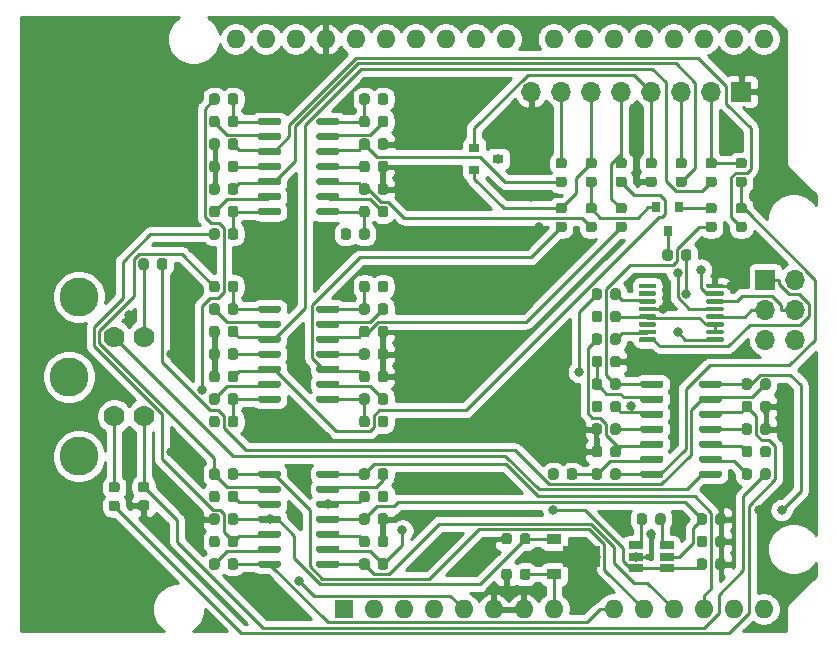
<source format=gbr>
%TF.GenerationSoftware,KiCad,Pcbnew,(5.1.6)-1*%
%TF.CreationDate,2020-08-31T12:11:16-04:00*%
%TF.ProjectId,FETtester,46455474-6573-4746-9572-2e6b69636164,rev?*%
%TF.SameCoordinates,Original*%
%TF.FileFunction,Copper,L1,Top*%
%TF.FilePolarity,Positive*%
%FSLAX46Y46*%
G04 Gerber Fmt 4.6, Leading zero omitted, Abs format (unit mm)*
G04 Created by KiCad (PCBNEW (5.1.6)-1) date 2020-08-31 12:11:16*
%MOMM*%
%LPD*%
G01*
G04 APERTURE LIST*
%TA.AperFunction,ComponentPad*%
%ADD10O,1.700000X1.700000*%
%TD*%
%TA.AperFunction,ComponentPad*%
%ADD11R,1.700000X1.700000*%
%TD*%
%TA.AperFunction,ComponentPad*%
%ADD12O,1.600000X1.600000*%
%TD*%
%TA.AperFunction,ComponentPad*%
%ADD13R,1.600000X1.600000*%
%TD*%
%TA.AperFunction,ComponentPad*%
%ADD14C,3.302000*%
%TD*%
%TA.AperFunction,ComponentPad*%
%ADD15C,1.778000*%
%TD*%
%TA.AperFunction,SMDPad,CuDef*%
%ADD16R,0.900000X0.800000*%
%TD*%
%TA.AperFunction,SMDPad,CuDef*%
%ADD17R,0.800000X0.900000*%
%TD*%
%TA.AperFunction,SMDPad,CuDef*%
%ADD18R,1.220000X0.650000*%
%TD*%
%TA.AperFunction,SMDPad,CuDef*%
%ADD19R,1.300000X0.900000*%
%TD*%
%TA.AperFunction,SMDPad,CuDef*%
%ADD20C,0.100000*%
%TD*%
%TA.AperFunction,ViaPad*%
%ADD21C,0.800000*%
%TD*%
%TA.AperFunction,Conductor*%
%ADD22C,0.250000*%
%TD*%
%TA.AperFunction,Conductor*%
%ADD23C,0.254000*%
%TD*%
G04 APERTURE END LIST*
D10*
%TO.P,J1,8*%
%TO.N,GND*%
X158115000Y-80645000D03*
%TO.P,J1,7*%
%TO.N,/VdSense*%
X160655000Y-80645000D03*
%TO.P,J1,6*%
%TO.N,/Vd*%
X163195000Y-80645000D03*
%TO.P,J1,5*%
%TO.N,/VsSense*%
X165735000Y-80645000D03*
%TO.P,J1,4*%
%TO.N,/Vs*%
X168275000Y-80645000D03*
%TO.P,J1,3*%
%TO.N,/VgSense*%
X170815000Y-80645000D03*
%TO.P,J1,2*%
%TO.N,/Vg*%
X173355000Y-80645000D03*
D11*
%TO.P,J1,1*%
%TO.N,GND*%
X175895000Y-80645000D03*
%TD*%
D12*
%TO.P,A1,16*%
%TO.N,Net-(A1-Pad16)*%
X175260000Y-76200000D03*
%TO.P,A1,15*%
%TO.N,Net-(A1-Pad15)*%
X177800000Y-76200000D03*
%TO.P,A1,30*%
%TO.N,/AREF*%
X138180000Y-76200000D03*
%TO.P,A1,14*%
%TO.N,Net-(A1-Pad14)*%
X177800000Y-124460000D03*
%TO.P,A1,29*%
%TO.N,GND*%
X140720000Y-76200000D03*
%TO.P,A1,13*%
%TO.N,/VRTD*%
X175260000Y-124460000D03*
%TO.P,A1,28*%
%TO.N,Net-(A1-Pad28)*%
X143260000Y-76200000D03*
%TO.P,A1,12*%
%TO.N,/Vds*%
X172720000Y-124460000D03*
%TO.P,A1,27*%
%TO.N,Net-(A1-Pad27)*%
X145800000Y-76200000D03*
%TO.P,A1,11*%
%TO.N,/Id*%
X170180000Y-124460000D03*
%TO.P,A1,26*%
%TO.N,Net-(A1-Pad26)*%
X148340000Y-76200000D03*
%TO.P,A1,10*%
%TO.N,/Ig*%
X167640000Y-124460000D03*
%TO.P,A1,25*%
%TO.N,Net-(A1-Pad25)*%
X150880000Y-76200000D03*
%TO.P,A1,9*%
%TO.N,/Vgs*%
X165100000Y-124460000D03*
%TO.P,A1,24*%
%TO.N,Net-(A1-Pad24)*%
X153420000Y-76200000D03*
%TO.P,A1,8*%
%TO.N,VIN*%
X160020000Y-124460000D03*
%TO.P,A1,23*%
%TO.N,Net-(A1-Pad23)*%
X155960000Y-76200000D03*
%TO.P,A1,7*%
%TO.N,GND*%
X157480000Y-124460000D03*
%TO.P,A1,22*%
%TO.N,/LDAC\u002A*%
X160020000Y-76200000D03*
%TO.P,A1,6*%
%TO.N,GND*%
X154940000Y-124460000D03*
%TO.P,A1,21*%
%TO.N,/SYNC\u002A*%
X162560000Y-76200000D03*
%TO.P,A1,5*%
%TO.N,+5V*%
X152400000Y-124460000D03*
%TO.P,A1,20*%
%TO.N,/RESET\u002A*%
X165100000Y-76200000D03*
%TO.P,A1,4*%
%TO.N,+3V3*%
X149860000Y-124460000D03*
%TO.P,A1,19*%
%TO.N,Net-(A1-Pad19)*%
X167640000Y-76200000D03*
%TO.P,A1,3*%
%TO.N,Net-(A1-Pad3)*%
X147320000Y-124460000D03*
%TO.P,A1,18*%
%TO.N,Net-(A1-Pad18)*%
X170180000Y-76200000D03*
%TO.P,A1,2*%
%TO.N,Net-(A1-Pad2)*%
X144780000Y-124460000D03*
%TO.P,A1,17*%
%TO.N,Net-(A1-Pad17)*%
X172720000Y-76200000D03*
D13*
%TO.P,A1,1*%
%TO.N,Net-(A1-Pad1)*%
X142240000Y-124460000D03*
D12*
%TO.P,A1,31*%
%TO.N,Net-(A1-Pad31)*%
X135640000Y-76200000D03*
%TO.P,A1,32*%
%TO.N,Net-(A1-Pad32)*%
X133100000Y-76200000D03*
%TD*%
%TO.P,R60,2*%
%TO.N,/VRTD*%
%TA.AperFunction,SMDPad,CuDef*%
G36*
G01*
X176815000Y-105153750D02*
X176815000Y-105666250D01*
G75*
G02*
X176596250Y-105885000I-218750J0D01*
G01*
X176158750Y-105885000D01*
G75*
G02*
X175940000Y-105666250I0J218750D01*
G01*
X175940000Y-105153750D01*
G75*
G02*
X176158750Y-104935000I218750J0D01*
G01*
X176596250Y-104935000D01*
G75*
G02*
X176815000Y-105153750I0J-218750D01*
G01*
G37*
%TD.AperFunction*%
%TO.P,R60,1*%
%TO.N,Net-(R58-Pad1)*%
%TA.AperFunction,SMDPad,CuDef*%
G36*
G01*
X178390000Y-105153750D02*
X178390000Y-105666250D01*
G75*
G02*
X178171250Y-105885000I-218750J0D01*
G01*
X177733750Y-105885000D01*
G75*
G02*
X177515000Y-105666250I0J218750D01*
G01*
X177515000Y-105153750D01*
G75*
G02*
X177733750Y-104935000I218750J0D01*
G01*
X178171250Y-104935000D01*
G75*
G02*
X178390000Y-105153750I0J-218750D01*
G01*
G37*
%TD.AperFunction*%
%TD*%
%TO.P,R59,2*%
%TO.N,GND*%
%TA.AperFunction,SMDPad,CuDef*%
G36*
G01*
X177515000Y-107571250D02*
X177515000Y-107058750D01*
G75*
G02*
X177733750Y-106840000I218750J0D01*
G01*
X178171250Y-106840000D01*
G75*
G02*
X178390000Y-107058750I0J-218750D01*
G01*
X178390000Y-107571250D01*
G75*
G02*
X178171250Y-107790000I-218750J0D01*
G01*
X177733750Y-107790000D01*
G75*
G02*
X177515000Y-107571250I0J218750D01*
G01*
G37*
%TD.AperFunction*%
%TO.P,R59,1*%
%TO.N,Net-(R57-Pad1)*%
%TA.AperFunction,SMDPad,CuDef*%
G36*
G01*
X175940000Y-107571250D02*
X175940000Y-107058750D01*
G75*
G02*
X176158750Y-106840000I218750J0D01*
G01*
X176596250Y-106840000D01*
G75*
G02*
X176815000Y-107058750I0J-218750D01*
G01*
X176815000Y-107571250D01*
G75*
G02*
X176596250Y-107790000I-218750J0D01*
G01*
X176158750Y-107790000D01*
G75*
G02*
X175940000Y-107571250I0J218750D01*
G01*
G37*
%TD.AperFunction*%
%TD*%
%TO.P,R58,2*%
%TO.N,Net-(J3-Pad3)*%
%TA.AperFunction,SMDPad,CuDef*%
G36*
G01*
X125736000Y-94993750D02*
X125736000Y-95506250D01*
G75*
G02*
X125517250Y-95725000I-218750J0D01*
G01*
X125079750Y-95725000D01*
G75*
G02*
X124861000Y-95506250I0J218750D01*
G01*
X124861000Y-94993750D01*
G75*
G02*
X125079750Y-94775000I218750J0D01*
G01*
X125517250Y-94775000D01*
G75*
G02*
X125736000Y-94993750I0J-218750D01*
G01*
G37*
%TD.AperFunction*%
%TO.P,R58,1*%
%TO.N,Net-(R58-Pad1)*%
%TA.AperFunction,SMDPad,CuDef*%
G36*
G01*
X127311000Y-94993750D02*
X127311000Y-95506250D01*
G75*
G02*
X127092250Y-95725000I-218750J0D01*
G01*
X126654750Y-95725000D01*
G75*
G02*
X126436000Y-95506250I0J218750D01*
G01*
X126436000Y-94993750D01*
G75*
G02*
X126654750Y-94775000I218750J0D01*
G01*
X127092250Y-94775000D01*
G75*
G02*
X127311000Y-94993750I0J-218750D01*
G01*
G37*
%TD.AperFunction*%
%TD*%
%TO.P,R57,2*%
%TO.N,Net-(J3-Pad2)*%
%TA.AperFunction,SMDPad,CuDef*%
G36*
G01*
X123065250Y-114585000D02*
X122552750Y-114585000D01*
G75*
G02*
X122334000Y-114366250I0J218750D01*
G01*
X122334000Y-113928750D01*
G75*
G02*
X122552750Y-113710000I218750J0D01*
G01*
X123065250Y-113710000D01*
G75*
G02*
X123284000Y-113928750I0J-218750D01*
G01*
X123284000Y-114366250D01*
G75*
G02*
X123065250Y-114585000I-218750J0D01*
G01*
G37*
%TD.AperFunction*%
%TO.P,R57,1*%
%TO.N,Net-(R57-Pad1)*%
%TA.AperFunction,SMDPad,CuDef*%
G36*
G01*
X123065250Y-116160000D02*
X122552750Y-116160000D01*
G75*
G02*
X122334000Y-115941250I0J218750D01*
G01*
X122334000Y-115503750D01*
G75*
G02*
X122552750Y-115285000I218750J0D01*
G01*
X123065250Y-115285000D01*
G75*
G02*
X123284000Y-115503750I0J-218750D01*
G01*
X123284000Y-115941250D01*
G75*
G02*
X123065250Y-116160000I-218750J0D01*
G01*
G37*
%TD.AperFunction*%
%TD*%
%TO.P,R56,2*%
%TO.N,Net-(J3-Pad4)*%
%TA.AperFunction,SMDPad,CuDef*%
G36*
G01*
X125554250Y-114560000D02*
X125041750Y-114560000D01*
G75*
G02*
X124823000Y-114341250I0J218750D01*
G01*
X124823000Y-113903750D01*
G75*
G02*
X125041750Y-113685000I218750J0D01*
G01*
X125554250Y-113685000D01*
G75*
G02*
X125773000Y-113903750I0J-218750D01*
G01*
X125773000Y-114341250D01*
G75*
G02*
X125554250Y-114560000I-218750J0D01*
G01*
G37*
%TD.AperFunction*%
%TO.P,R56,1*%
%TO.N,GND*%
%TA.AperFunction,SMDPad,CuDef*%
G36*
G01*
X125554250Y-116135000D02*
X125041750Y-116135000D01*
G75*
G02*
X124823000Y-115916250I0J218750D01*
G01*
X124823000Y-115478750D01*
G75*
G02*
X125041750Y-115260000I218750J0D01*
G01*
X125554250Y-115260000D01*
G75*
G02*
X125773000Y-115478750I0J-218750D01*
G01*
X125773000Y-115916250D01*
G75*
G02*
X125554250Y-116135000I-218750J0D01*
G01*
G37*
%TD.AperFunction*%
%TD*%
%TO.P,R55,2*%
%TO.N,Net-(J3-Pad4)*%
%TA.AperFunction,SMDPad,CuDef*%
G36*
G01*
X177515000Y-113286250D02*
X177515000Y-112773750D01*
G75*
G02*
X177733750Y-112555000I218750J0D01*
G01*
X178171250Y-112555000D01*
G75*
G02*
X178390000Y-112773750I0J-218750D01*
G01*
X178390000Y-113286250D01*
G75*
G02*
X178171250Y-113505000I-218750J0D01*
G01*
X177733750Y-113505000D01*
G75*
G02*
X177515000Y-113286250I0J218750D01*
G01*
G37*
%TD.AperFunction*%
%TO.P,R55,1*%
%TO.N,Net-(R55-Pad1)*%
%TA.AperFunction,SMDPad,CuDef*%
G36*
G01*
X175940000Y-113286250D02*
X175940000Y-112773750D01*
G75*
G02*
X176158750Y-112555000I218750J0D01*
G01*
X176596250Y-112555000D01*
G75*
G02*
X176815000Y-112773750I0J-218750D01*
G01*
X176815000Y-113286250D01*
G75*
G02*
X176596250Y-113505000I-218750J0D01*
G01*
X176158750Y-113505000D01*
G75*
G02*
X175940000Y-113286250I0J218750D01*
G01*
G37*
%TD.AperFunction*%
%TD*%
%TO.P,R54,2*%
%TO.N,+3V3*%
%TA.AperFunction,SMDPad,CuDef*%
G36*
G01*
X177515000Y-111381250D02*
X177515000Y-110868750D01*
G75*
G02*
X177733750Y-110650000I218750J0D01*
G01*
X178171250Y-110650000D01*
G75*
G02*
X178390000Y-110868750I0J-218750D01*
G01*
X178390000Y-111381250D01*
G75*
G02*
X178171250Y-111600000I-218750J0D01*
G01*
X177733750Y-111600000D01*
G75*
G02*
X177515000Y-111381250I0J218750D01*
G01*
G37*
%TD.AperFunction*%
%TO.P,R54,1*%
%TO.N,Net-(R54-Pad1)*%
%TA.AperFunction,SMDPad,CuDef*%
G36*
G01*
X175940000Y-111381250D02*
X175940000Y-110868750D01*
G75*
G02*
X176158750Y-110650000I218750J0D01*
G01*
X176596250Y-110650000D01*
G75*
G02*
X176815000Y-110868750I0J-218750D01*
G01*
X176815000Y-111381250D01*
G75*
G02*
X176596250Y-111600000I-218750J0D01*
G01*
X176158750Y-111600000D01*
G75*
G02*
X175940000Y-111381250I0J218750D01*
G01*
G37*
%TD.AperFunction*%
%TD*%
D14*
%TO.P,J3,5*%
%TO.N,N/C*%
X119811800Y-98018600D03*
D15*
%TO.P,J3,4*%
%TO.N,Net-(J3-Pad4)*%
X125298200Y-108127800D03*
%TO.P,J3,3*%
%TO.N,Net-(J3-Pad3)*%
X125298200Y-101422200D03*
%TO.P,J3,2*%
%TO.N,Net-(J3-Pad2)*%
X122809000Y-108127800D03*
%TO.P,J3,1*%
%TO.N,Net-(J3-Pad1)*%
X122809000Y-101422200D03*
D14*
%TO.P,J3,5*%
%TO.N,N/C*%
X118999000Y-104775000D03*
X119811800Y-111531400D03*
%TD*%
%TO.P,R38,2*%
%TO.N,GND*%
%TA.AperFunction,SMDPad,CuDef*%
G36*
G01*
X131730000Y-114678750D02*
X131730000Y-115191250D01*
G75*
G02*
X131511250Y-115410000I-218750J0D01*
G01*
X131073750Y-115410000D01*
G75*
G02*
X130855000Y-115191250I0J218750D01*
G01*
X130855000Y-114678750D01*
G75*
G02*
X131073750Y-114460000I218750J0D01*
G01*
X131511250Y-114460000D01*
G75*
G02*
X131730000Y-114678750I0J-218750D01*
G01*
G37*
%TD.AperFunction*%
%TO.P,R38,1*%
%TO.N,Net-(R36-Pad2)*%
%TA.AperFunction,SMDPad,CuDef*%
G36*
G01*
X133305000Y-114678750D02*
X133305000Y-115191250D01*
G75*
G02*
X133086250Y-115410000I-218750J0D01*
G01*
X132648750Y-115410000D01*
G75*
G02*
X132430000Y-115191250I0J218750D01*
G01*
X132430000Y-114678750D01*
G75*
G02*
X132648750Y-114460000I218750J0D01*
G01*
X133086250Y-114460000D01*
G75*
G02*
X133305000Y-114678750I0J-218750D01*
G01*
G37*
%TD.AperFunction*%
%TD*%
%TO.P,C6,2*%
%TO.N,-5V*%
%TA.AperFunction,SMDPad,CuDef*%
G36*
G01*
X144430000Y-116583750D02*
X144430000Y-117096250D01*
G75*
G02*
X144211250Y-117315000I-218750J0D01*
G01*
X143773750Y-117315000D01*
G75*
G02*
X143555000Y-117096250I0J218750D01*
G01*
X143555000Y-116583750D01*
G75*
G02*
X143773750Y-116365000I218750J0D01*
G01*
X144211250Y-116365000D01*
G75*
G02*
X144430000Y-116583750I0J-218750D01*
G01*
G37*
%TD.AperFunction*%
%TO.P,C6,1*%
%TO.N,GND*%
%TA.AperFunction,SMDPad,CuDef*%
G36*
G01*
X146005000Y-116583750D02*
X146005000Y-117096250D01*
G75*
G02*
X145786250Y-117315000I-218750J0D01*
G01*
X145348750Y-117315000D01*
G75*
G02*
X145130000Y-117096250I0J218750D01*
G01*
X145130000Y-116583750D01*
G75*
G02*
X145348750Y-116365000I218750J0D01*
G01*
X145786250Y-116365000D01*
G75*
G02*
X146005000Y-116583750I0J-218750D01*
G01*
G37*
%TD.AperFunction*%
%TD*%
D16*
%TO.P,Q2,3*%
%TO.N,/Vg*%
X155305000Y-86360000D03*
%TO.P,Q2,2*%
%TO.N,/Vd*%
X153305000Y-87310000D03*
%TO.P,Q2,1*%
%TO.N,/Vs*%
X153305000Y-85410000D03*
%TD*%
%TO.P,C20,2*%
%TO.N,+10V*%
%TA.AperFunction,SMDPad,CuDef*%
G36*
G01*
X157169000Y-118771250D02*
X157169000Y-118258750D01*
G75*
G02*
X157387750Y-118040000I218750J0D01*
G01*
X157825250Y-118040000D01*
G75*
G02*
X158044000Y-118258750I0J-218750D01*
G01*
X158044000Y-118771250D01*
G75*
G02*
X157825250Y-118990000I-218750J0D01*
G01*
X157387750Y-118990000D01*
G75*
G02*
X157169000Y-118771250I0J218750D01*
G01*
G37*
%TD.AperFunction*%
%TO.P,C20,1*%
%TO.N,GND*%
%TA.AperFunction,SMDPad,CuDef*%
G36*
G01*
X155594000Y-118771250D02*
X155594000Y-118258750D01*
G75*
G02*
X155812750Y-118040000I218750J0D01*
G01*
X156250250Y-118040000D01*
G75*
G02*
X156469000Y-118258750I0J-218750D01*
G01*
X156469000Y-118771250D01*
G75*
G02*
X156250250Y-118990000I-218750J0D01*
G01*
X155812750Y-118990000D01*
G75*
G02*
X155594000Y-118771250I0J218750D01*
G01*
G37*
%TD.AperFunction*%
%TD*%
%TO.P,C19,2*%
%TO.N,GND*%
%TA.AperFunction,SMDPad,CuDef*%
G36*
G01*
X156469000Y-121258750D02*
X156469000Y-121771250D01*
G75*
G02*
X156250250Y-121990000I-218750J0D01*
G01*
X155812750Y-121990000D01*
G75*
G02*
X155594000Y-121771250I0J218750D01*
G01*
X155594000Y-121258750D01*
G75*
G02*
X155812750Y-121040000I218750J0D01*
G01*
X156250250Y-121040000D01*
G75*
G02*
X156469000Y-121258750I0J-218750D01*
G01*
G37*
%TD.AperFunction*%
%TO.P,C19,1*%
%TO.N,VIN*%
%TA.AperFunction,SMDPad,CuDef*%
G36*
G01*
X158044000Y-121258750D02*
X158044000Y-121771250D01*
G75*
G02*
X157825250Y-121990000I-218750J0D01*
G01*
X157387750Y-121990000D01*
G75*
G02*
X157169000Y-121771250I0J218750D01*
G01*
X157169000Y-121258750D01*
G75*
G02*
X157387750Y-121040000I218750J0D01*
G01*
X157825250Y-121040000D01*
G75*
G02*
X158044000Y-121258750I0J-218750D01*
G01*
G37*
%TD.AperFunction*%
%TD*%
%TO.P,C16,2*%
%TO.N,GND*%
%TA.AperFunction,SMDPad,CuDef*%
G36*
G01*
X173705000Y-117096250D02*
X173705000Y-116583750D01*
G75*
G02*
X173923750Y-116365000I218750J0D01*
G01*
X174361250Y-116365000D01*
G75*
G02*
X174580000Y-116583750I0J-218750D01*
G01*
X174580000Y-117096250D01*
G75*
G02*
X174361250Y-117315000I-218750J0D01*
G01*
X173923750Y-117315000D01*
G75*
G02*
X173705000Y-117096250I0J218750D01*
G01*
G37*
%TD.AperFunction*%
%TO.P,C16,1*%
%TO.N,-5V*%
%TA.AperFunction,SMDPad,CuDef*%
G36*
G01*
X172130000Y-117096250D02*
X172130000Y-116583750D01*
G75*
G02*
X172348750Y-116365000I218750J0D01*
G01*
X172786250Y-116365000D01*
G75*
G02*
X173005000Y-116583750I0J-218750D01*
G01*
X173005000Y-117096250D01*
G75*
G02*
X172786250Y-117315000I-218750J0D01*
G01*
X172348750Y-117315000D01*
G75*
G02*
X172130000Y-117096250I0J218750D01*
G01*
G37*
%TD.AperFunction*%
%TD*%
%TO.P,C11,2*%
%TO.N,GND*%
%TA.AperFunction,SMDPad,CuDef*%
G36*
G01*
X173705000Y-119001250D02*
X173705000Y-118488750D01*
G75*
G02*
X173923750Y-118270000I218750J0D01*
G01*
X174361250Y-118270000D01*
G75*
G02*
X174580000Y-118488750I0J-218750D01*
G01*
X174580000Y-119001250D01*
G75*
G02*
X174361250Y-119220000I-218750J0D01*
G01*
X173923750Y-119220000D01*
G75*
G02*
X173705000Y-119001250I0J218750D01*
G01*
G37*
%TD.AperFunction*%
%TO.P,C11,1*%
%TO.N,+5V*%
%TA.AperFunction,SMDPad,CuDef*%
G36*
G01*
X172130000Y-119001250D02*
X172130000Y-118488750D01*
G75*
G02*
X172348750Y-118270000I218750J0D01*
G01*
X172786250Y-118270000D01*
G75*
G02*
X173005000Y-118488750I0J-218750D01*
G01*
X173005000Y-119001250D01*
G75*
G02*
X172786250Y-119220000I-218750J0D01*
G01*
X172348750Y-119220000D01*
G75*
G02*
X172130000Y-119001250I0J218750D01*
G01*
G37*
%TD.AperFunction*%
%TD*%
%TO.P,C10,2*%
%TO.N,-5V*%
%TA.AperFunction,SMDPad,CuDef*%
G36*
G01*
X176815000Y-108963750D02*
X176815000Y-109476250D01*
G75*
G02*
X176596250Y-109695000I-218750J0D01*
G01*
X176158750Y-109695000D01*
G75*
G02*
X175940000Y-109476250I0J218750D01*
G01*
X175940000Y-108963750D01*
G75*
G02*
X176158750Y-108745000I218750J0D01*
G01*
X176596250Y-108745000D01*
G75*
G02*
X176815000Y-108963750I0J-218750D01*
G01*
G37*
%TD.AperFunction*%
%TO.P,C10,1*%
%TO.N,GND*%
%TA.AperFunction,SMDPad,CuDef*%
G36*
G01*
X178390000Y-108963750D02*
X178390000Y-109476250D01*
G75*
G02*
X178171250Y-109695000I-218750J0D01*
G01*
X177733750Y-109695000D01*
G75*
G02*
X177515000Y-109476250I0J218750D01*
G01*
X177515000Y-108963750D01*
G75*
G02*
X177733750Y-108745000I218750J0D01*
G01*
X178171250Y-108745000D01*
G75*
G02*
X178390000Y-108963750I0J-218750D01*
G01*
G37*
%TD.AperFunction*%
%TD*%
D10*
%TO.P,J2,6*%
%TO.N,GND*%
X180480000Y-101650000D03*
%TO.P,J2,5*%
%TO.N,/Reset*%
X177940000Y-101650000D03*
%TO.P,J2,4*%
%TO.N,/MOSI*%
X180480000Y-99110000D03*
%TO.P,J2,3*%
%TO.N,/SCK*%
X177940000Y-99110000D03*
%TO.P,J2,2*%
%TO.N,VCC*%
X180480000Y-96570000D03*
D11*
%TO.P,J2,1*%
%TO.N,/MISO*%
X177940000Y-96570000D03*
%TD*%
%TO.P,U3,14*%
%TO.N,/Vds*%
%TA.AperFunction,SMDPad,CuDef*%
G36*
G01*
X139930000Y-113180000D02*
X139930000Y-112880000D01*
G75*
G02*
X140080000Y-112730000I150000J0D01*
G01*
X141730000Y-112730000D01*
G75*
G02*
X141880000Y-112880000I0J-150000D01*
G01*
X141880000Y-113180000D01*
G75*
G02*
X141730000Y-113330000I-150000J0D01*
G01*
X140080000Y-113330000D01*
G75*
G02*
X139930000Y-113180000I0J150000D01*
G01*
G37*
%TD.AperFunction*%
%TO.P,U3,13*%
%TO.N,Net-(R17-Pad1)*%
%TA.AperFunction,SMDPad,CuDef*%
G36*
G01*
X139930000Y-114450000D02*
X139930000Y-114150000D01*
G75*
G02*
X140080000Y-114000000I150000J0D01*
G01*
X141730000Y-114000000D01*
G75*
G02*
X141880000Y-114150000I0J-150000D01*
G01*
X141880000Y-114450000D01*
G75*
G02*
X141730000Y-114600000I-150000J0D01*
G01*
X140080000Y-114600000D01*
G75*
G02*
X139930000Y-114450000I0J150000D01*
G01*
G37*
%TD.AperFunction*%
%TO.P,U3,12*%
%TO.N,Net-(R16-Pad2)*%
%TA.AperFunction,SMDPad,CuDef*%
G36*
G01*
X139930000Y-115720000D02*
X139930000Y-115420000D01*
G75*
G02*
X140080000Y-115270000I150000J0D01*
G01*
X141730000Y-115270000D01*
G75*
G02*
X141880000Y-115420000I0J-150000D01*
G01*
X141880000Y-115720000D01*
G75*
G02*
X141730000Y-115870000I-150000J0D01*
G01*
X140080000Y-115870000D01*
G75*
G02*
X139930000Y-115720000I0J150000D01*
G01*
G37*
%TD.AperFunction*%
%TO.P,U3,11*%
%TO.N,-5V*%
%TA.AperFunction,SMDPad,CuDef*%
G36*
G01*
X139930000Y-116990000D02*
X139930000Y-116690000D01*
G75*
G02*
X140080000Y-116540000I150000J0D01*
G01*
X141730000Y-116540000D01*
G75*
G02*
X141880000Y-116690000I0J-150000D01*
G01*
X141880000Y-116990000D01*
G75*
G02*
X141730000Y-117140000I-150000J0D01*
G01*
X140080000Y-117140000D01*
G75*
G02*
X139930000Y-116990000I0J150000D01*
G01*
G37*
%TD.AperFunction*%
%TO.P,U3,10*%
%TO.N,Net-(R46-Pad2)*%
%TA.AperFunction,SMDPad,CuDef*%
G36*
G01*
X139930000Y-118260000D02*
X139930000Y-117960000D01*
G75*
G02*
X140080000Y-117810000I150000J0D01*
G01*
X141730000Y-117810000D01*
G75*
G02*
X141880000Y-117960000I0J-150000D01*
G01*
X141880000Y-118260000D01*
G75*
G02*
X141730000Y-118410000I-150000J0D01*
G01*
X140080000Y-118410000D01*
G75*
G02*
X139930000Y-118260000I0J150000D01*
G01*
G37*
%TD.AperFunction*%
%TO.P,U3,9*%
%TO.N,Net-(R47-Pad1)*%
%TA.AperFunction,SMDPad,CuDef*%
G36*
G01*
X139930000Y-119530000D02*
X139930000Y-119230000D01*
G75*
G02*
X140080000Y-119080000I150000J0D01*
G01*
X141730000Y-119080000D01*
G75*
G02*
X141880000Y-119230000I0J-150000D01*
G01*
X141880000Y-119530000D01*
G75*
G02*
X141730000Y-119680000I-150000J0D01*
G01*
X140080000Y-119680000D01*
G75*
G02*
X139930000Y-119530000I0J150000D01*
G01*
G37*
%TD.AperFunction*%
%TO.P,U3,8*%
%TO.N,/Id*%
%TA.AperFunction,SMDPad,CuDef*%
G36*
G01*
X139930000Y-120800000D02*
X139930000Y-120500000D01*
G75*
G02*
X140080000Y-120350000I150000J0D01*
G01*
X141730000Y-120350000D01*
G75*
G02*
X141880000Y-120500000I0J-150000D01*
G01*
X141880000Y-120800000D01*
G75*
G02*
X141730000Y-120950000I-150000J0D01*
G01*
X140080000Y-120950000D01*
G75*
G02*
X139930000Y-120800000I0J150000D01*
G01*
G37*
%TD.AperFunction*%
%TO.P,U3,7*%
%TO.N,/Vgs*%
%TA.AperFunction,SMDPad,CuDef*%
G36*
G01*
X134980000Y-120800000D02*
X134980000Y-120500000D01*
G75*
G02*
X135130000Y-120350000I150000J0D01*
G01*
X136780000Y-120350000D01*
G75*
G02*
X136930000Y-120500000I0J-150000D01*
G01*
X136930000Y-120800000D01*
G75*
G02*
X136780000Y-120950000I-150000J0D01*
G01*
X135130000Y-120950000D01*
G75*
G02*
X134980000Y-120800000I0J150000D01*
G01*
G37*
%TD.AperFunction*%
%TO.P,U3,6*%
%TO.N,Net-(R27-Pad1)*%
%TA.AperFunction,SMDPad,CuDef*%
G36*
G01*
X134980000Y-119530000D02*
X134980000Y-119230000D01*
G75*
G02*
X135130000Y-119080000I150000J0D01*
G01*
X136780000Y-119080000D01*
G75*
G02*
X136930000Y-119230000I0J-150000D01*
G01*
X136930000Y-119530000D01*
G75*
G02*
X136780000Y-119680000I-150000J0D01*
G01*
X135130000Y-119680000D01*
G75*
G02*
X134980000Y-119530000I0J150000D01*
G01*
G37*
%TD.AperFunction*%
%TO.P,U3,5*%
%TO.N,Net-(R26-Pad2)*%
%TA.AperFunction,SMDPad,CuDef*%
G36*
G01*
X134980000Y-118260000D02*
X134980000Y-117960000D01*
G75*
G02*
X135130000Y-117810000I150000J0D01*
G01*
X136780000Y-117810000D01*
G75*
G02*
X136930000Y-117960000I0J-150000D01*
G01*
X136930000Y-118260000D01*
G75*
G02*
X136780000Y-118410000I-150000J0D01*
G01*
X135130000Y-118410000D01*
G75*
G02*
X134980000Y-118260000I0J150000D01*
G01*
G37*
%TD.AperFunction*%
%TO.P,U3,4*%
%TO.N,+10V*%
%TA.AperFunction,SMDPad,CuDef*%
G36*
G01*
X134980000Y-116990000D02*
X134980000Y-116690000D01*
G75*
G02*
X135130000Y-116540000I150000J0D01*
G01*
X136780000Y-116540000D01*
G75*
G02*
X136930000Y-116690000I0J-150000D01*
G01*
X136930000Y-116990000D01*
G75*
G02*
X136780000Y-117140000I-150000J0D01*
G01*
X135130000Y-117140000D01*
G75*
G02*
X134980000Y-116990000I0J150000D01*
G01*
G37*
%TD.AperFunction*%
%TO.P,U3,3*%
%TO.N,Net-(R36-Pad2)*%
%TA.AperFunction,SMDPad,CuDef*%
G36*
G01*
X134980000Y-115720000D02*
X134980000Y-115420000D01*
G75*
G02*
X135130000Y-115270000I150000J0D01*
G01*
X136780000Y-115270000D01*
G75*
G02*
X136930000Y-115420000I0J-150000D01*
G01*
X136930000Y-115720000D01*
G75*
G02*
X136780000Y-115870000I-150000J0D01*
G01*
X135130000Y-115870000D01*
G75*
G02*
X134980000Y-115720000I0J150000D01*
G01*
G37*
%TD.AperFunction*%
%TO.P,U3,2*%
%TO.N,Net-(R37-Pad1)*%
%TA.AperFunction,SMDPad,CuDef*%
G36*
G01*
X134980000Y-114450000D02*
X134980000Y-114150000D01*
G75*
G02*
X135130000Y-114000000I150000J0D01*
G01*
X136780000Y-114000000D01*
G75*
G02*
X136930000Y-114150000I0J-150000D01*
G01*
X136930000Y-114450000D01*
G75*
G02*
X136780000Y-114600000I-150000J0D01*
G01*
X135130000Y-114600000D01*
G75*
G02*
X134980000Y-114450000I0J150000D01*
G01*
G37*
%TD.AperFunction*%
%TO.P,U3,1*%
%TO.N,/Ig*%
%TA.AperFunction,SMDPad,CuDef*%
G36*
G01*
X134980000Y-113180000D02*
X134980000Y-112880000D01*
G75*
G02*
X135130000Y-112730000I150000J0D01*
G01*
X136780000Y-112730000D01*
G75*
G02*
X136930000Y-112880000I0J-150000D01*
G01*
X136930000Y-113180000D01*
G75*
G02*
X136780000Y-113330000I-150000J0D01*
G01*
X135130000Y-113330000D01*
G75*
G02*
X134980000Y-113180000I0J150000D01*
G01*
G37*
%TD.AperFunction*%
%TD*%
%TO.P,U2,14*%
%TO.N,Net-(R15-Pad1)*%
%TA.AperFunction,SMDPad,CuDef*%
G36*
G01*
X139930000Y-99210000D02*
X139930000Y-98910000D01*
G75*
G02*
X140080000Y-98760000I150000J0D01*
G01*
X141730000Y-98760000D01*
G75*
G02*
X141880000Y-98910000I0J-150000D01*
G01*
X141880000Y-99210000D01*
G75*
G02*
X141730000Y-99360000I-150000J0D01*
G01*
X140080000Y-99360000D01*
G75*
G02*
X139930000Y-99210000I0J150000D01*
G01*
G37*
%TD.AperFunction*%
%TO.P,U2,13*%
%TO.N,Net-(R15-Pad2)*%
%TA.AperFunction,SMDPad,CuDef*%
G36*
G01*
X139930000Y-100480000D02*
X139930000Y-100180000D01*
G75*
G02*
X140080000Y-100030000I150000J0D01*
G01*
X141730000Y-100030000D01*
G75*
G02*
X141880000Y-100180000I0J-150000D01*
G01*
X141880000Y-100480000D01*
G75*
G02*
X141730000Y-100630000I-150000J0D01*
G01*
X140080000Y-100630000D01*
G75*
G02*
X139930000Y-100480000I0J150000D01*
G01*
G37*
%TD.AperFunction*%
%TO.P,U2,12*%
%TO.N,Net-(R12-Pad1)*%
%TA.AperFunction,SMDPad,CuDef*%
G36*
G01*
X139930000Y-101750000D02*
X139930000Y-101450000D01*
G75*
G02*
X140080000Y-101300000I150000J0D01*
G01*
X141730000Y-101300000D01*
G75*
G02*
X141880000Y-101450000I0J-150000D01*
G01*
X141880000Y-101750000D01*
G75*
G02*
X141730000Y-101900000I-150000J0D01*
G01*
X140080000Y-101900000D01*
G75*
G02*
X139930000Y-101750000I0J150000D01*
G01*
G37*
%TD.AperFunction*%
%TO.P,U2,11*%
%TO.N,-5V*%
%TA.AperFunction,SMDPad,CuDef*%
G36*
G01*
X139930000Y-103020000D02*
X139930000Y-102720000D01*
G75*
G02*
X140080000Y-102570000I150000J0D01*
G01*
X141730000Y-102570000D01*
G75*
G02*
X141880000Y-102720000I0J-150000D01*
G01*
X141880000Y-103020000D01*
G75*
G02*
X141730000Y-103170000I-150000J0D01*
G01*
X140080000Y-103170000D01*
G75*
G02*
X139930000Y-103020000I0J150000D01*
G01*
G37*
%TD.AperFunction*%
%TO.P,U2,10*%
%TO.N,Net-(R42-Pad1)*%
%TA.AperFunction,SMDPad,CuDef*%
G36*
G01*
X139930000Y-104290000D02*
X139930000Y-103990000D01*
G75*
G02*
X140080000Y-103840000I150000J0D01*
G01*
X141730000Y-103840000D01*
G75*
G02*
X141880000Y-103990000I0J-150000D01*
G01*
X141880000Y-104290000D01*
G75*
G02*
X141730000Y-104440000I-150000J0D01*
G01*
X140080000Y-104440000D01*
G75*
G02*
X139930000Y-104290000I0J150000D01*
G01*
G37*
%TD.AperFunction*%
%TO.P,U2,9*%
%TO.N,Net-(R45-Pad2)*%
%TA.AperFunction,SMDPad,CuDef*%
G36*
G01*
X139930000Y-105560000D02*
X139930000Y-105260000D01*
G75*
G02*
X140080000Y-105110000I150000J0D01*
G01*
X141730000Y-105110000D01*
G75*
G02*
X141880000Y-105260000I0J-150000D01*
G01*
X141880000Y-105560000D01*
G75*
G02*
X141730000Y-105710000I-150000J0D01*
G01*
X140080000Y-105710000D01*
G75*
G02*
X139930000Y-105560000I0J150000D01*
G01*
G37*
%TD.AperFunction*%
%TO.P,U2,8*%
%TO.N,Net-(R45-Pad1)*%
%TA.AperFunction,SMDPad,CuDef*%
G36*
G01*
X139930000Y-106830000D02*
X139930000Y-106530000D01*
G75*
G02*
X140080000Y-106380000I150000J0D01*
G01*
X141730000Y-106380000D01*
G75*
G02*
X141880000Y-106530000I0J-150000D01*
G01*
X141880000Y-106830000D01*
G75*
G02*
X141730000Y-106980000I-150000J0D01*
G01*
X140080000Y-106980000D01*
G75*
G02*
X139930000Y-106830000I0J150000D01*
G01*
G37*
%TD.AperFunction*%
%TO.P,U2,7*%
%TO.N,Net-(R25-Pad1)*%
%TA.AperFunction,SMDPad,CuDef*%
G36*
G01*
X134980000Y-106830000D02*
X134980000Y-106530000D01*
G75*
G02*
X135130000Y-106380000I150000J0D01*
G01*
X136780000Y-106380000D01*
G75*
G02*
X136930000Y-106530000I0J-150000D01*
G01*
X136930000Y-106830000D01*
G75*
G02*
X136780000Y-106980000I-150000J0D01*
G01*
X135130000Y-106980000D01*
G75*
G02*
X134980000Y-106830000I0J150000D01*
G01*
G37*
%TD.AperFunction*%
%TO.P,U2,6*%
%TO.N,Net-(R25-Pad2)*%
%TA.AperFunction,SMDPad,CuDef*%
G36*
G01*
X134980000Y-105560000D02*
X134980000Y-105260000D01*
G75*
G02*
X135130000Y-105110000I150000J0D01*
G01*
X136780000Y-105110000D01*
G75*
G02*
X136930000Y-105260000I0J-150000D01*
G01*
X136930000Y-105560000D01*
G75*
G02*
X136780000Y-105710000I-150000J0D01*
G01*
X135130000Y-105710000D01*
G75*
G02*
X134980000Y-105560000I0J150000D01*
G01*
G37*
%TD.AperFunction*%
%TO.P,U2,5*%
%TO.N,Net-(R22-Pad1)*%
%TA.AperFunction,SMDPad,CuDef*%
G36*
G01*
X134980000Y-104290000D02*
X134980000Y-103990000D01*
G75*
G02*
X135130000Y-103840000I150000J0D01*
G01*
X136780000Y-103840000D01*
G75*
G02*
X136930000Y-103990000I0J-150000D01*
G01*
X136930000Y-104290000D01*
G75*
G02*
X136780000Y-104440000I-150000J0D01*
G01*
X135130000Y-104440000D01*
G75*
G02*
X134980000Y-104290000I0J150000D01*
G01*
G37*
%TD.AperFunction*%
%TO.P,U2,4*%
%TO.N,+10V*%
%TA.AperFunction,SMDPad,CuDef*%
G36*
G01*
X134980000Y-103020000D02*
X134980000Y-102720000D01*
G75*
G02*
X135130000Y-102570000I150000J0D01*
G01*
X136780000Y-102570000D01*
G75*
G02*
X136930000Y-102720000I0J-150000D01*
G01*
X136930000Y-103020000D01*
G75*
G02*
X136780000Y-103170000I-150000J0D01*
G01*
X135130000Y-103170000D01*
G75*
G02*
X134980000Y-103020000I0J150000D01*
G01*
G37*
%TD.AperFunction*%
%TO.P,U2,3*%
%TO.N,Net-(R32-Pad1)*%
%TA.AperFunction,SMDPad,CuDef*%
G36*
G01*
X134980000Y-101750000D02*
X134980000Y-101450000D01*
G75*
G02*
X135130000Y-101300000I150000J0D01*
G01*
X136780000Y-101300000D01*
G75*
G02*
X136930000Y-101450000I0J-150000D01*
G01*
X136930000Y-101750000D01*
G75*
G02*
X136780000Y-101900000I-150000J0D01*
G01*
X135130000Y-101900000D01*
G75*
G02*
X134980000Y-101750000I0J150000D01*
G01*
G37*
%TD.AperFunction*%
%TO.P,U2,2*%
%TO.N,Net-(R35-Pad2)*%
%TA.AperFunction,SMDPad,CuDef*%
G36*
G01*
X134980000Y-100480000D02*
X134980000Y-100180000D01*
G75*
G02*
X135130000Y-100030000I150000J0D01*
G01*
X136780000Y-100030000D01*
G75*
G02*
X136930000Y-100180000I0J-150000D01*
G01*
X136930000Y-100480000D01*
G75*
G02*
X136780000Y-100630000I-150000J0D01*
G01*
X135130000Y-100630000D01*
G75*
G02*
X134980000Y-100480000I0J150000D01*
G01*
G37*
%TD.AperFunction*%
%TO.P,U2,1*%
%TO.N,Net-(R35-Pad1)*%
%TA.AperFunction,SMDPad,CuDef*%
G36*
G01*
X134980000Y-99210000D02*
X134980000Y-98910000D01*
G75*
G02*
X135130000Y-98760000I150000J0D01*
G01*
X136780000Y-98760000D01*
G75*
G02*
X136930000Y-98910000I0J-150000D01*
G01*
X136930000Y-99210000D01*
G75*
G02*
X136780000Y-99360000I-150000J0D01*
G01*
X135130000Y-99360000D01*
G75*
G02*
X134980000Y-99210000I0J150000D01*
G01*
G37*
%TD.AperFunction*%
%TD*%
%TO.P,U1,14*%
%TO.N,Net-(R14-Pad2)*%
%TA.AperFunction,SMDPad,CuDef*%
G36*
G01*
X139930000Y-83335000D02*
X139930000Y-83035000D01*
G75*
G02*
X140080000Y-82885000I150000J0D01*
G01*
X141730000Y-82885000D01*
G75*
G02*
X141880000Y-83035000I0J-150000D01*
G01*
X141880000Y-83335000D01*
G75*
G02*
X141730000Y-83485000I-150000J0D01*
G01*
X140080000Y-83485000D01*
G75*
G02*
X139930000Y-83335000I0J150000D01*
G01*
G37*
%TD.AperFunction*%
%TO.P,U1,13*%
%TO.N,Net-(R14-Pad1)*%
%TA.AperFunction,SMDPad,CuDef*%
G36*
G01*
X139930000Y-84605000D02*
X139930000Y-84305000D01*
G75*
G02*
X140080000Y-84155000I150000J0D01*
G01*
X141730000Y-84155000D01*
G75*
G02*
X141880000Y-84305000I0J-150000D01*
G01*
X141880000Y-84605000D01*
G75*
G02*
X141730000Y-84755000I-150000J0D01*
G01*
X140080000Y-84755000D01*
G75*
G02*
X139930000Y-84605000I0J150000D01*
G01*
G37*
%TD.AperFunction*%
%TO.P,U1,12*%
%TO.N,Net-(R10-Pad1)*%
%TA.AperFunction,SMDPad,CuDef*%
G36*
G01*
X139930000Y-85875000D02*
X139930000Y-85575000D01*
G75*
G02*
X140080000Y-85425000I150000J0D01*
G01*
X141730000Y-85425000D01*
G75*
G02*
X141880000Y-85575000I0J-150000D01*
G01*
X141880000Y-85875000D01*
G75*
G02*
X141730000Y-86025000I-150000J0D01*
G01*
X140080000Y-86025000D01*
G75*
G02*
X139930000Y-85875000I0J150000D01*
G01*
G37*
%TD.AperFunction*%
%TO.P,U1,11*%
%TO.N,-5V*%
%TA.AperFunction,SMDPad,CuDef*%
G36*
G01*
X139930000Y-87145000D02*
X139930000Y-86845000D01*
G75*
G02*
X140080000Y-86695000I150000J0D01*
G01*
X141730000Y-86695000D01*
G75*
G02*
X141880000Y-86845000I0J-150000D01*
G01*
X141880000Y-87145000D01*
G75*
G02*
X141730000Y-87295000I-150000J0D01*
G01*
X140080000Y-87295000D01*
G75*
G02*
X139930000Y-87145000I0J150000D01*
G01*
G37*
%TD.AperFunction*%
%TO.P,U1,10*%
%TO.N,Net-(R40-Pad1)*%
%TA.AperFunction,SMDPad,CuDef*%
G36*
G01*
X139930000Y-88415000D02*
X139930000Y-88115000D01*
G75*
G02*
X140080000Y-87965000I150000J0D01*
G01*
X141730000Y-87965000D01*
G75*
G02*
X141880000Y-88115000I0J-150000D01*
G01*
X141880000Y-88415000D01*
G75*
G02*
X141730000Y-88565000I-150000J0D01*
G01*
X140080000Y-88565000D01*
G75*
G02*
X139930000Y-88415000I0J150000D01*
G01*
G37*
%TD.AperFunction*%
%TO.P,U1,9*%
%TO.N,Net-(R44-Pad1)*%
%TA.AperFunction,SMDPad,CuDef*%
G36*
G01*
X139930000Y-89685000D02*
X139930000Y-89385000D01*
G75*
G02*
X140080000Y-89235000I150000J0D01*
G01*
X141730000Y-89235000D01*
G75*
G02*
X141880000Y-89385000I0J-150000D01*
G01*
X141880000Y-89685000D01*
G75*
G02*
X141730000Y-89835000I-150000J0D01*
G01*
X140080000Y-89835000D01*
G75*
G02*
X139930000Y-89685000I0J150000D01*
G01*
G37*
%TD.AperFunction*%
%TO.P,U1,8*%
%TO.N,Net-(R44-Pad2)*%
%TA.AperFunction,SMDPad,CuDef*%
G36*
G01*
X139930000Y-90955000D02*
X139930000Y-90655000D01*
G75*
G02*
X140080000Y-90505000I150000J0D01*
G01*
X141730000Y-90505000D01*
G75*
G02*
X141880000Y-90655000I0J-150000D01*
G01*
X141880000Y-90955000D01*
G75*
G02*
X141730000Y-91105000I-150000J0D01*
G01*
X140080000Y-91105000D01*
G75*
G02*
X139930000Y-90955000I0J150000D01*
G01*
G37*
%TD.AperFunction*%
%TO.P,U1,7*%
%TO.N,Net-(R24-Pad2)*%
%TA.AperFunction,SMDPad,CuDef*%
G36*
G01*
X134980000Y-90955000D02*
X134980000Y-90655000D01*
G75*
G02*
X135130000Y-90505000I150000J0D01*
G01*
X136780000Y-90505000D01*
G75*
G02*
X136930000Y-90655000I0J-150000D01*
G01*
X136930000Y-90955000D01*
G75*
G02*
X136780000Y-91105000I-150000J0D01*
G01*
X135130000Y-91105000D01*
G75*
G02*
X134980000Y-90955000I0J150000D01*
G01*
G37*
%TD.AperFunction*%
%TO.P,U1,6*%
%TO.N,Net-(R24-Pad1)*%
%TA.AperFunction,SMDPad,CuDef*%
G36*
G01*
X134980000Y-89685000D02*
X134980000Y-89385000D01*
G75*
G02*
X135130000Y-89235000I150000J0D01*
G01*
X136780000Y-89235000D01*
G75*
G02*
X136930000Y-89385000I0J-150000D01*
G01*
X136930000Y-89685000D01*
G75*
G02*
X136780000Y-89835000I-150000J0D01*
G01*
X135130000Y-89835000D01*
G75*
G02*
X134980000Y-89685000I0J150000D01*
G01*
G37*
%TD.AperFunction*%
%TO.P,U1,5*%
%TO.N,Net-(R20-Pad1)*%
%TA.AperFunction,SMDPad,CuDef*%
G36*
G01*
X134980000Y-88415000D02*
X134980000Y-88115000D01*
G75*
G02*
X135130000Y-87965000I150000J0D01*
G01*
X136780000Y-87965000D01*
G75*
G02*
X136930000Y-88115000I0J-150000D01*
G01*
X136930000Y-88415000D01*
G75*
G02*
X136780000Y-88565000I-150000J0D01*
G01*
X135130000Y-88565000D01*
G75*
G02*
X134980000Y-88415000I0J150000D01*
G01*
G37*
%TD.AperFunction*%
%TO.P,U1,4*%
%TO.N,+10V*%
%TA.AperFunction,SMDPad,CuDef*%
G36*
G01*
X134980000Y-87145000D02*
X134980000Y-86845000D01*
G75*
G02*
X135130000Y-86695000I150000J0D01*
G01*
X136780000Y-86695000D01*
G75*
G02*
X136930000Y-86845000I0J-150000D01*
G01*
X136930000Y-87145000D01*
G75*
G02*
X136780000Y-87295000I-150000J0D01*
G01*
X135130000Y-87295000D01*
G75*
G02*
X134980000Y-87145000I0J150000D01*
G01*
G37*
%TD.AperFunction*%
%TO.P,U1,3*%
%TO.N,Net-(R30-Pad1)*%
%TA.AperFunction,SMDPad,CuDef*%
G36*
G01*
X134980000Y-85875000D02*
X134980000Y-85575000D01*
G75*
G02*
X135130000Y-85425000I150000J0D01*
G01*
X136780000Y-85425000D01*
G75*
G02*
X136930000Y-85575000I0J-150000D01*
G01*
X136930000Y-85875000D01*
G75*
G02*
X136780000Y-86025000I-150000J0D01*
G01*
X135130000Y-86025000D01*
G75*
G02*
X134980000Y-85875000I0J150000D01*
G01*
G37*
%TD.AperFunction*%
%TO.P,U1,2*%
%TO.N,Net-(R34-Pad1)*%
%TA.AperFunction,SMDPad,CuDef*%
G36*
G01*
X134980000Y-84605000D02*
X134980000Y-84305000D01*
G75*
G02*
X135130000Y-84155000I150000J0D01*
G01*
X136780000Y-84155000D01*
G75*
G02*
X136930000Y-84305000I0J-150000D01*
G01*
X136930000Y-84605000D01*
G75*
G02*
X136780000Y-84755000I-150000J0D01*
G01*
X135130000Y-84755000D01*
G75*
G02*
X134980000Y-84605000I0J150000D01*
G01*
G37*
%TD.AperFunction*%
%TO.P,U1,1*%
%TO.N,Net-(R34-Pad2)*%
%TA.AperFunction,SMDPad,CuDef*%
G36*
G01*
X134980000Y-83335000D02*
X134980000Y-83035000D01*
G75*
G02*
X135130000Y-82885000I150000J0D01*
G01*
X136780000Y-82885000D01*
G75*
G02*
X136930000Y-83035000I0J-150000D01*
G01*
X136930000Y-83335000D01*
G75*
G02*
X136780000Y-83485000I-150000J0D01*
G01*
X135130000Y-83485000D01*
G75*
G02*
X134980000Y-83335000I0J150000D01*
G01*
G37*
%TD.AperFunction*%
%TD*%
%TO.P,R49,2*%
%TO.N,Net-(R47-Pad1)*%
%TA.AperFunction,SMDPad,CuDef*%
G36*
G01*
X145130000Y-120906250D02*
X145130000Y-120393750D01*
G75*
G02*
X145348750Y-120175000I218750J0D01*
G01*
X145786250Y-120175000D01*
G75*
G02*
X146005000Y-120393750I0J-218750D01*
G01*
X146005000Y-120906250D01*
G75*
G02*
X145786250Y-121125000I-218750J0D01*
G01*
X145348750Y-121125000D01*
G75*
G02*
X145130000Y-120906250I0J218750D01*
G01*
G37*
%TD.AperFunction*%
%TO.P,R49,1*%
%TO.N,/Id*%
%TA.AperFunction,SMDPad,CuDef*%
G36*
G01*
X143555000Y-120906250D02*
X143555000Y-120393750D01*
G75*
G02*
X143773750Y-120175000I218750J0D01*
G01*
X144211250Y-120175000D01*
G75*
G02*
X144430000Y-120393750I0J-218750D01*
G01*
X144430000Y-120906250D01*
G75*
G02*
X144211250Y-121125000I-218750J0D01*
G01*
X143773750Y-121125000D01*
G75*
G02*
X143555000Y-120906250I0J218750D01*
G01*
G37*
%TD.AperFunction*%
%TD*%
%TO.P,R48,2*%
%TO.N,GND*%
%TA.AperFunction,SMDPad,CuDef*%
G36*
G01*
X145130000Y-119001250D02*
X145130000Y-118488750D01*
G75*
G02*
X145348750Y-118270000I218750J0D01*
G01*
X145786250Y-118270000D01*
G75*
G02*
X146005000Y-118488750I0J-218750D01*
G01*
X146005000Y-119001250D01*
G75*
G02*
X145786250Y-119220000I-218750J0D01*
G01*
X145348750Y-119220000D01*
G75*
G02*
X145130000Y-119001250I0J218750D01*
G01*
G37*
%TD.AperFunction*%
%TO.P,R48,1*%
%TO.N,Net-(R46-Pad2)*%
%TA.AperFunction,SMDPad,CuDef*%
G36*
G01*
X143555000Y-119001250D02*
X143555000Y-118488750D01*
G75*
G02*
X143773750Y-118270000I218750J0D01*
G01*
X144211250Y-118270000D01*
G75*
G02*
X144430000Y-118488750I0J-218750D01*
G01*
X144430000Y-119001250D01*
G75*
G02*
X144211250Y-119220000I-218750J0D01*
G01*
X143773750Y-119220000D01*
G75*
G02*
X143555000Y-119001250I0J218750D01*
G01*
G37*
%TD.AperFunction*%
%TD*%
%TO.P,R47,2*%
%TO.N,Net-(R45-Pad1)*%
%TA.AperFunction,SMDPad,CuDef*%
G36*
G01*
X144430000Y-108328750D02*
X144430000Y-108841250D01*
G75*
G02*
X144211250Y-109060000I-218750J0D01*
G01*
X143773750Y-109060000D01*
G75*
G02*
X143555000Y-108841250I0J218750D01*
G01*
X143555000Y-108328750D01*
G75*
G02*
X143773750Y-108110000I218750J0D01*
G01*
X144211250Y-108110000D01*
G75*
G02*
X144430000Y-108328750I0J-218750D01*
G01*
G37*
%TD.AperFunction*%
%TO.P,R47,1*%
%TO.N,Net-(R47-Pad1)*%
%TA.AperFunction,SMDPad,CuDef*%
G36*
G01*
X146005000Y-108328750D02*
X146005000Y-108841250D01*
G75*
G02*
X145786250Y-109060000I-218750J0D01*
G01*
X145348750Y-109060000D01*
G75*
G02*
X145130000Y-108841250I0J218750D01*
G01*
X145130000Y-108328750D01*
G75*
G02*
X145348750Y-108110000I218750J0D01*
G01*
X145786250Y-108110000D01*
G75*
G02*
X146005000Y-108328750I0J-218750D01*
G01*
G37*
%TD.AperFunction*%
%TD*%
%TO.P,R46,2*%
%TO.N,Net-(R46-Pad2)*%
%TA.AperFunction,SMDPad,CuDef*%
G36*
G01*
X142855000Y-92453750D02*
X142855000Y-92966250D01*
G75*
G02*
X142636250Y-93185000I-218750J0D01*
G01*
X142198750Y-93185000D01*
G75*
G02*
X141980000Y-92966250I0J218750D01*
G01*
X141980000Y-92453750D01*
G75*
G02*
X142198750Y-92235000I218750J0D01*
G01*
X142636250Y-92235000D01*
G75*
G02*
X142855000Y-92453750I0J-218750D01*
G01*
G37*
%TD.AperFunction*%
%TO.P,R46,1*%
%TO.N,Net-(R44-Pad2)*%
%TA.AperFunction,SMDPad,CuDef*%
G36*
G01*
X144430000Y-92453750D02*
X144430000Y-92966250D01*
G75*
G02*
X144211250Y-93185000I-218750J0D01*
G01*
X143773750Y-93185000D01*
G75*
G02*
X143555000Y-92966250I0J218750D01*
G01*
X143555000Y-92453750D01*
G75*
G02*
X143773750Y-92235000I218750J0D01*
G01*
X144211250Y-92235000D01*
G75*
G02*
X144430000Y-92453750I0J-218750D01*
G01*
G37*
%TD.AperFunction*%
%TD*%
%TO.P,R45,2*%
%TO.N,Net-(R45-Pad2)*%
%TA.AperFunction,SMDPad,CuDef*%
G36*
G01*
X145130000Y-106936250D02*
X145130000Y-106423750D01*
G75*
G02*
X145348750Y-106205000I218750J0D01*
G01*
X145786250Y-106205000D01*
G75*
G02*
X146005000Y-106423750I0J-218750D01*
G01*
X146005000Y-106936250D01*
G75*
G02*
X145786250Y-107155000I-218750J0D01*
G01*
X145348750Y-107155000D01*
G75*
G02*
X145130000Y-106936250I0J218750D01*
G01*
G37*
%TD.AperFunction*%
%TO.P,R45,1*%
%TO.N,Net-(R45-Pad1)*%
%TA.AperFunction,SMDPad,CuDef*%
G36*
G01*
X143555000Y-106936250D02*
X143555000Y-106423750D01*
G75*
G02*
X143773750Y-106205000I218750J0D01*
G01*
X144211250Y-106205000D01*
G75*
G02*
X144430000Y-106423750I0J-218750D01*
G01*
X144430000Y-106936250D01*
G75*
G02*
X144211250Y-107155000I-218750J0D01*
G01*
X143773750Y-107155000D01*
G75*
G02*
X143555000Y-106936250I0J218750D01*
G01*
G37*
%TD.AperFunction*%
%TD*%
%TO.P,R44,2*%
%TO.N,Net-(R44-Pad2)*%
%TA.AperFunction,SMDPad,CuDef*%
G36*
G01*
X144430000Y-90548750D02*
X144430000Y-91061250D01*
G75*
G02*
X144211250Y-91280000I-218750J0D01*
G01*
X143773750Y-91280000D01*
G75*
G02*
X143555000Y-91061250I0J218750D01*
G01*
X143555000Y-90548750D01*
G75*
G02*
X143773750Y-90330000I218750J0D01*
G01*
X144211250Y-90330000D01*
G75*
G02*
X144430000Y-90548750I0J-218750D01*
G01*
G37*
%TD.AperFunction*%
%TO.P,R44,1*%
%TO.N,Net-(R44-Pad1)*%
%TA.AperFunction,SMDPad,CuDef*%
G36*
G01*
X146005000Y-90548750D02*
X146005000Y-91061250D01*
G75*
G02*
X145786250Y-91280000I-218750J0D01*
G01*
X145348750Y-91280000D01*
G75*
G02*
X145130000Y-91061250I0J218750D01*
G01*
X145130000Y-90548750D01*
G75*
G02*
X145348750Y-90330000I218750J0D01*
G01*
X145786250Y-90330000D01*
G75*
G02*
X146005000Y-90548750I0J-218750D01*
G01*
G37*
%TD.AperFunction*%
%TD*%
%TO.P,R43,2*%
%TO.N,Net-(R42-Pad1)*%
%TA.AperFunction,SMDPad,CuDef*%
G36*
G01*
X144430000Y-104518750D02*
X144430000Y-105031250D01*
G75*
G02*
X144211250Y-105250000I-218750J0D01*
G01*
X143773750Y-105250000D01*
G75*
G02*
X143555000Y-105031250I0J218750D01*
G01*
X143555000Y-104518750D01*
G75*
G02*
X143773750Y-104300000I218750J0D01*
G01*
X144211250Y-104300000D01*
G75*
G02*
X144430000Y-104518750I0J-218750D01*
G01*
G37*
%TD.AperFunction*%
%TO.P,R43,1*%
%TO.N,GND*%
%TA.AperFunction,SMDPad,CuDef*%
G36*
G01*
X146005000Y-104518750D02*
X146005000Y-105031250D01*
G75*
G02*
X145786250Y-105250000I-218750J0D01*
G01*
X145348750Y-105250000D01*
G75*
G02*
X145130000Y-105031250I0J218750D01*
G01*
X145130000Y-104518750D01*
G75*
G02*
X145348750Y-104300000I218750J0D01*
G01*
X145786250Y-104300000D01*
G75*
G02*
X146005000Y-104518750I0J-218750D01*
G01*
G37*
%TD.AperFunction*%
%TD*%
%TO.P,R42,2*%
%TO.N,/Vd*%
%TA.AperFunction,SMDPad,CuDef*%
G36*
G01*
X160911250Y-90963000D02*
X160398750Y-90963000D01*
G75*
G02*
X160180000Y-90744250I0J218750D01*
G01*
X160180000Y-90306750D01*
G75*
G02*
X160398750Y-90088000I218750J0D01*
G01*
X160911250Y-90088000D01*
G75*
G02*
X161130000Y-90306750I0J-218750D01*
G01*
X161130000Y-90744250D01*
G75*
G02*
X160911250Y-90963000I-218750J0D01*
G01*
G37*
%TD.AperFunction*%
%TO.P,R42,1*%
%TO.N,Net-(R42-Pad1)*%
%TA.AperFunction,SMDPad,CuDef*%
G36*
G01*
X160911250Y-92538000D02*
X160398750Y-92538000D01*
G75*
G02*
X160180000Y-92319250I0J218750D01*
G01*
X160180000Y-91881750D01*
G75*
G02*
X160398750Y-91663000I218750J0D01*
G01*
X160911250Y-91663000D01*
G75*
G02*
X161130000Y-91881750I0J-218750D01*
G01*
X161130000Y-92319250D01*
G75*
G02*
X160911250Y-92538000I-218750J0D01*
G01*
G37*
%TD.AperFunction*%
%TD*%
%TO.P,R41,2*%
%TO.N,Net-(R40-Pad1)*%
%TA.AperFunction,SMDPad,CuDef*%
G36*
G01*
X144430000Y-88643750D02*
X144430000Y-89156250D01*
G75*
G02*
X144211250Y-89375000I-218750J0D01*
G01*
X143773750Y-89375000D01*
G75*
G02*
X143555000Y-89156250I0J218750D01*
G01*
X143555000Y-88643750D01*
G75*
G02*
X143773750Y-88425000I218750J0D01*
G01*
X144211250Y-88425000D01*
G75*
G02*
X144430000Y-88643750I0J-218750D01*
G01*
G37*
%TD.AperFunction*%
%TO.P,R41,1*%
%TO.N,GND*%
%TA.AperFunction,SMDPad,CuDef*%
G36*
G01*
X146005000Y-88643750D02*
X146005000Y-89156250D01*
G75*
G02*
X145786250Y-89375000I-218750J0D01*
G01*
X145348750Y-89375000D01*
G75*
G02*
X145130000Y-89156250I0J218750D01*
G01*
X145130000Y-88643750D01*
G75*
G02*
X145348750Y-88425000I218750J0D01*
G01*
X145786250Y-88425000D01*
G75*
G02*
X146005000Y-88643750I0J-218750D01*
G01*
G37*
%TD.AperFunction*%
%TD*%
%TO.P,R40,2*%
%TO.N,/VRd*%
%TA.AperFunction,SMDPad,CuDef*%
G36*
G01*
X163451250Y-90963000D02*
X162938750Y-90963000D01*
G75*
G02*
X162720000Y-90744250I0J218750D01*
G01*
X162720000Y-90306750D01*
G75*
G02*
X162938750Y-90088000I218750J0D01*
G01*
X163451250Y-90088000D01*
G75*
G02*
X163670000Y-90306750I0J-218750D01*
G01*
X163670000Y-90744250D01*
G75*
G02*
X163451250Y-90963000I-218750J0D01*
G01*
G37*
%TD.AperFunction*%
%TO.P,R40,1*%
%TO.N,Net-(R40-Pad1)*%
%TA.AperFunction,SMDPad,CuDef*%
G36*
G01*
X163451250Y-92538000D02*
X162938750Y-92538000D01*
G75*
G02*
X162720000Y-92319250I0J218750D01*
G01*
X162720000Y-91881750D01*
G75*
G02*
X162938750Y-91663000I218750J0D01*
G01*
X163451250Y-91663000D01*
G75*
G02*
X163670000Y-91881750I0J-218750D01*
G01*
X163670000Y-92319250D01*
G75*
G02*
X163451250Y-92538000I-218750J0D01*
G01*
G37*
%TD.AperFunction*%
%TD*%
%TO.P,R39,2*%
%TO.N,Net-(R37-Pad1)*%
%TA.AperFunction,SMDPad,CuDef*%
G36*
G01*
X131730000Y-112773750D02*
X131730000Y-113286250D01*
G75*
G02*
X131511250Y-113505000I-218750J0D01*
G01*
X131073750Y-113505000D01*
G75*
G02*
X130855000Y-113286250I0J218750D01*
G01*
X130855000Y-112773750D01*
G75*
G02*
X131073750Y-112555000I218750J0D01*
G01*
X131511250Y-112555000D01*
G75*
G02*
X131730000Y-112773750I0J-218750D01*
G01*
G37*
%TD.AperFunction*%
%TO.P,R39,1*%
%TO.N,/Ig*%
%TA.AperFunction,SMDPad,CuDef*%
G36*
G01*
X133305000Y-112773750D02*
X133305000Y-113286250D01*
G75*
G02*
X133086250Y-113505000I-218750J0D01*
G01*
X132648750Y-113505000D01*
G75*
G02*
X132430000Y-113286250I0J218750D01*
G01*
X132430000Y-112773750D01*
G75*
G02*
X132648750Y-112555000I218750J0D01*
G01*
X133086250Y-112555000D01*
G75*
G02*
X133305000Y-112773750I0J-218750D01*
G01*
G37*
%TD.AperFunction*%
%TD*%
%TO.P,R37,2*%
%TO.N,Net-(R35-Pad1)*%
%TA.AperFunction,SMDPad,CuDef*%
G36*
G01*
X132430000Y-97411250D02*
X132430000Y-96898750D01*
G75*
G02*
X132648750Y-96680000I218750J0D01*
G01*
X133086250Y-96680000D01*
G75*
G02*
X133305000Y-96898750I0J-218750D01*
G01*
X133305000Y-97411250D01*
G75*
G02*
X133086250Y-97630000I-218750J0D01*
G01*
X132648750Y-97630000D01*
G75*
G02*
X132430000Y-97411250I0J218750D01*
G01*
G37*
%TD.AperFunction*%
%TO.P,R37,1*%
%TO.N,Net-(R37-Pad1)*%
%TA.AperFunction,SMDPad,CuDef*%
G36*
G01*
X130855000Y-97411250D02*
X130855000Y-96898750D01*
G75*
G02*
X131073750Y-96680000I218750J0D01*
G01*
X131511250Y-96680000D01*
G75*
G02*
X131730000Y-96898750I0J-218750D01*
G01*
X131730000Y-97411250D01*
G75*
G02*
X131511250Y-97630000I-218750J0D01*
G01*
X131073750Y-97630000D01*
G75*
G02*
X130855000Y-97411250I0J218750D01*
G01*
G37*
%TD.AperFunction*%
%TD*%
%TO.P,R36,2*%
%TO.N,Net-(R36-Pad2)*%
%TA.AperFunction,SMDPad,CuDef*%
G36*
G01*
X131730000Y-81023750D02*
X131730000Y-81536250D01*
G75*
G02*
X131511250Y-81755000I-218750J0D01*
G01*
X131073750Y-81755000D01*
G75*
G02*
X130855000Y-81536250I0J218750D01*
G01*
X130855000Y-81023750D01*
G75*
G02*
X131073750Y-80805000I218750J0D01*
G01*
X131511250Y-80805000D01*
G75*
G02*
X131730000Y-81023750I0J-218750D01*
G01*
G37*
%TD.AperFunction*%
%TO.P,R36,1*%
%TO.N,Net-(R34-Pad2)*%
%TA.AperFunction,SMDPad,CuDef*%
G36*
G01*
X133305000Y-81023750D02*
X133305000Y-81536250D01*
G75*
G02*
X133086250Y-81755000I-218750J0D01*
G01*
X132648750Y-81755000D01*
G75*
G02*
X132430000Y-81536250I0J218750D01*
G01*
X132430000Y-81023750D01*
G75*
G02*
X132648750Y-80805000I218750J0D01*
G01*
X133086250Y-80805000D01*
G75*
G02*
X133305000Y-81023750I0J-218750D01*
G01*
G37*
%TD.AperFunction*%
%TD*%
%TO.P,R35,2*%
%TO.N,Net-(R35-Pad2)*%
%TA.AperFunction,SMDPad,CuDef*%
G36*
G01*
X131730000Y-98803750D02*
X131730000Y-99316250D01*
G75*
G02*
X131511250Y-99535000I-218750J0D01*
G01*
X131073750Y-99535000D01*
G75*
G02*
X130855000Y-99316250I0J218750D01*
G01*
X130855000Y-98803750D01*
G75*
G02*
X131073750Y-98585000I218750J0D01*
G01*
X131511250Y-98585000D01*
G75*
G02*
X131730000Y-98803750I0J-218750D01*
G01*
G37*
%TD.AperFunction*%
%TO.P,R35,1*%
%TO.N,Net-(R35-Pad1)*%
%TA.AperFunction,SMDPad,CuDef*%
G36*
G01*
X133305000Y-98803750D02*
X133305000Y-99316250D01*
G75*
G02*
X133086250Y-99535000I-218750J0D01*
G01*
X132648750Y-99535000D01*
G75*
G02*
X132430000Y-99316250I0J218750D01*
G01*
X132430000Y-98803750D01*
G75*
G02*
X132648750Y-98585000I218750J0D01*
G01*
X133086250Y-98585000D01*
G75*
G02*
X133305000Y-98803750I0J-218750D01*
G01*
G37*
%TD.AperFunction*%
%TD*%
%TO.P,R34,2*%
%TO.N,Net-(R34-Pad2)*%
%TA.AperFunction,SMDPad,CuDef*%
G36*
G01*
X132430000Y-83441250D02*
X132430000Y-82928750D01*
G75*
G02*
X132648750Y-82710000I218750J0D01*
G01*
X133086250Y-82710000D01*
G75*
G02*
X133305000Y-82928750I0J-218750D01*
G01*
X133305000Y-83441250D01*
G75*
G02*
X133086250Y-83660000I-218750J0D01*
G01*
X132648750Y-83660000D01*
G75*
G02*
X132430000Y-83441250I0J218750D01*
G01*
G37*
%TD.AperFunction*%
%TO.P,R34,1*%
%TO.N,Net-(R34-Pad1)*%
%TA.AperFunction,SMDPad,CuDef*%
G36*
G01*
X130855000Y-83441250D02*
X130855000Y-82928750D01*
G75*
G02*
X131073750Y-82710000I218750J0D01*
G01*
X131511250Y-82710000D01*
G75*
G02*
X131730000Y-82928750I0J-218750D01*
G01*
X131730000Y-83441250D01*
G75*
G02*
X131511250Y-83660000I-218750J0D01*
G01*
X131073750Y-83660000D01*
G75*
G02*
X130855000Y-83441250I0J218750D01*
G01*
G37*
%TD.AperFunction*%
%TD*%
%TO.P,R33,2*%
%TO.N,Net-(R32-Pad1)*%
%TA.AperFunction,SMDPad,CuDef*%
G36*
G01*
X132430000Y-101221250D02*
X132430000Y-100708750D01*
G75*
G02*
X132648750Y-100490000I218750J0D01*
G01*
X133086250Y-100490000D01*
G75*
G02*
X133305000Y-100708750I0J-218750D01*
G01*
X133305000Y-101221250D01*
G75*
G02*
X133086250Y-101440000I-218750J0D01*
G01*
X132648750Y-101440000D01*
G75*
G02*
X132430000Y-101221250I0J218750D01*
G01*
G37*
%TD.AperFunction*%
%TO.P,R33,1*%
%TO.N,GND*%
%TA.AperFunction,SMDPad,CuDef*%
G36*
G01*
X130855000Y-101221250D02*
X130855000Y-100708750D01*
G75*
G02*
X131073750Y-100490000I218750J0D01*
G01*
X131511250Y-100490000D01*
G75*
G02*
X131730000Y-100708750I0J-218750D01*
G01*
X131730000Y-101221250D01*
G75*
G02*
X131511250Y-101440000I-218750J0D01*
G01*
X131073750Y-101440000D01*
G75*
G02*
X130855000Y-101221250I0J218750D01*
G01*
G37*
%TD.AperFunction*%
%TD*%
%TO.P,R32,2*%
%TO.N,/Vg*%
%TA.AperFunction,SMDPad,CuDef*%
G36*
G01*
X173611250Y-87153000D02*
X173098750Y-87153000D01*
G75*
G02*
X172880000Y-86934250I0J218750D01*
G01*
X172880000Y-86496750D01*
G75*
G02*
X173098750Y-86278000I218750J0D01*
G01*
X173611250Y-86278000D01*
G75*
G02*
X173830000Y-86496750I0J-218750D01*
G01*
X173830000Y-86934250D01*
G75*
G02*
X173611250Y-87153000I-218750J0D01*
G01*
G37*
%TD.AperFunction*%
%TO.P,R32,1*%
%TO.N,Net-(R32-Pad1)*%
%TA.AperFunction,SMDPad,CuDef*%
G36*
G01*
X173611250Y-88728000D02*
X173098750Y-88728000D01*
G75*
G02*
X172880000Y-88509250I0J218750D01*
G01*
X172880000Y-88071750D01*
G75*
G02*
X173098750Y-87853000I218750J0D01*
G01*
X173611250Y-87853000D01*
G75*
G02*
X173830000Y-88071750I0J-218750D01*
G01*
X173830000Y-88509250D01*
G75*
G02*
X173611250Y-88728000I-218750J0D01*
G01*
G37*
%TD.AperFunction*%
%TD*%
%TO.P,R31,2*%
%TO.N,Net-(R30-Pad1)*%
%TA.AperFunction,SMDPad,CuDef*%
G36*
G01*
X132430000Y-85346250D02*
X132430000Y-84833750D01*
G75*
G02*
X132648750Y-84615000I218750J0D01*
G01*
X133086250Y-84615000D01*
G75*
G02*
X133305000Y-84833750I0J-218750D01*
G01*
X133305000Y-85346250D01*
G75*
G02*
X133086250Y-85565000I-218750J0D01*
G01*
X132648750Y-85565000D01*
G75*
G02*
X132430000Y-85346250I0J218750D01*
G01*
G37*
%TD.AperFunction*%
%TO.P,R31,1*%
%TO.N,GND*%
%TA.AperFunction,SMDPad,CuDef*%
G36*
G01*
X130855000Y-85346250D02*
X130855000Y-84833750D01*
G75*
G02*
X131073750Y-84615000I218750J0D01*
G01*
X131511250Y-84615000D01*
G75*
G02*
X131730000Y-84833750I0J-218750D01*
G01*
X131730000Y-85346250D01*
G75*
G02*
X131511250Y-85565000I-218750J0D01*
G01*
X131073750Y-85565000D01*
G75*
G02*
X130855000Y-85346250I0J218750D01*
G01*
G37*
%TD.AperFunction*%
%TD*%
%TO.P,R30,2*%
%TO.N,/VRg*%
%TA.AperFunction,SMDPad,CuDef*%
G36*
G01*
X176151250Y-90963000D02*
X175638750Y-90963000D01*
G75*
G02*
X175420000Y-90744250I0J218750D01*
G01*
X175420000Y-90306750D01*
G75*
G02*
X175638750Y-90088000I218750J0D01*
G01*
X176151250Y-90088000D01*
G75*
G02*
X176370000Y-90306750I0J-218750D01*
G01*
X176370000Y-90744250D01*
G75*
G02*
X176151250Y-90963000I-218750J0D01*
G01*
G37*
%TD.AperFunction*%
%TO.P,R30,1*%
%TO.N,Net-(R30-Pad1)*%
%TA.AperFunction,SMDPad,CuDef*%
G36*
G01*
X176151250Y-92538000D02*
X175638750Y-92538000D01*
G75*
G02*
X175420000Y-92319250I0J218750D01*
G01*
X175420000Y-91881750D01*
G75*
G02*
X175638750Y-91663000I218750J0D01*
G01*
X176151250Y-91663000D01*
G75*
G02*
X176370000Y-91881750I0J-218750D01*
G01*
X176370000Y-92319250D01*
G75*
G02*
X176151250Y-92538000I-218750J0D01*
G01*
G37*
%TD.AperFunction*%
%TD*%
%TO.P,R29,2*%
%TO.N,Net-(R27-Pad1)*%
%TA.AperFunction,SMDPad,CuDef*%
G36*
G01*
X131730000Y-120393750D02*
X131730000Y-120906250D01*
G75*
G02*
X131511250Y-121125000I-218750J0D01*
G01*
X131073750Y-121125000D01*
G75*
G02*
X130855000Y-120906250I0J218750D01*
G01*
X130855000Y-120393750D01*
G75*
G02*
X131073750Y-120175000I218750J0D01*
G01*
X131511250Y-120175000D01*
G75*
G02*
X131730000Y-120393750I0J-218750D01*
G01*
G37*
%TD.AperFunction*%
%TO.P,R29,1*%
%TO.N,/Vgs*%
%TA.AperFunction,SMDPad,CuDef*%
G36*
G01*
X133305000Y-120393750D02*
X133305000Y-120906250D01*
G75*
G02*
X133086250Y-121125000I-218750J0D01*
G01*
X132648750Y-121125000D01*
G75*
G02*
X132430000Y-120906250I0J218750D01*
G01*
X132430000Y-120393750D01*
G75*
G02*
X132648750Y-120175000I218750J0D01*
G01*
X133086250Y-120175000D01*
G75*
G02*
X133305000Y-120393750I0J-218750D01*
G01*
G37*
%TD.AperFunction*%
%TD*%
%TO.P,R28,2*%
%TO.N,+5V*%
%TA.AperFunction,SMDPad,CuDef*%
G36*
G01*
X131730000Y-118488750D02*
X131730000Y-119001250D01*
G75*
G02*
X131511250Y-119220000I-218750J0D01*
G01*
X131073750Y-119220000D01*
G75*
G02*
X130855000Y-119001250I0J218750D01*
G01*
X130855000Y-118488750D01*
G75*
G02*
X131073750Y-118270000I218750J0D01*
G01*
X131511250Y-118270000D01*
G75*
G02*
X131730000Y-118488750I0J-218750D01*
G01*
G37*
%TD.AperFunction*%
%TO.P,R28,1*%
%TO.N,Net-(R26-Pad2)*%
%TA.AperFunction,SMDPad,CuDef*%
G36*
G01*
X133305000Y-118488750D02*
X133305000Y-119001250D01*
G75*
G02*
X133086250Y-119220000I-218750J0D01*
G01*
X132648750Y-119220000D01*
G75*
G02*
X132430000Y-119001250I0J218750D01*
G01*
X132430000Y-118488750D01*
G75*
G02*
X132648750Y-118270000I218750J0D01*
G01*
X133086250Y-118270000D01*
G75*
G02*
X133305000Y-118488750I0J-218750D01*
G01*
G37*
%TD.AperFunction*%
%TD*%
%TO.P,R27,2*%
%TO.N,Net-(R25-Pad1)*%
%TA.AperFunction,SMDPad,CuDef*%
G36*
G01*
X132430000Y-108841250D02*
X132430000Y-108328750D01*
G75*
G02*
X132648750Y-108110000I218750J0D01*
G01*
X133086250Y-108110000D01*
G75*
G02*
X133305000Y-108328750I0J-218750D01*
G01*
X133305000Y-108841250D01*
G75*
G02*
X133086250Y-109060000I-218750J0D01*
G01*
X132648750Y-109060000D01*
G75*
G02*
X132430000Y-108841250I0J218750D01*
G01*
G37*
%TD.AperFunction*%
%TO.P,R27,1*%
%TO.N,Net-(R27-Pad1)*%
%TA.AperFunction,SMDPad,CuDef*%
G36*
G01*
X130855000Y-108841250D02*
X130855000Y-108328750D01*
G75*
G02*
X131073750Y-108110000I218750J0D01*
G01*
X131511250Y-108110000D01*
G75*
G02*
X131730000Y-108328750I0J-218750D01*
G01*
X131730000Y-108841250D01*
G75*
G02*
X131511250Y-109060000I-218750J0D01*
G01*
X131073750Y-109060000D01*
G75*
G02*
X130855000Y-108841250I0J218750D01*
G01*
G37*
%TD.AperFunction*%
%TD*%
%TO.P,R26,2*%
%TO.N,Net-(R26-Pad2)*%
%TA.AperFunction,SMDPad,CuDef*%
G36*
G01*
X131730000Y-92453750D02*
X131730000Y-92966250D01*
G75*
G02*
X131511250Y-93185000I-218750J0D01*
G01*
X131073750Y-93185000D01*
G75*
G02*
X130855000Y-92966250I0J218750D01*
G01*
X130855000Y-92453750D01*
G75*
G02*
X131073750Y-92235000I218750J0D01*
G01*
X131511250Y-92235000D01*
G75*
G02*
X131730000Y-92453750I0J-218750D01*
G01*
G37*
%TD.AperFunction*%
%TO.P,R26,1*%
%TO.N,Net-(R24-Pad2)*%
%TA.AperFunction,SMDPad,CuDef*%
G36*
G01*
X133305000Y-92453750D02*
X133305000Y-92966250D01*
G75*
G02*
X133086250Y-93185000I-218750J0D01*
G01*
X132648750Y-93185000D01*
G75*
G02*
X132430000Y-92966250I0J218750D01*
G01*
X132430000Y-92453750D01*
G75*
G02*
X132648750Y-92235000I218750J0D01*
G01*
X133086250Y-92235000D01*
G75*
G02*
X133305000Y-92453750I0J-218750D01*
G01*
G37*
%TD.AperFunction*%
%TD*%
%TO.P,R25,2*%
%TO.N,Net-(R25-Pad2)*%
%TA.AperFunction,SMDPad,CuDef*%
G36*
G01*
X131730000Y-106423750D02*
X131730000Y-106936250D01*
G75*
G02*
X131511250Y-107155000I-218750J0D01*
G01*
X131073750Y-107155000D01*
G75*
G02*
X130855000Y-106936250I0J218750D01*
G01*
X130855000Y-106423750D01*
G75*
G02*
X131073750Y-106205000I218750J0D01*
G01*
X131511250Y-106205000D01*
G75*
G02*
X131730000Y-106423750I0J-218750D01*
G01*
G37*
%TD.AperFunction*%
%TO.P,R25,1*%
%TO.N,Net-(R25-Pad1)*%
%TA.AperFunction,SMDPad,CuDef*%
G36*
G01*
X133305000Y-106423750D02*
X133305000Y-106936250D01*
G75*
G02*
X133086250Y-107155000I-218750J0D01*
G01*
X132648750Y-107155000D01*
G75*
G02*
X132430000Y-106936250I0J218750D01*
G01*
X132430000Y-106423750D01*
G75*
G02*
X132648750Y-106205000I218750J0D01*
G01*
X133086250Y-106205000D01*
G75*
G02*
X133305000Y-106423750I0J-218750D01*
G01*
G37*
%TD.AperFunction*%
%TD*%
%TO.P,R24,2*%
%TO.N,Net-(R24-Pad2)*%
%TA.AperFunction,SMDPad,CuDef*%
G36*
G01*
X132430000Y-91061250D02*
X132430000Y-90548750D01*
G75*
G02*
X132648750Y-90330000I218750J0D01*
G01*
X133086250Y-90330000D01*
G75*
G02*
X133305000Y-90548750I0J-218750D01*
G01*
X133305000Y-91061250D01*
G75*
G02*
X133086250Y-91280000I-218750J0D01*
G01*
X132648750Y-91280000D01*
G75*
G02*
X132430000Y-91061250I0J218750D01*
G01*
G37*
%TD.AperFunction*%
%TO.P,R24,1*%
%TO.N,Net-(R24-Pad1)*%
%TA.AperFunction,SMDPad,CuDef*%
G36*
G01*
X130855000Y-91061250D02*
X130855000Y-90548750D01*
G75*
G02*
X131073750Y-90330000I218750J0D01*
G01*
X131511250Y-90330000D01*
G75*
G02*
X131730000Y-90548750I0J-218750D01*
G01*
X131730000Y-91061250D01*
G75*
G02*
X131511250Y-91280000I-218750J0D01*
G01*
X131073750Y-91280000D01*
G75*
G02*
X130855000Y-91061250I0J218750D01*
G01*
G37*
%TD.AperFunction*%
%TD*%
%TO.P,R23,2*%
%TO.N,Net-(R22-Pad1)*%
%TA.AperFunction,SMDPad,CuDef*%
G36*
G01*
X132430000Y-105031250D02*
X132430000Y-104518750D01*
G75*
G02*
X132648750Y-104300000I218750J0D01*
G01*
X133086250Y-104300000D01*
G75*
G02*
X133305000Y-104518750I0J-218750D01*
G01*
X133305000Y-105031250D01*
G75*
G02*
X133086250Y-105250000I-218750J0D01*
G01*
X132648750Y-105250000D01*
G75*
G02*
X132430000Y-105031250I0J218750D01*
G01*
G37*
%TD.AperFunction*%
%TO.P,R23,1*%
%TO.N,GND*%
%TA.AperFunction,SMDPad,CuDef*%
G36*
G01*
X130855000Y-105031250D02*
X130855000Y-104518750D01*
G75*
G02*
X131073750Y-104300000I218750J0D01*
G01*
X131511250Y-104300000D01*
G75*
G02*
X131730000Y-104518750I0J-218750D01*
G01*
X131730000Y-105031250D01*
G75*
G02*
X131511250Y-105250000I-218750J0D01*
G01*
X131073750Y-105250000D01*
G75*
G02*
X130855000Y-105031250I0J218750D01*
G01*
G37*
%TD.AperFunction*%
%TD*%
%TO.P,R22,2*%
%TO.N,/VsSense*%
%TA.AperFunction,SMDPad,CuDef*%
G36*
G01*
X165991250Y-87153000D02*
X165478750Y-87153000D01*
G75*
G02*
X165260000Y-86934250I0J218750D01*
G01*
X165260000Y-86496750D01*
G75*
G02*
X165478750Y-86278000I218750J0D01*
G01*
X165991250Y-86278000D01*
G75*
G02*
X166210000Y-86496750I0J-218750D01*
G01*
X166210000Y-86934250D01*
G75*
G02*
X165991250Y-87153000I-218750J0D01*
G01*
G37*
%TD.AperFunction*%
%TO.P,R22,1*%
%TO.N,Net-(R22-Pad1)*%
%TA.AperFunction,SMDPad,CuDef*%
G36*
G01*
X165991250Y-88728000D02*
X165478750Y-88728000D01*
G75*
G02*
X165260000Y-88509250I0J218750D01*
G01*
X165260000Y-88071750D01*
G75*
G02*
X165478750Y-87853000I218750J0D01*
G01*
X165991250Y-87853000D01*
G75*
G02*
X166210000Y-88071750I0J-218750D01*
G01*
X166210000Y-88509250D01*
G75*
G02*
X165991250Y-88728000I-218750J0D01*
G01*
G37*
%TD.AperFunction*%
%TD*%
%TO.P,R21,2*%
%TO.N,Net-(R20-Pad1)*%
%TA.AperFunction,SMDPad,CuDef*%
G36*
G01*
X132430000Y-89156250D02*
X132430000Y-88643750D01*
G75*
G02*
X132648750Y-88425000I218750J0D01*
G01*
X133086250Y-88425000D01*
G75*
G02*
X133305000Y-88643750I0J-218750D01*
G01*
X133305000Y-89156250D01*
G75*
G02*
X133086250Y-89375000I-218750J0D01*
G01*
X132648750Y-89375000D01*
G75*
G02*
X132430000Y-89156250I0J218750D01*
G01*
G37*
%TD.AperFunction*%
%TO.P,R21,1*%
%TO.N,GND*%
%TA.AperFunction,SMDPad,CuDef*%
G36*
G01*
X130855000Y-89156250D02*
X130855000Y-88643750D01*
G75*
G02*
X131073750Y-88425000I218750J0D01*
G01*
X131511250Y-88425000D01*
G75*
G02*
X131730000Y-88643750I0J-218750D01*
G01*
X131730000Y-89156250D01*
G75*
G02*
X131511250Y-89375000I-218750J0D01*
G01*
X131073750Y-89375000D01*
G75*
G02*
X130855000Y-89156250I0J218750D01*
G01*
G37*
%TD.AperFunction*%
%TD*%
%TO.P,R20,2*%
%TO.N,/VgSense*%
%TA.AperFunction,SMDPad,CuDef*%
G36*
G01*
X171071250Y-87153000D02*
X170558750Y-87153000D01*
G75*
G02*
X170340000Y-86934250I0J218750D01*
G01*
X170340000Y-86496750D01*
G75*
G02*
X170558750Y-86278000I218750J0D01*
G01*
X171071250Y-86278000D01*
G75*
G02*
X171290000Y-86496750I0J-218750D01*
G01*
X171290000Y-86934250D01*
G75*
G02*
X171071250Y-87153000I-218750J0D01*
G01*
G37*
%TD.AperFunction*%
%TO.P,R20,1*%
%TO.N,Net-(R20-Pad1)*%
%TA.AperFunction,SMDPad,CuDef*%
G36*
G01*
X171071250Y-88728000D02*
X170558750Y-88728000D01*
G75*
G02*
X170340000Y-88509250I0J218750D01*
G01*
X170340000Y-88071750D01*
G75*
G02*
X170558750Y-87853000I218750J0D01*
G01*
X171071250Y-87853000D01*
G75*
G02*
X171290000Y-88071750I0J-218750D01*
G01*
X171290000Y-88509250D01*
G75*
G02*
X171071250Y-88728000I-218750J0D01*
G01*
G37*
%TD.AperFunction*%
%TD*%
%TO.P,R19,2*%
%TO.N,Net-(R17-Pad1)*%
%TA.AperFunction,SMDPad,CuDef*%
G36*
G01*
X145130000Y-113286250D02*
X145130000Y-112773750D01*
G75*
G02*
X145348750Y-112555000I218750J0D01*
G01*
X145786250Y-112555000D01*
G75*
G02*
X146005000Y-112773750I0J-218750D01*
G01*
X146005000Y-113286250D01*
G75*
G02*
X145786250Y-113505000I-218750J0D01*
G01*
X145348750Y-113505000D01*
G75*
G02*
X145130000Y-113286250I0J218750D01*
G01*
G37*
%TD.AperFunction*%
%TO.P,R19,1*%
%TO.N,/Vds*%
%TA.AperFunction,SMDPad,CuDef*%
G36*
G01*
X143555000Y-113286250D02*
X143555000Y-112773750D01*
G75*
G02*
X143773750Y-112555000I218750J0D01*
G01*
X144211250Y-112555000D01*
G75*
G02*
X144430000Y-112773750I0J-218750D01*
G01*
X144430000Y-113286250D01*
G75*
G02*
X144211250Y-113505000I-218750J0D01*
G01*
X143773750Y-113505000D01*
G75*
G02*
X143555000Y-113286250I0J218750D01*
G01*
G37*
%TD.AperFunction*%
%TD*%
%TO.P,R18,2*%
%TO.N,GND*%
%TA.AperFunction,SMDPad,CuDef*%
G36*
G01*
X145130000Y-115191250D02*
X145130000Y-114678750D01*
G75*
G02*
X145348750Y-114460000I218750J0D01*
G01*
X145786250Y-114460000D01*
G75*
G02*
X146005000Y-114678750I0J-218750D01*
G01*
X146005000Y-115191250D01*
G75*
G02*
X145786250Y-115410000I-218750J0D01*
G01*
X145348750Y-115410000D01*
G75*
G02*
X145130000Y-115191250I0J218750D01*
G01*
G37*
%TD.AperFunction*%
%TO.P,R18,1*%
%TO.N,Net-(R16-Pad2)*%
%TA.AperFunction,SMDPad,CuDef*%
G36*
G01*
X143555000Y-115191250D02*
X143555000Y-114678750D01*
G75*
G02*
X143773750Y-114460000I218750J0D01*
G01*
X144211250Y-114460000D01*
G75*
G02*
X144430000Y-114678750I0J-218750D01*
G01*
X144430000Y-115191250D01*
G75*
G02*
X144211250Y-115410000I-218750J0D01*
G01*
X143773750Y-115410000D01*
G75*
G02*
X143555000Y-115191250I0J218750D01*
G01*
G37*
%TD.AperFunction*%
%TD*%
%TO.P,R17,2*%
%TO.N,Net-(R15-Pad1)*%
%TA.AperFunction,SMDPad,CuDef*%
G36*
G01*
X144430000Y-96898750D02*
X144430000Y-97411250D01*
G75*
G02*
X144211250Y-97630000I-218750J0D01*
G01*
X143773750Y-97630000D01*
G75*
G02*
X143555000Y-97411250I0J218750D01*
G01*
X143555000Y-96898750D01*
G75*
G02*
X143773750Y-96680000I218750J0D01*
G01*
X144211250Y-96680000D01*
G75*
G02*
X144430000Y-96898750I0J-218750D01*
G01*
G37*
%TD.AperFunction*%
%TO.P,R17,1*%
%TO.N,Net-(R17-Pad1)*%
%TA.AperFunction,SMDPad,CuDef*%
G36*
G01*
X146005000Y-96898750D02*
X146005000Y-97411250D01*
G75*
G02*
X145786250Y-97630000I-218750J0D01*
G01*
X145348750Y-97630000D01*
G75*
G02*
X145130000Y-97411250I0J218750D01*
G01*
X145130000Y-96898750D01*
G75*
G02*
X145348750Y-96680000I218750J0D01*
G01*
X145786250Y-96680000D01*
G75*
G02*
X146005000Y-96898750I0J-218750D01*
G01*
G37*
%TD.AperFunction*%
%TD*%
%TO.P,R16,2*%
%TO.N,Net-(R16-Pad2)*%
%TA.AperFunction,SMDPad,CuDef*%
G36*
G01*
X145130000Y-81536250D02*
X145130000Y-81023750D01*
G75*
G02*
X145348750Y-80805000I218750J0D01*
G01*
X145786250Y-80805000D01*
G75*
G02*
X146005000Y-81023750I0J-218750D01*
G01*
X146005000Y-81536250D01*
G75*
G02*
X145786250Y-81755000I-218750J0D01*
G01*
X145348750Y-81755000D01*
G75*
G02*
X145130000Y-81536250I0J218750D01*
G01*
G37*
%TD.AperFunction*%
%TO.P,R16,1*%
%TO.N,Net-(R14-Pad2)*%
%TA.AperFunction,SMDPad,CuDef*%
G36*
G01*
X143555000Y-81536250D02*
X143555000Y-81023750D01*
G75*
G02*
X143773750Y-80805000I218750J0D01*
G01*
X144211250Y-80805000D01*
G75*
G02*
X144430000Y-81023750I0J-218750D01*
G01*
X144430000Y-81536250D01*
G75*
G02*
X144211250Y-81755000I-218750J0D01*
G01*
X143773750Y-81755000D01*
G75*
G02*
X143555000Y-81536250I0J218750D01*
G01*
G37*
%TD.AperFunction*%
%TD*%
%TO.P,R15,2*%
%TO.N,Net-(R15-Pad2)*%
%TA.AperFunction,SMDPad,CuDef*%
G36*
G01*
X145130000Y-99316250D02*
X145130000Y-98803750D01*
G75*
G02*
X145348750Y-98585000I218750J0D01*
G01*
X145786250Y-98585000D01*
G75*
G02*
X146005000Y-98803750I0J-218750D01*
G01*
X146005000Y-99316250D01*
G75*
G02*
X145786250Y-99535000I-218750J0D01*
G01*
X145348750Y-99535000D01*
G75*
G02*
X145130000Y-99316250I0J218750D01*
G01*
G37*
%TD.AperFunction*%
%TO.P,R15,1*%
%TO.N,Net-(R15-Pad1)*%
%TA.AperFunction,SMDPad,CuDef*%
G36*
G01*
X143555000Y-99316250D02*
X143555000Y-98803750D01*
G75*
G02*
X143773750Y-98585000I218750J0D01*
G01*
X144211250Y-98585000D01*
G75*
G02*
X144430000Y-98803750I0J-218750D01*
G01*
X144430000Y-99316250D01*
G75*
G02*
X144211250Y-99535000I-218750J0D01*
G01*
X143773750Y-99535000D01*
G75*
G02*
X143555000Y-99316250I0J218750D01*
G01*
G37*
%TD.AperFunction*%
%TD*%
%TO.P,R14,2*%
%TO.N,Net-(R14-Pad2)*%
%TA.AperFunction,SMDPad,CuDef*%
G36*
G01*
X144430000Y-82928750D02*
X144430000Y-83441250D01*
G75*
G02*
X144211250Y-83660000I-218750J0D01*
G01*
X143773750Y-83660000D01*
G75*
G02*
X143555000Y-83441250I0J218750D01*
G01*
X143555000Y-82928750D01*
G75*
G02*
X143773750Y-82710000I218750J0D01*
G01*
X144211250Y-82710000D01*
G75*
G02*
X144430000Y-82928750I0J-218750D01*
G01*
G37*
%TD.AperFunction*%
%TO.P,R14,1*%
%TO.N,Net-(R14-Pad1)*%
%TA.AperFunction,SMDPad,CuDef*%
G36*
G01*
X146005000Y-82928750D02*
X146005000Y-83441250D01*
G75*
G02*
X145786250Y-83660000I-218750J0D01*
G01*
X145348750Y-83660000D01*
G75*
G02*
X145130000Y-83441250I0J218750D01*
G01*
X145130000Y-82928750D01*
G75*
G02*
X145348750Y-82710000I218750J0D01*
G01*
X145786250Y-82710000D01*
G75*
G02*
X146005000Y-82928750I0J-218750D01*
G01*
G37*
%TD.AperFunction*%
%TD*%
%TO.P,R13,2*%
%TO.N,Net-(R12-Pad1)*%
%TA.AperFunction,SMDPad,CuDef*%
G36*
G01*
X144430000Y-100708750D02*
X144430000Y-101221250D01*
G75*
G02*
X144211250Y-101440000I-218750J0D01*
G01*
X143773750Y-101440000D01*
G75*
G02*
X143555000Y-101221250I0J218750D01*
G01*
X143555000Y-100708750D01*
G75*
G02*
X143773750Y-100490000I218750J0D01*
G01*
X144211250Y-100490000D01*
G75*
G02*
X144430000Y-100708750I0J-218750D01*
G01*
G37*
%TD.AperFunction*%
%TO.P,R13,1*%
%TO.N,GND*%
%TA.AperFunction,SMDPad,CuDef*%
G36*
G01*
X146005000Y-100708750D02*
X146005000Y-101221250D01*
G75*
G02*
X145786250Y-101440000I-218750J0D01*
G01*
X145348750Y-101440000D01*
G75*
G02*
X145130000Y-101221250I0J218750D01*
G01*
X145130000Y-100708750D01*
G75*
G02*
X145348750Y-100490000I218750J0D01*
G01*
X145786250Y-100490000D01*
G75*
G02*
X146005000Y-100708750I0J-218750D01*
G01*
G37*
%TD.AperFunction*%
%TD*%
%TO.P,R12,2*%
%TO.N,/VsSense*%
%TA.AperFunction,SMDPad,CuDef*%
G36*
G01*
X165991250Y-90963000D02*
X165478750Y-90963000D01*
G75*
G02*
X165260000Y-90744250I0J218750D01*
G01*
X165260000Y-90306750D01*
G75*
G02*
X165478750Y-90088000I218750J0D01*
G01*
X165991250Y-90088000D01*
G75*
G02*
X166210000Y-90306750I0J-218750D01*
G01*
X166210000Y-90744250D01*
G75*
G02*
X165991250Y-90963000I-218750J0D01*
G01*
G37*
%TD.AperFunction*%
%TO.P,R12,1*%
%TO.N,Net-(R12-Pad1)*%
%TA.AperFunction,SMDPad,CuDef*%
G36*
G01*
X165991250Y-92538000D02*
X165478750Y-92538000D01*
G75*
G02*
X165260000Y-92319250I0J218750D01*
G01*
X165260000Y-91881750D01*
G75*
G02*
X165478750Y-91663000I218750J0D01*
G01*
X165991250Y-91663000D01*
G75*
G02*
X166210000Y-91881750I0J-218750D01*
G01*
X166210000Y-92319250D01*
G75*
G02*
X165991250Y-92538000I-218750J0D01*
G01*
G37*
%TD.AperFunction*%
%TD*%
%TO.P,R11,2*%
%TO.N,Net-(R10-Pad1)*%
%TA.AperFunction,SMDPad,CuDef*%
G36*
G01*
X144430000Y-84833750D02*
X144430000Y-85346250D01*
G75*
G02*
X144211250Y-85565000I-218750J0D01*
G01*
X143773750Y-85565000D01*
G75*
G02*
X143555000Y-85346250I0J218750D01*
G01*
X143555000Y-84833750D01*
G75*
G02*
X143773750Y-84615000I218750J0D01*
G01*
X144211250Y-84615000D01*
G75*
G02*
X144430000Y-84833750I0J-218750D01*
G01*
G37*
%TD.AperFunction*%
%TO.P,R11,1*%
%TO.N,GND*%
%TA.AperFunction,SMDPad,CuDef*%
G36*
G01*
X146005000Y-84833750D02*
X146005000Y-85346250D01*
G75*
G02*
X145786250Y-85565000I-218750J0D01*
G01*
X145348750Y-85565000D01*
G75*
G02*
X145130000Y-85346250I0J218750D01*
G01*
X145130000Y-84833750D01*
G75*
G02*
X145348750Y-84615000I218750J0D01*
G01*
X145786250Y-84615000D01*
G75*
G02*
X146005000Y-84833750I0J-218750D01*
G01*
G37*
%TD.AperFunction*%
%TD*%
%TO.P,R10,2*%
%TO.N,/VdSense*%
%TA.AperFunction,SMDPad,CuDef*%
G36*
G01*
X160911250Y-87153000D02*
X160398750Y-87153000D01*
G75*
G02*
X160180000Y-86934250I0J218750D01*
G01*
X160180000Y-86496750D01*
G75*
G02*
X160398750Y-86278000I218750J0D01*
G01*
X160911250Y-86278000D01*
G75*
G02*
X161130000Y-86496750I0J-218750D01*
G01*
X161130000Y-86934250D01*
G75*
G02*
X160911250Y-87153000I-218750J0D01*
G01*
G37*
%TD.AperFunction*%
%TO.P,R10,1*%
%TO.N,Net-(R10-Pad1)*%
%TA.AperFunction,SMDPad,CuDef*%
G36*
G01*
X160911250Y-88728000D02*
X160398750Y-88728000D01*
G75*
G02*
X160180000Y-88509250I0J218750D01*
G01*
X160180000Y-88071750D01*
G75*
G02*
X160398750Y-87853000I218750J0D01*
G01*
X160911250Y-87853000D01*
G75*
G02*
X161130000Y-88071750I0J-218750D01*
G01*
X161130000Y-88509250D01*
G75*
G02*
X160911250Y-88728000I-218750J0D01*
G01*
G37*
%TD.AperFunction*%
%TD*%
%TO.P,R9,2*%
%TO.N,/DACVd*%
%TA.AperFunction,SMDPad,CuDef*%
G36*
G01*
X164815000Y-105666250D02*
X164815000Y-105153750D01*
G75*
G02*
X165033750Y-104935000I218750J0D01*
G01*
X165471250Y-104935000D01*
G75*
G02*
X165690000Y-105153750I0J-218750D01*
G01*
X165690000Y-105666250D01*
G75*
G02*
X165471250Y-105885000I-218750J0D01*
G01*
X165033750Y-105885000D01*
G75*
G02*
X164815000Y-105666250I0J218750D01*
G01*
G37*
%TD.AperFunction*%
%TO.P,R9,1*%
%TO.N,Net-(R8-Pad2)*%
%TA.AperFunction,SMDPad,CuDef*%
G36*
G01*
X163240000Y-105666250D02*
X163240000Y-105153750D01*
G75*
G02*
X163458750Y-104935000I218750J0D01*
G01*
X163896250Y-104935000D01*
G75*
G02*
X164115000Y-105153750I0J-218750D01*
G01*
X164115000Y-105666250D01*
G75*
G02*
X163896250Y-105885000I-218750J0D01*
G01*
X163458750Y-105885000D01*
G75*
G02*
X163240000Y-105666250I0J218750D01*
G01*
G37*
%TD.AperFunction*%
%TD*%
%TO.P,R8,2*%
%TO.N,Net-(R8-Pad2)*%
%TA.AperFunction,SMDPad,CuDef*%
G36*
G01*
X164115000Y-103248750D02*
X164115000Y-103761250D01*
G75*
G02*
X163896250Y-103980000I-218750J0D01*
G01*
X163458750Y-103980000D01*
G75*
G02*
X163240000Y-103761250I0J218750D01*
G01*
X163240000Y-103248750D01*
G75*
G02*
X163458750Y-103030000I218750J0D01*
G01*
X163896250Y-103030000D01*
G75*
G02*
X164115000Y-103248750I0J-218750D01*
G01*
G37*
%TD.AperFunction*%
%TO.P,R8,1*%
%TO.N,GND*%
%TA.AperFunction,SMDPad,CuDef*%
G36*
G01*
X165690000Y-103248750D02*
X165690000Y-103761250D01*
G75*
G02*
X165471250Y-103980000I-218750J0D01*
G01*
X165033750Y-103980000D01*
G75*
G02*
X164815000Y-103761250I0J218750D01*
G01*
X164815000Y-103248750D01*
G75*
G02*
X165033750Y-103030000I218750J0D01*
G01*
X165471250Y-103030000D01*
G75*
G02*
X165690000Y-103248750I0J-218750D01*
G01*
G37*
%TD.AperFunction*%
%TD*%
%TO.P,R7,2*%
%TO.N,GND*%
%TA.AperFunction,SMDPad,CuDef*%
G36*
G01*
X164115000Y-107058750D02*
X164115000Y-107571250D01*
G75*
G02*
X163896250Y-107790000I-218750J0D01*
G01*
X163458750Y-107790000D01*
G75*
G02*
X163240000Y-107571250I0J218750D01*
G01*
X163240000Y-107058750D01*
G75*
G02*
X163458750Y-106840000I218750J0D01*
G01*
X163896250Y-106840000D01*
G75*
G02*
X164115000Y-107058750I0J-218750D01*
G01*
G37*
%TD.AperFunction*%
%TO.P,R7,1*%
%TO.N,Net-(R6-Pad1)*%
%TA.AperFunction,SMDPad,CuDef*%
G36*
G01*
X165690000Y-107058750D02*
X165690000Y-107571250D01*
G75*
G02*
X165471250Y-107790000I-218750J0D01*
G01*
X165033750Y-107790000D01*
G75*
G02*
X164815000Y-107571250I0J218750D01*
G01*
X164815000Y-107058750D01*
G75*
G02*
X165033750Y-106840000I218750J0D01*
G01*
X165471250Y-106840000D01*
G75*
G02*
X165690000Y-107058750I0J-218750D01*
G01*
G37*
%TD.AperFunction*%
%TD*%
%TO.P,R6,2*%
%TO.N,/DACA*%
%TA.AperFunction,SMDPad,CuDef*%
G36*
G01*
X164815000Y-98046250D02*
X164815000Y-97533750D01*
G75*
G02*
X165033750Y-97315000I218750J0D01*
G01*
X165471250Y-97315000D01*
G75*
G02*
X165690000Y-97533750I0J-218750D01*
G01*
X165690000Y-98046250D01*
G75*
G02*
X165471250Y-98265000I-218750J0D01*
G01*
X165033750Y-98265000D01*
G75*
G02*
X164815000Y-98046250I0J218750D01*
G01*
G37*
%TD.AperFunction*%
%TO.P,R6,1*%
%TO.N,Net-(R6-Pad1)*%
%TA.AperFunction,SMDPad,CuDef*%
G36*
G01*
X163240000Y-98046250D02*
X163240000Y-97533750D01*
G75*
G02*
X163458750Y-97315000I218750J0D01*
G01*
X163896250Y-97315000D01*
G75*
G02*
X164115000Y-97533750I0J-218750D01*
G01*
X164115000Y-98046250D01*
G75*
G02*
X163896250Y-98265000I-218750J0D01*
G01*
X163458750Y-98265000D01*
G75*
G02*
X163240000Y-98046250I0J218750D01*
G01*
G37*
%TD.AperFunction*%
%TD*%
%TO.P,R5,2*%
%TO.N,GND*%
%TA.AperFunction,SMDPad,CuDef*%
G36*
G01*
X168018750Y-87853000D02*
X168531250Y-87853000D01*
G75*
G02*
X168750000Y-88071750I0J-218750D01*
G01*
X168750000Y-88509250D01*
G75*
G02*
X168531250Y-88728000I-218750J0D01*
G01*
X168018750Y-88728000D01*
G75*
G02*
X167800000Y-88509250I0J218750D01*
G01*
X167800000Y-88071750D01*
G75*
G02*
X168018750Y-87853000I218750J0D01*
G01*
G37*
%TD.AperFunction*%
%TO.P,R5,1*%
%TO.N,/Vs*%
%TA.AperFunction,SMDPad,CuDef*%
G36*
G01*
X168018750Y-86278000D02*
X168531250Y-86278000D01*
G75*
G02*
X168750000Y-86496750I0J-218750D01*
G01*
X168750000Y-86934250D01*
G75*
G02*
X168531250Y-87153000I-218750J0D01*
G01*
X168018750Y-87153000D01*
G75*
G02*
X167800000Y-86934250I0J218750D01*
G01*
X167800000Y-86496750D01*
G75*
G02*
X168018750Y-86278000I218750J0D01*
G01*
G37*
%TD.AperFunction*%
%TD*%
%TO.P,R4,2*%
%TO.N,/Vd*%
%TA.AperFunction,SMDPad,CuDef*%
G36*
G01*
X163451250Y-87153000D02*
X162938750Y-87153000D01*
G75*
G02*
X162720000Y-86934250I0J218750D01*
G01*
X162720000Y-86496750D01*
G75*
G02*
X162938750Y-86278000I218750J0D01*
G01*
X163451250Y-86278000D01*
G75*
G02*
X163670000Y-86496750I0J-218750D01*
G01*
X163670000Y-86934250D01*
G75*
G02*
X163451250Y-87153000I-218750J0D01*
G01*
G37*
%TD.AperFunction*%
%TO.P,R4,1*%
%TO.N,/VRd*%
%TA.AperFunction,SMDPad,CuDef*%
G36*
G01*
X163451250Y-88728000D02*
X162938750Y-88728000D01*
G75*
G02*
X162720000Y-88509250I0J218750D01*
G01*
X162720000Y-88071750D01*
G75*
G02*
X162938750Y-87853000I218750J0D01*
G01*
X163451250Y-87853000D01*
G75*
G02*
X163670000Y-88071750I0J-218750D01*
G01*
X163670000Y-88509250D01*
G75*
G02*
X163451250Y-88728000I-218750J0D01*
G01*
G37*
%TD.AperFunction*%
%TD*%
%TO.P,R3,2*%
%TO.N,Net-(Q1-Pad3)*%
%TA.AperFunction,SMDPad,CuDef*%
G36*
G01*
X170110000Y-94231750D02*
X170110000Y-94744250D01*
G75*
G02*
X169891250Y-94963000I-218750J0D01*
G01*
X169453750Y-94963000D01*
G75*
G02*
X169235000Y-94744250I0J218750D01*
G01*
X169235000Y-94231750D01*
G75*
G02*
X169453750Y-94013000I218750J0D01*
G01*
X169891250Y-94013000D01*
G75*
G02*
X170110000Y-94231750I0J-218750D01*
G01*
G37*
%TD.AperFunction*%
%TO.P,R3,1*%
%TO.N,VIN*%
%TA.AperFunction,SMDPad,CuDef*%
G36*
G01*
X171685000Y-94231750D02*
X171685000Y-94744250D01*
G75*
G02*
X171466250Y-94963000I-218750J0D01*
G01*
X171028750Y-94963000D01*
G75*
G02*
X170810000Y-94744250I0J218750D01*
G01*
X170810000Y-94231750D01*
G75*
G02*
X171028750Y-94013000I218750J0D01*
G01*
X171466250Y-94013000D01*
G75*
G02*
X171685000Y-94231750I0J-218750D01*
G01*
G37*
%TD.AperFunction*%
%TD*%
%TO.P,R2,2*%
%TO.N,/VRg*%
%TA.AperFunction,SMDPad,CuDef*%
G36*
G01*
X175638750Y-87853000D02*
X176151250Y-87853000D01*
G75*
G02*
X176370000Y-88071750I0J-218750D01*
G01*
X176370000Y-88509250D01*
G75*
G02*
X176151250Y-88728000I-218750J0D01*
G01*
X175638750Y-88728000D01*
G75*
G02*
X175420000Y-88509250I0J218750D01*
G01*
X175420000Y-88071750D01*
G75*
G02*
X175638750Y-87853000I218750J0D01*
G01*
G37*
%TD.AperFunction*%
%TO.P,R2,1*%
%TO.N,/Vg*%
%TA.AperFunction,SMDPad,CuDef*%
G36*
G01*
X175638750Y-86278000D02*
X176151250Y-86278000D01*
G75*
G02*
X176370000Y-86496750I0J-218750D01*
G01*
X176370000Y-86934250D01*
G75*
G02*
X176151250Y-87153000I-218750J0D01*
G01*
X175638750Y-87153000D01*
G75*
G02*
X175420000Y-86934250I0J218750D01*
G01*
X175420000Y-86496750D01*
G75*
G02*
X175638750Y-86278000I218750J0D01*
G01*
G37*
%TD.AperFunction*%
%TD*%
%TO.P,R1,2*%
%TO.N,Net-(Q1-Pad1)*%
%TA.AperFunction,SMDPad,CuDef*%
G36*
G01*
X173611250Y-90963000D02*
X173098750Y-90963000D01*
G75*
G02*
X172880000Y-90744250I0J218750D01*
G01*
X172880000Y-90306750D01*
G75*
G02*
X173098750Y-90088000I218750J0D01*
G01*
X173611250Y-90088000D01*
G75*
G02*
X173830000Y-90306750I0J-218750D01*
G01*
X173830000Y-90744250D01*
G75*
G02*
X173611250Y-90963000I-218750J0D01*
G01*
G37*
%TD.AperFunction*%
%TO.P,R1,1*%
%TO.N,/DACVd*%
%TA.AperFunction,SMDPad,CuDef*%
G36*
G01*
X173611250Y-92538000D02*
X173098750Y-92538000D01*
G75*
G02*
X172880000Y-92319250I0J218750D01*
G01*
X172880000Y-91881750D01*
G75*
G02*
X173098750Y-91663000I218750J0D01*
G01*
X173611250Y-91663000D01*
G75*
G02*
X173830000Y-91881750I0J-218750D01*
G01*
X173830000Y-92319250D01*
G75*
G02*
X173611250Y-92538000I-218750J0D01*
G01*
G37*
%TD.AperFunction*%
%TD*%
D17*
%TO.P,Q1,3*%
%TO.N,Net-(Q1-Pad3)*%
X169672000Y-92440000D03*
%TO.P,Q1,2*%
%TO.N,/VRd*%
X168722000Y-90440000D03*
%TO.P,Q1,1*%
%TO.N,Net-(Q1-Pad1)*%
X170622000Y-90440000D03*
%TD*%
%TO.P,C9,2*%
%TO.N,+5V*%
%TA.AperFunction,SMDPad,CuDef*%
G36*
G01*
X164815000Y-99951250D02*
X164815000Y-99438750D01*
G75*
G02*
X165033750Y-99220000I218750J0D01*
G01*
X165471250Y-99220000D01*
G75*
G02*
X165690000Y-99438750I0J-218750D01*
G01*
X165690000Y-99951250D01*
G75*
G02*
X165471250Y-100170000I-218750J0D01*
G01*
X165033750Y-100170000D01*
G75*
G02*
X164815000Y-99951250I0J218750D01*
G01*
G37*
%TD.AperFunction*%
%TO.P,C9,1*%
%TO.N,GND*%
%TA.AperFunction,SMDPad,CuDef*%
G36*
G01*
X163240000Y-99951250D02*
X163240000Y-99438750D01*
G75*
G02*
X163458750Y-99220000I218750J0D01*
G01*
X163896250Y-99220000D01*
G75*
G02*
X164115000Y-99438750I0J-218750D01*
G01*
X164115000Y-99951250D01*
G75*
G02*
X163896250Y-100170000I-218750J0D01*
G01*
X163458750Y-100170000D01*
G75*
G02*
X163240000Y-99951250I0J218750D01*
G01*
G37*
%TD.AperFunction*%
%TD*%
%TO.P,C8,2*%
%TO.N,GND*%
%TA.AperFunction,SMDPad,CuDef*%
G36*
G01*
X173705000Y-120906250D02*
X173705000Y-120393750D01*
G75*
G02*
X173923750Y-120175000I218750J0D01*
G01*
X174361250Y-120175000D01*
G75*
G02*
X174580000Y-120393750I0J-218750D01*
G01*
X174580000Y-120906250D01*
G75*
G02*
X174361250Y-121125000I-218750J0D01*
G01*
X173923750Y-121125000D01*
G75*
G02*
X173705000Y-120906250I0J218750D01*
G01*
G37*
%TD.AperFunction*%
%TO.P,C8,1*%
%TO.N,+5V*%
%TA.AperFunction,SMDPad,CuDef*%
G36*
G01*
X172130000Y-120906250D02*
X172130000Y-120393750D01*
G75*
G02*
X172348750Y-120175000I218750J0D01*
G01*
X172786250Y-120175000D01*
G75*
G02*
X173005000Y-120393750I0J-218750D01*
G01*
X173005000Y-120906250D01*
G75*
G02*
X172786250Y-121125000I-218750J0D01*
G01*
X172348750Y-121125000D01*
G75*
G02*
X172130000Y-120906250I0J218750D01*
G01*
G37*
%TD.AperFunction*%
%TD*%
%TO.P,C7,2*%
%TO.N,+10V*%
%TA.AperFunction,SMDPad,CuDef*%
G36*
G01*
X164815000Y-109476250D02*
X164815000Y-108963750D01*
G75*
G02*
X165033750Y-108745000I218750J0D01*
G01*
X165471250Y-108745000D01*
G75*
G02*
X165690000Y-108963750I0J-218750D01*
G01*
X165690000Y-109476250D01*
G75*
G02*
X165471250Y-109695000I-218750J0D01*
G01*
X165033750Y-109695000D01*
G75*
G02*
X164815000Y-109476250I0J218750D01*
G01*
G37*
%TD.AperFunction*%
%TO.P,C7,1*%
%TO.N,GND*%
%TA.AperFunction,SMDPad,CuDef*%
G36*
G01*
X163240000Y-109476250D02*
X163240000Y-108963750D01*
G75*
G02*
X163458750Y-108745000I218750J0D01*
G01*
X163896250Y-108745000D01*
G75*
G02*
X164115000Y-108963750I0J-218750D01*
G01*
X164115000Y-109476250D01*
G75*
G02*
X163896250Y-109695000I-218750J0D01*
G01*
X163458750Y-109695000D01*
G75*
G02*
X163240000Y-109476250I0J218750D01*
G01*
G37*
%TD.AperFunction*%
%TD*%
%TO.P,C5,2*%
%TO.N,+10V*%
%TA.AperFunction,SMDPad,CuDef*%
G36*
G01*
X132430000Y-117096250D02*
X132430000Y-116583750D01*
G75*
G02*
X132648750Y-116365000I218750J0D01*
G01*
X133086250Y-116365000D01*
G75*
G02*
X133305000Y-116583750I0J-218750D01*
G01*
X133305000Y-117096250D01*
G75*
G02*
X133086250Y-117315000I-218750J0D01*
G01*
X132648750Y-117315000D01*
G75*
G02*
X132430000Y-117096250I0J218750D01*
G01*
G37*
%TD.AperFunction*%
%TO.P,C5,1*%
%TO.N,GND*%
%TA.AperFunction,SMDPad,CuDef*%
G36*
G01*
X130855000Y-117096250D02*
X130855000Y-116583750D01*
G75*
G02*
X131073750Y-116365000I218750J0D01*
G01*
X131511250Y-116365000D01*
G75*
G02*
X131730000Y-116583750I0J-218750D01*
G01*
X131730000Y-117096250D01*
G75*
G02*
X131511250Y-117315000I-218750J0D01*
G01*
X131073750Y-117315000D01*
G75*
G02*
X130855000Y-117096250I0J218750D01*
G01*
G37*
%TD.AperFunction*%
%TD*%
%TO.P,C4,2*%
%TO.N,-5V*%
%TA.AperFunction,SMDPad,CuDef*%
G36*
G01*
X144430000Y-102613750D02*
X144430000Y-103126250D01*
G75*
G02*
X144211250Y-103345000I-218750J0D01*
G01*
X143773750Y-103345000D01*
G75*
G02*
X143555000Y-103126250I0J218750D01*
G01*
X143555000Y-102613750D01*
G75*
G02*
X143773750Y-102395000I218750J0D01*
G01*
X144211250Y-102395000D01*
G75*
G02*
X144430000Y-102613750I0J-218750D01*
G01*
G37*
%TD.AperFunction*%
%TO.P,C4,1*%
%TO.N,GND*%
%TA.AperFunction,SMDPad,CuDef*%
G36*
G01*
X146005000Y-102613750D02*
X146005000Y-103126250D01*
G75*
G02*
X145786250Y-103345000I-218750J0D01*
G01*
X145348750Y-103345000D01*
G75*
G02*
X145130000Y-103126250I0J218750D01*
G01*
X145130000Y-102613750D01*
G75*
G02*
X145348750Y-102395000I218750J0D01*
G01*
X145786250Y-102395000D01*
G75*
G02*
X146005000Y-102613750I0J-218750D01*
G01*
G37*
%TD.AperFunction*%
%TD*%
%TO.P,C3,2*%
%TO.N,+10V*%
%TA.AperFunction,SMDPad,CuDef*%
G36*
G01*
X132430000Y-103126250D02*
X132430000Y-102613750D01*
G75*
G02*
X132648750Y-102395000I218750J0D01*
G01*
X133086250Y-102395000D01*
G75*
G02*
X133305000Y-102613750I0J-218750D01*
G01*
X133305000Y-103126250D01*
G75*
G02*
X133086250Y-103345000I-218750J0D01*
G01*
X132648750Y-103345000D01*
G75*
G02*
X132430000Y-103126250I0J218750D01*
G01*
G37*
%TD.AperFunction*%
%TO.P,C3,1*%
%TO.N,GND*%
%TA.AperFunction,SMDPad,CuDef*%
G36*
G01*
X130855000Y-103126250D02*
X130855000Y-102613750D01*
G75*
G02*
X131073750Y-102395000I218750J0D01*
G01*
X131511250Y-102395000D01*
G75*
G02*
X131730000Y-102613750I0J-218750D01*
G01*
X131730000Y-103126250D01*
G75*
G02*
X131511250Y-103345000I-218750J0D01*
G01*
X131073750Y-103345000D01*
G75*
G02*
X130855000Y-103126250I0J218750D01*
G01*
G37*
%TD.AperFunction*%
%TD*%
%TO.P,C2,2*%
%TO.N,-5V*%
%TA.AperFunction,SMDPad,CuDef*%
G36*
G01*
X144430000Y-86738750D02*
X144430000Y-87251250D01*
G75*
G02*
X144211250Y-87470000I-218750J0D01*
G01*
X143773750Y-87470000D01*
G75*
G02*
X143555000Y-87251250I0J218750D01*
G01*
X143555000Y-86738750D01*
G75*
G02*
X143773750Y-86520000I218750J0D01*
G01*
X144211250Y-86520000D01*
G75*
G02*
X144430000Y-86738750I0J-218750D01*
G01*
G37*
%TD.AperFunction*%
%TO.P,C2,1*%
%TO.N,GND*%
%TA.AperFunction,SMDPad,CuDef*%
G36*
G01*
X146005000Y-86738750D02*
X146005000Y-87251250D01*
G75*
G02*
X145786250Y-87470000I-218750J0D01*
G01*
X145348750Y-87470000D01*
G75*
G02*
X145130000Y-87251250I0J218750D01*
G01*
X145130000Y-86738750D01*
G75*
G02*
X145348750Y-86520000I218750J0D01*
G01*
X145786250Y-86520000D01*
G75*
G02*
X146005000Y-86738750I0J-218750D01*
G01*
G37*
%TD.AperFunction*%
%TD*%
%TO.P,C1,2*%
%TO.N,+10V*%
%TA.AperFunction,SMDPad,CuDef*%
G36*
G01*
X132430000Y-87251250D02*
X132430000Y-86738750D01*
G75*
G02*
X132648750Y-86520000I218750J0D01*
G01*
X133086250Y-86520000D01*
G75*
G02*
X133305000Y-86738750I0J-218750D01*
G01*
X133305000Y-87251250D01*
G75*
G02*
X133086250Y-87470000I-218750J0D01*
G01*
X132648750Y-87470000D01*
G75*
G02*
X132430000Y-87251250I0J218750D01*
G01*
G37*
%TD.AperFunction*%
%TO.P,C1,1*%
%TO.N,GND*%
%TA.AperFunction,SMDPad,CuDef*%
G36*
G01*
X130855000Y-87251250D02*
X130855000Y-86738750D01*
G75*
G02*
X131073750Y-86520000I218750J0D01*
G01*
X131511250Y-86520000D01*
G75*
G02*
X131730000Y-86738750I0J-218750D01*
G01*
X131730000Y-87251250D01*
G75*
G02*
X131511250Y-87470000I-218750J0D01*
G01*
X131073750Y-87470000D01*
G75*
G02*
X130855000Y-87251250I0J218750D01*
G01*
G37*
%TD.AperFunction*%
%TD*%
%TO.P,R50,2*%
%TO.N,/DACB*%
%TA.AperFunction,SMDPad,CuDef*%
G36*
G01*
X164815000Y-101856250D02*
X164815000Y-101343750D01*
G75*
G02*
X165033750Y-101125000I218750J0D01*
G01*
X165471250Y-101125000D01*
G75*
G02*
X165690000Y-101343750I0J-218750D01*
G01*
X165690000Y-101856250D01*
G75*
G02*
X165471250Y-102075000I-218750J0D01*
G01*
X165033750Y-102075000D01*
G75*
G02*
X164815000Y-101856250I0J218750D01*
G01*
G37*
%TD.AperFunction*%
%TO.P,R50,1*%
%TO.N,Net-(R50-Pad1)*%
%TA.AperFunction,SMDPad,CuDef*%
G36*
G01*
X163240000Y-101856250D02*
X163240000Y-101343750D01*
G75*
G02*
X163458750Y-101125000I218750J0D01*
G01*
X163896250Y-101125000D01*
G75*
G02*
X164115000Y-101343750I0J-218750D01*
G01*
X164115000Y-101856250D01*
G75*
G02*
X163896250Y-102075000I-218750J0D01*
G01*
X163458750Y-102075000D01*
G75*
G02*
X163240000Y-101856250I0J218750D01*
G01*
G37*
%TD.AperFunction*%
%TD*%
%TO.P,R51,1*%
%TO.N,+5V*%
%TA.AperFunction,SMDPad,CuDef*%
G36*
G01*
X159557000Y-113286250D02*
X159557000Y-112773750D01*
G75*
G02*
X159775750Y-112555000I218750J0D01*
G01*
X160213250Y-112555000D01*
G75*
G02*
X160432000Y-112773750I0J-218750D01*
G01*
X160432000Y-113286250D01*
G75*
G02*
X160213250Y-113505000I-218750J0D01*
G01*
X159775750Y-113505000D01*
G75*
G02*
X159557000Y-113286250I0J218750D01*
G01*
G37*
%TD.AperFunction*%
%TO.P,R51,2*%
%TO.N,Net-(R51-Pad2)*%
%TA.AperFunction,SMDPad,CuDef*%
G36*
G01*
X161132000Y-113286250D02*
X161132000Y-112773750D01*
G75*
G02*
X161350750Y-112555000I218750J0D01*
G01*
X161788250Y-112555000D01*
G75*
G02*
X162007000Y-112773750I0J-218750D01*
G01*
X162007000Y-113286250D01*
G75*
G02*
X161788250Y-113505000I-218750J0D01*
G01*
X161350750Y-113505000D01*
G75*
G02*
X161132000Y-113286250I0J218750D01*
G01*
G37*
%TD.AperFunction*%
%TD*%
%TO.P,R52,1*%
%TO.N,Net-(R50-Pad1)*%
%TA.AperFunction,SMDPad,CuDef*%
G36*
G01*
X165690000Y-110868750D02*
X165690000Y-111381250D01*
G75*
G02*
X165471250Y-111600000I-218750J0D01*
G01*
X165033750Y-111600000D01*
G75*
G02*
X164815000Y-111381250I0J218750D01*
G01*
X164815000Y-110868750D01*
G75*
G02*
X165033750Y-110650000I218750J0D01*
G01*
X165471250Y-110650000D01*
G75*
G02*
X165690000Y-110868750I0J-218750D01*
G01*
G37*
%TD.AperFunction*%
%TO.P,R52,2*%
%TO.N,GND*%
%TA.AperFunction,SMDPad,CuDef*%
G36*
G01*
X164115000Y-110868750D02*
X164115000Y-111381250D01*
G75*
G02*
X163896250Y-111600000I-218750J0D01*
G01*
X163458750Y-111600000D01*
G75*
G02*
X163240000Y-111381250I0J218750D01*
G01*
X163240000Y-110868750D01*
G75*
G02*
X163458750Y-110650000I218750J0D01*
G01*
X163896250Y-110650000D01*
G75*
G02*
X164115000Y-110868750I0J-218750D01*
G01*
G37*
%TD.AperFunction*%
%TD*%
%TO.P,R53,2*%
%TO.N,/VRg*%
%TA.AperFunction,SMDPad,CuDef*%
G36*
G01*
X164815000Y-113286250D02*
X164815000Y-112773750D01*
G75*
G02*
X165033750Y-112555000I218750J0D01*
G01*
X165471250Y-112555000D01*
G75*
G02*
X165690000Y-112773750I0J-218750D01*
G01*
X165690000Y-113286250D01*
G75*
G02*
X165471250Y-113505000I-218750J0D01*
G01*
X165033750Y-113505000D01*
G75*
G02*
X164815000Y-113286250I0J218750D01*
G01*
G37*
%TD.AperFunction*%
%TO.P,R53,1*%
%TO.N,Net-(R51-Pad2)*%
%TA.AperFunction,SMDPad,CuDef*%
G36*
G01*
X163240000Y-113286250D02*
X163240000Y-112773750D01*
G75*
G02*
X163458750Y-112555000I218750J0D01*
G01*
X163896250Y-112555000D01*
G75*
G02*
X164115000Y-112773750I0J-218750D01*
G01*
X164115000Y-113286250D01*
G75*
G02*
X163896250Y-113505000I-218750J0D01*
G01*
X163458750Y-113505000D01*
G75*
G02*
X163240000Y-113286250I0J218750D01*
G01*
G37*
%TD.AperFunction*%
%TD*%
%TO.P,U4,1*%
%TO.N,/DACVd*%
%TA.AperFunction,SMDPad,CuDef*%
G36*
G01*
X167365000Y-105560000D02*
X167365000Y-105260000D01*
G75*
G02*
X167515000Y-105110000I150000J0D01*
G01*
X169165000Y-105110000D01*
G75*
G02*
X169315000Y-105260000I0J-150000D01*
G01*
X169315000Y-105560000D01*
G75*
G02*
X169165000Y-105710000I-150000J0D01*
G01*
X167515000Y-105710000D01*
G75*
G02*
X167365000Y-105560000I0J150000D01*
G01*
G37*
%TD.AperFunction*%
%TO.P,U4,2*%
%TO.N,Net-(R8-Pad2)*%
%TA.AperFunction,SMDPad,CuDef*%
G36*
G01*
X167365000Y-106830000D02*
X167365000Y-106530000D01*
G75*
G02*
X167515000Y-106380000I150000J0D01*
G01*
X169165000Y-106380000D01*
G75*
G02*
X169315000Y-106530000I0J-150000D01*
G01*
X169315000Y-106830000D01*
G75*
G02*
X169165000Y-106980000I-150000J0D01*
G01*
X167515000Y-106980000D01*
G75*
G02*
X167365000Y-106830000I0J150000D01*
G01*
G37*
%TD.AperFunction*%
%TO.P,U4,3*%
%TO.N,Net-(R6-Pad1)*%
%TA.AperFunction,SMDPad,CuDef*%
G36*
G01*
X167365000Y-108100000D02*
X167365000Y-107800000D01*
G75*
G02*
X167515000Y-107650000I150000J0D01*
G01*
X169165000Y-107650000D01*
G75*
G02*
X169315000Y-107800000I0J-150000D01*
G01*
X169315000Y-108100000D01*
G75*
G02*
X169165000Y-108250000I-150000J0D01*
G01*
X167515000Y-108250000D01*
G75*
G02*
X167365000Y-108100000I0J150000D01*
G01*
G37*
%TD.AperFunction*%
%TO.P,U4,4*%
%TO.N,+10V*%
%TA.AperFunction,SMDPad,CuDef*%
G36*
G01*
X167365000Y-109370000D02*
X167365000Y-109070000D01*
G75*
G02*
X167515000Y-108920000I150000J0D01*
G01*
X169165000Y-108920000D01*
G75*
G02*
X169315000Y-109070000I0J-150000D01*
G01*
X169315000Y-109370000D01*
G75*
G02*
X169165000Y-109520000I-150000J0D01*
G01*
X167515000Y-109520000D01*
G75*
G02*
X167365000Y-109370000I0J150000D01*
G01*
G37*
%TD.AperFunction*%
%TO.P,U4,5*%
%TO.N,Net-(R50-Pad1)*%
%TA.AperFunction,SMDPad,CuDef*%
G36*
G01*
X167365000Y-110640000D02*
X167365000Y-110340000D01*
G75*
G02*
X167515000Y-110190000I150000J0D01*
G01*
X169165000Y-110190000D01*
G75*
G02*
X169315000Y-110340000I0J-150000D01*
G01*
X169315000Y-110640000D01*
G75*
G02*
X169165000Y-110790000I-150000J0D01*
G01*
X167515000Y-110790000D01*
G75*
G02*
X167365000Y-110640000I0J150000D01*
G01*
G37*
%TD.AperFunction*%
%TO.P,U4,6*%
%TO.N,Net-(R51-Pad2)*%
%TA.AperFunction,SMDPad,CuDef*%
G36*
G01*
X167365000Y-111910000D02*
X167365000Y-111610000D01*
G75*
G02*
X167515000Y-111460000I150000J0D01*
G01*
X169165000Y-111460000D01*
G75*
G02*
X169315000Y-111610000I0J-150000D01*
G01*
X169315000Y-111910000D01*
G75*
G02*
X169165000Y-112060000I-150000J0D01*
G01*
X167515000Y-112060000D01*
G75*
G02*
X167365000Y-111910000I0J150000D01*
G01*
G37*
%TD.AperFunction*%
%TO.P,U4,7*%
%TO.N,/VRg*%
%TA.AperFunction,SMDPad,CuDef*%
G36*
G01*
X167365000Y-113180000D02*
X167365000Y-112880000D01*
G75*
G02*
X167515000Y-112730000I150000J0D01*
G01*
X169165000Y-112730000D01*
G75*
G02*
X169315000Y-112880000I0J-150000D01*
G01*
X169315000Y-113180000D01*
G75*
G02*
X169165000Y-113330000I-150000J0D01*
G01*
X167515000Y-113330000D01*
G75*
G02*
X167365000Y-113180000I0J150000D01*
G01*
G37*
%TD.AperFunction*%
%TO.P,U4,8*%
%TO.N,Net-(J3-Pad1)*%
%TA.AperFunction,SMDPad,CuDef*%
G36*
G01*
X172315000Y-113180000D02*
X172315000Y-112880000D01*
G75*
G02*
X172465000Y-112730000I150000J0D01*
G01*
X174115000Y-112730000D01*
G75*
G02*
X174265000Y-112880000I0J-150000D01*
G01*
X174265000Y-113180000D01*
G75*
G02*
X174115000Y-113330000I-150000J0D01*
G01*
X172465000Y-113330000D01*
G75*
G02*
X172315000Y-113180000I0J150000D01*
G01*
G37*
%TD.AperFunction*%
%TO.P,U4,9*%
%TO.N,Net-(R55-Pad1)*%
%TA.AperFunction,SMDPad,CuDef*%
G36*
G01*
X172315000Y-111910000D02*
X172315000Y-111610000D01*
G75*
G02*
X172465000Y-111460000I150000J0D01*
G01*
X174115000Y-111460000D01*
G75*
G02*
X174265000Y-111610000I0J-150000D01*
G01*
X174265000Y-111910000D01*
G75*
G02*
X174115000Y-112060000I-150000J0D01*
G01*
X172465000Y-112060000D01*
G75*
G02*
X172315000Y-111910000I0J150000D01*
G01*
G37*
%TD.AperFunction*%
%TO.P,U4,10*%
%TO.N,Net-(R54-Pad1)*%
%TA.AperFunction,SMDPad,CuDef*%
G36*
G01*
X172315000Y-110640000D02*
X172315000Y-110340000D01*
G75*
G02*
X172465000Y-110190000I150000J0D01*
G01*
X174115000Y-110190000D01*
G75*
G02*
X174265000Y-110340000I0J-150000D01*
G01*
X174265000Y-110640000D01*
G75*
G02*
X174115000Y-110790000I-150000J0D01*
G01*
X172465000Y-110790000D01*
G75*
G02*
X172315000Y-110640000I0J150000D01*
G01*
G37*
%TD.AperFunction*%
%TO.P,U4,11*%
%TO.N,-5V*%
%TA.AperFunction,SMDPad,CuDef*%
G36*
G01*
X172315000Y-109370000D02*
X172315000Y-109070000D01*
G75*
G02*
X172465000Y-108920000I150000J0D01*
G01*
X174115000Y-108920000D01*
G75*
G02*
X174265000Y-109070000I0J-150000D01*
G01*
X174265000Y-109370000D01*
G75*
G02*
X174115000Y-109520000I-150000J0D01*
G01*
X172465000Y-109520000D01*
G75*
G02*
X172315000Y-109370000I0J150000D01*
G01*
G37*
%TD.AperFunction*%
%TO.P,U4,12*%
%TO.N,Net-(R57-Pad1)*%
%TA.AperFunction,SMDPad,CuDef*%
G36*
G01*
X172315000Y-108100000D02*
X172315000Y-107800000D01*
G75*
G02*
X172465000Y-107650000I150000J0D01*
G01*
X174115000Y-107650000D01*
G75*
G02*
X174265000Y-107800000I0J-150000D01*
G01*
X174265000Y-108100000D01*
G75*
G02*
X174115000Y-108250000I-150000J0D01*
G01*
X172465000Y-108250000D01*
G75*
G02*
X172315000Y-108100000I0J150000D01*
G01*
G37*
%TD.AperFunction*%
%TO.P,U4,13*%
%TO.N,Net-(R58-Pad1)*%
%TA.AperFunction,SMDPad,CuDef*%
G36*
G01*
X172315000Y-106830000D02*
X172315000Y-106530000D01*
G75*
G02*
X172465000Y-106380000I150000J0D01*
G01*
X174115000Y-106380000D01*
G75*
G02*
X174265000Y-106530000I0J-150000D01*
G01*
X174265000Y-106830000D01*
G75*
G02*
X174115000Y-106980000I-150000J0D01*
G01*
X172465000Y-106980000D01*
G75*
G02*
X172315000Y-106830000I0J150000D01*
G01*
G37*
%TD.AperFunction*%
%TO.P,U4,14*%
%TO.N,/VRTD*%
%TA.AperFunction,SMDPad,CuDef*%
G36*
G01*
X172315000Y-105560000D02*
X172315000Y-105260000D01*
G75*
G02*
X172465000Y-105110000I150000J0D01*
G01*
X174115000Y-105110000D01*
G75*
G02*
X174265000Y-105260000I0J-150000D01*
G01*
X174265000Y-105560000D01*
G75*
G02*
X174115000Y-105710000I-150000J0D01*
G01*
X172465000Y-105710000D01*
G75*
G02*
X172315000Y-105560000I0J150000D01*
G01*
G37*
%TD.AperFunction*%
%TD*%
%TO.P,U5,1*%
%TO.N,Net-(U5-Pad1)*%
%TA.AperFunction,SMDPad,CuDef*%
G36*
G01*
X167215000Y-97195000D02*
X167215000Y-96995000D01*
G75*
G02*
X167315000Y-96895000I100000J0D01*
G01*
X168590000Y-96895000D01*
G75*
G02*
X168690000Y-96995000I0J-100000D01*
G01*
X168690000Y-97195000D01*
G75*
G02*
X168590000Y-97295000I-100000J0D01*
G01*
X167315000Y-97295000D01*
G75*
G02*
X167215000Y-97195000I0J100000D01*
G01*
G37*
%TD.AperFunction*%
%TO.P,U5,2*%
%TO.N,Net-(U5-Pad2)*%
%TA.AperFunction,SMDPad,CuDef*%
G36*
G01*
X167215000Y-97845000D02*
X167215000Y-97645000D01*
G75*
G02*
X167315000Y-97545000I100000J0D01*
G01*
X168590000Y-97545000D01*
G75*
G02*
X168690000Y-97645000I0J-100000D01*
G01*
X168690000Y-97845000D01*
G75*
G02*
X168590000Y-97945000I-100000J0D01*
G01*
X167315000Y-97945000D01*
G75*
G02*
X167215000Y-97845000I0J100000D01*
G01*
G37*
%TD.AperFunction*%
%TO.P,U5,3*%
%TO.N,/DACA*%
%TA.AperFunction,SMDPad,CuDef*%
G36*
G01*
X167215000Y-98495000D02*
X167215000Y-98295000D01*
G75*
G02*
X167315000Y-98195000I100000J0D01*
G01*
X168590000Y-98195000D01*
G75*
G02*
X168690000Y-98295000I0J-100000D01*
G01*
X168690000Y-98495000D01*
G75*
G02*
X168590000Y-98595000I-100000J0D01*
G01*
X167315000Y-98595000D01*
G75*
G02*
X167215000Y-98495000I0J100000D01*
G01*
G37*
%TD.AperFunction*%
%TO.P,U5,4*%
%TO.N,GND*%
%TA.AperFunction,SMDPad,CuDef*%
G36*
G01*
X167215000Y-99145000D02*
X167215000Y-98945000D01*
G75*
G02*
X167315000Y-98845000I100000J0D01*
G01*
X168590000Y-98845000D01*
G75*
G02*
X168690000Y-98945000I0J-100000D01*
G01*
X168690000Y-99145000D01*
G75*
G02*
X168590000Y-99245000I-100000J0D01*
G01*
X167315000Y-99245000D01*
G75*
G02*
X167215000Y-99145000I0J100000D01*
G01*
G37*
%TD.AperFunction*%
%TO.P,U5,5*%
%TO.N,+5V*%
%TA.AperFunction,SMDPad,CuDef*%
G36*
G01*
X167215000Y-99795000D02*
X167215000Y-99595000D01*
G75*
G02*
X167315000Y-99495000I100000J0D01*
G01*
X168590000Y-99495000D01*
G75*
G02*
X168690000Y-99595000I0J-100000D01*
G01*
X168690000Y-99795000D01*
G75*
G02*
X168590000Y-99895000I-100000J0D01*
G01*
X167315000Y-99895000D01*
G75*
G02*
X167215000Y-99795000I0J100000D01*
G01*
G37*
%TD.AperFunction*%
%TO.P,U5,6*%
%TO.N,Net-(U5-Pad6)*%
%TA.AperFunction,SMDPad,CuDef*%
G36*
G01*
X167215000Y-100445000D02*
X167215000Y-100245000D01*
G75*
G02*
X167315000Y-100145000I100000J0D01*
G01*
X168590000Y-100145000D01*
G75*
G02*
X168690000Y-100245000I0J-100000D01*
G01*
X168690000Y-100445000D01*
G75*
G02*
X168590000Y-100545000I-100000J0D01*
G01*
X167315000Y-100545000D01*
G75*
G02*
X167215000Y-100445000I0J100000D01*
G01*
G37*
%TD.AperFunction*%
%TO.P,U5,7*%
%TO.N,/DACB*%
%TA.AperFunction,SMDPad,CuDef*%
G36*
G01*
X167215000Y-101095000D02*
X167215000Y-100895000D01*
G75*
G02*
X167315000Y-100795000I100000J0D01*
G01*
X168590000Y-100795000D01*
G75*
G02*
X168690000Y-100895000I0J-100000D01*
G01*
X168690000Y-101095000D01*
G75*
G02*
X168590000Y-101195000I-100000J0D01*
G01*
X167315000Y-101195000D01*
G75*
G02*
X167215000Y-101095000I0J100000D01*
G01*
G37*
%TD.AperFunction*%
%TO.P,U5,8*%
%TO.N,/MISO*%
%TA.AperFunction,SMDPad,CuDef*%
G36*
G01*
X167215000Y-101745000D02*
X167215000Y-101545000D01*
G75*
G02*
X167315000Y-101445000I100000J0D01*
G01*
X168590000Y-101445000D01*
G75*
G02*
X168690000Y-101545000I0J-100000D01*
G01*
X168690000Y-101745000D01*
G75*
G02*
X168590000Y-101845000I-100000J0D01*
G01*
X167315000Y-101845000D01*
G75*
G02*
X167215000Y-101745000I0J100000D01*
G01*
G37*
%TD.AperFunction*%
%TO.P,U5,9*%
%TO.N,/LDAC\u002A*%
%TA.AperFunction,SMDPad,CuDef*%
G36*
G01*
X172940000Y-101745000D02*
X172940000Y-101545000D01*
G75*
G02*
X173040000Y-101445000I100000J0D01*
G01*
X174315000Y-101445000D01*
G75*
G02*
X174415000Y-101545000I0J-100000D01*
G01*
X174415000Y-101745000D01*
G75*
G02*
X174315000Y-101845000I-100000J0D01*
G01*
X173040000Y-101845000D01*
G75*
G02*
X172940000Y-101745000I0J100000D01*
G01*
G37*
%TD.AperFunction*%
%TO.P,U5,10*%
%TO.N,+5V*%
%TA.AperFunction,SMDPad,CuDef*%
G36*
G01*
X172940000Y-101095000D02*
X172940000Y-100895000D01*
G75*
G02*
X173040000Y-100795000I100000J0D01*
G01*
X174315000Y-100795000D01*
G75*
G02*
X174415000Y-100895000I0J-100000D01*
G01*
X174415000Y-101095000D01*
G75*
G02*
X174315000Y-101195000I-100000J0D01*
G01*
X173040000Y-101195000D01*
G75*
G02*
X172940000Y-101095000I0J100000D01*
G01*
G37*
%TD.AperFunction*%
%TO.P,U5,11*%
%TA.AperFunction,SMDPad,CuDef*%
G36*
G01*
X172940000Y-100445000D02*
X172940000Y-100245000D01*
G75*
G02*
X173040000Y-100145000I100000J0D01*
G01*
X174315000Y-100145000D01*
G75*
G02*
X174415000Y-100245000I0J-100000D01*
G01*
X174415000Y-100445000D01*
G75*
G02*
X174315000Y-100545000I-100000J0D01*
G01*
X173040000Y-100545000D01*
G75*
G02*
X172940000Y-100445000I0J100000D01*
G01*
G37*
%TD.AperFunction*%
%TO.P,U5,12*%
%TO.N,/SCK*%
%TA.AperFunction,SMDPad,CuDef*%
G36*
G01*
X172940000Y-99795000D02*
X172940000Y-99595000D01*
G75*
G02*
X173040000Y-99495000I100000J0D01*
G01*
X174315000Y-99495000D01*
G75*
G02*
X174415000Y-99595000I0J-100000D01*
G01*
X174415000Y-99795000D01*
G75*
G02*
X174315000Y-99895000I-100000J0D01*
G01*
X173040000Y-99895000D01*
G75*
G02*
X172940000Y-99795000I0J100000D01*
G01*
G37*
%TD.AperFunction*%
%TO.P,U5,13*%
%TO.N,/SYNC\u002A*%
%TA.AperFunction,SMDPad,CuDef*%
G36*
G01*
X172940000Y-99145000D02*
X172940000Y-98945000D01*
G75*
G02*
X173040000Y-98845000I100000J0D01*
G01*
X174315000Y-98845000D01*
G75*
G02*
X174415000Y-98945000I0J-100000D01*
G01*
X174415000Y-99145000D01*
G75*
G02*
X174315000Y-99245000I-100000J0D01*
G01*
X173040000Y-99245000D01*
G75*
G02*
X172940000Y-99145000I0J100000D01*
G01*
G37*
%TD.AperFunction*%
%TO.P,U5,14*%
%TO.N,/MOSI*%
%TA.AperFunction,SMDPad,CuDef*%
G36*
G01*
X172940000Y-98495000D02*
X172940000Y-98295000D01*
G75*
G02*
X173040000Y-98195000I100000J0D01*
G01*
X174315000Y-98195000D01*
G75*
G02*
X174415000Y-98295000I0J-100000D01*
G01*
X174415000Y-98495000D01*
G75*
G02*
X174315000Y-98595000I-100000J0D01*
G01*
X173040000Y-98595000D01*
G75*
G02*
X172940000Y-98495000I0J100000D01*
G01*
G37*
%TD.AperFunction*%
%TO.P,U5,15*%
%TO.N,/RESET\u002A*%
%TA.AperFunction,SMDPad,CuDef*%
G36*
G01*
X172940000Y-97845000D02*
X172940000Y-97645000D01*
G75*
G02*
X173040000Y-97545000I100000J0D01*
G01*
X174315000Y-97545000D01*
G75*
G02*
X174415000Y-97645000I0J-100000D01*
G01*
X174415000Y-97845000D01*
G75*
G02*
X174315000Y-97945000I-100000J0D01*
G01*
X173040000Y-97945000D01*
G75*
G02*
X172940000Y-97845000I0J100000D01*
G01*
G37*
%TD.AperFunction*%
%TO.P,U5,16*%
%TO.N,GND*%
%TA.AperFunction,SMDPad,CuDef*%
G36*
G01*
X172940000Y-97195000D02*
X172940000Y-96995000D01*
G75*
G02*
X173040000Y-96895000I100000J0D01*
G01*
X174315000Y-96895000D01*
G75*
G02*
X174415000Y-96995000I0J-100000D01*
G01*
X174415000Y-97195000D01*
G75*
G02*
X174315000Y-97295000I-100000J0D01*
G01*
X173040000Y-97295000D01*
G75*
G02*
X172940000Y-97195000I0J100000D01*
G01*
G37*
%TD.AperFunction*%
%TD*%
D18*
%TO.P,U6,1*%
%TO.N,+5V*%
X169585000Y-120965000D03*
%TO.P,U6,2*%
%TO.N,-5V*%
X169585000Y-120015000D03*
%TO.P,U6,3*%
%TO.N,Net-(C13-Pad1)*%
X169585000Y-119065000D03*
%TO.P,U6,4*%
%TO.N,Net-(C13-Pad2)*%
X166965000Y-119065000D03*
%TO.P,U6,5*%
%TO.N,GND*%
X166965000Y-120015000D03*
%TO.P,U6,6*%
%TO.N,+5V*%
X166965000Y-120965000D03*
%TD*%
D19*
%TO.P,U7,1*%
%TO.N,+10V*%
X160020000Y-118515000D03*
%TO.P,U7,3*%
%TO.N,VIN*%
X160020000Y-121515000D03*
%TA.AperFunction,SMDPad,CuDef*%
D20*
%TO.P,U7,2*%
%TO.N,GND*%
G36*
X163970000Y-120881500D02*
G01*
X160845000Y-120881500D01*
X160845000Y-120465000D01*
X159370000Y-120465000D01*
X159370000Y-119565000D01*
X160845000Y-119565000D01*
X160845000Y-119148500D01*
X163970000Y-119148500D01*
X163970000Y-120881500D01*
G37*
%TD.AperFunction*%
%TD*%
%TO.P,C13,1*%
%TO.N,Net-(C13-Pad1)*%
%TA.AperFunction,SMDPad,CuDef*%
G36*
G01*
X169500000Y-116583750D02*
X169500000Y-117096250D01*
G75*
G02*
X169281250Y-117315000I-218750J0D01*
G01*
X168843750Y-117315000D01*
G75*
G02*
X168625000Y-117096250I0J218750D01*
G01*
X168625000Y-116583750D01*
G75*
G02*
X168843750Y-116365000I218750J0D01*
G01*
X169281250Y-116365000D01*
G75*
G02*
X169500000Y-116583750I0J-218750D01*
G01*
G37*
%TD.AperFunction*%
%TO.P,C13,2*%
%TO.N,Net-(C13-Pad2)*%
%TA.AperFunction,SMDPad,CuDef*%
G36*
G01*
X167925000Y-116583750D02*
X167925000Y-117096250D01*
G75*
G02*
X167706250Y-117315000I-218750J0D01*
G01*
X167268750Y-117315000D01*
G75*
G02*
X167050000Y-117096250I0J218750D01*
G01*
X167050000Y-116583750D01*
G75*
G02*
X167268750Y-116365000I218750J0D01*
G01*
X167706250Y-116365000D01*
G75*
G02*
X167925000Y-116583750I0J-218750D01*
G01*
G37*
%TD.AperFunction*%
%TD*%
D21*
%TO.N,GND*%
X169296200Y-99045000D03*
X177952000Y-107315000D03*
X174142000Y-116840000D03*
X174142000Y-118745000D03*
X174142000Y-120650000D03*
X163678000Y-99695000D03*
X163678000Y-111125000D03*
X163678000Y-109220000D03*
X163678000Y-107315000D03*
X165252000Y-103505000D03*
X145567000Y-114935000D03*
X145567000Y-116840000D03*
X145567000Y-118745000D03*
X166954000Y-120015000D03*
X177952000Y-109220000D03*
X145567000Y-85090000D03*
X145567000Y-86995000D03*
X145567000Y-88900000D03*
X131293000Y-114935000D03*
X131293000Y-116840000D03*
X145567000Y-102870000D03*
X145567000Y-104775000D03*
X145567000Y-100965000D03*
X156032000Y-118516000D03*
X156032000Y-121514000D03*
X160122000Y-120015000D03*
X163576000Y-120015000D03*
X161798000Y-120015000D03*
X131293000Y-100965000D03*
X131293000Y-102870000D03*
X131293000Y-104775000D03*
X131293000Y-85090000D03*
X131293000Y-88900000D03*
X131293000Y-86995000D03*
X168275000Y-88290400D03*
X125298000Y-115697000D03*
X175031400Y-97078800D03*
X167005000Y-103505000D03*
X169545000Y-103505000D03*
X175895000Y-102870000D03*
X160020000Y-102235000D03*
X154305000Y-107950000D03*
X149225000Y-109220000D03*
X158115000Y-110490000D03*
X157480000Y-104775000D03*
X154940000Y-113792000D03*
X149860000Y-113792000D03*
X125730000Y-121920000D03*
X122555000Y-119380000D03*
X120650000Y-114935000D03*
X121920000Y-106045000D03*
X121920000Y-93345000D03*
X127000000Y-90805000D03*
X127000000Y-80010000D03*
X132715000Y-78740000D03*
X153670000Y-80010000D03*
X151130000Y-84455000D03*
X148590000Y-80010000D03*
X127000000Y-113665000D03*
X127000000Y-117475000D03*
X153797000Y-120015000D03*
X181610000Y-104140000D03*
X155575000Y-101600000D03*
X149860000Y-101600000D03*
X151765000Y-106045000D03*
X178435000Y-88265000D03*
X137160000Y-81280000D03*
X127000000Y-85725000D03*
X152400000Y-89535000D03*
X130810000Y-94615000D03*
X127635000Y-102870000D03*
X127635000Y-111125000D03*
X138430000Y-102870000D03*
X134620000Y-92710000D03*
X137795000Y-97155000D03*
X124079000Y-99568000D03*
X137795000Y-124460000D03*
X134620000Y-123190000D03*
X149987000Y-119507000D03*
X149225000Y-116586000D03*
X130810000Y-125730000D03*
X165735000Y-117475000D03*
X161925000Y-93980000D03*
X147320000Y-95885000D03*
X156845000Y-99060000D03*
X149860000Y-99060000D03*
X156845000Y-95885000D03*
X158750000Y-92075000D03*
X145415000Y-92710000D03*
X158115000Y-89535000D03*
X158750000Y-86995000D03*
X175260000Y-83820000D03*
X179070000Y-122555000D03*
X170815000Y-116840000D03*
X174625000Y-114554000D03*
X172339000Y-103251000D03*
X139065000Y-109220000D03*
X134620000Y-108585000D03*
X138430000Y-113030000D03*
X138049000Y-116586000D03*
X168275000Y-118110000D03*
X162687000Y-123444000D03*
X177419000Y-116078000D03*
X149860000Y-106045000D03*
X180975000Y-116205000D03*
%TO.N,/SYNC\u002A*%
X170510200Y-96012000D03*
%TO.N,+5V*%
X138454900Y-122098800D03*
X172568000Y-120650000D03*
X165252000Y-99695000D03*
X131293000Y-118745000D03*
X159995000Y-113030000D03*
X172568000Y-118745000D03*
X159994600Y-116103400D03*
%TO.N,/LDAC\u002A*%
X170534303Y-101015800D03*
%TO.N,+3V3*%
X177952000Y-111125000D03*
%TO.N,/Vg*%
X155305000Y-86360000D03*
%TO.N,Net-(R6-Pad1)*%
X162153600Y-104368600D03*
X166600100Y-107265000D03*
%TO.N,Net-(R16-Pad2)*%
X145567500Y-81280000D03*
X140937500Y-115537500D03*
%TO.N,Net-(R17-Pad1)*%
X145567500Y-97155000D03*
X145567500Y-113030000D03*
%TO.N,Net-(R27-Pad1)*%
X131292600Y-108585000D03*
X131292000Y-120650000D03*
%TO.N,Net-(R36-Pad2)*%
X130253600Y-105915100D03*
X132867500Y-114935000D03*
%TO.N,Net-(R46-Pad2)*%
X142417800Y-92710000D03*
X143992500Y-118745000D03*
%TO.N,Net-(R47-Pad1)*%
X147215600Y-117792500D03*
X145567500Y-108585000D03*
%TO.N,VIN*%
X171259303Y-97752097D03*
X160020000Y-121515000D03*
%TO.N,+10V*%
X132867000Y-86995000D03*
X132867000Y-102870000D03*
X157607000Y-118516000D03*
X165252000Y-109220000D03*
X136017000Y-116840000D03*
%TO.N,/RESET\u002A*%
X172475700Y-95719900D03*
%TO.N,-5V*%
X143993000Y-102870000D03*
X143993000Y-116840000D03*
X172568000Y-116840000D03*
X176378000Y-109220000D03*
X143993000Y-86995000D03*
%TO.N,/VRTD*%
X179324000Y-116078000D03*
%TD*%
D22*
%TO.N,GND*%
X156032000Y-118516000D02*
X156031500Y-118515500D01*
X156031500Y-118515500D02*
X156031500Y-118515000D01*
X156032000Y-121514000D02*
X156031500Y-121514500D01*
X156031500Y-121514500D02*
X156031500Y-121515000D01*
X177952000Y-109220000D02*
X177952500Y-109220000D01*
X169296200Y-99045000D02*
X167952500Y-99045000D01*
X177952000Y-107315000D02*
X177952500Y-107315000D01*
X125298000Y-115697000D02*
X125298000Y-115697500D01*
X174142000Y-116840000D02*
X174142500Y-116840000D01*
X174142000Y-118745000D02*
X174142500Y-118745000D01*
X131293000Y-114935000D02*
X131292500Y-114935000D01*
X145567000Y-116840000D02*
X145567500Y-116840000D01*
X145567000Y-118745000D02*
X145567500Y-118745000D01*
X145567000Y-104775000D02*
X145567500Y-104775000D01*
X145567000Y-88900000D02*
X145567500Y-88900000D01*
X131293000Y-100965000D02*
X131292500Y-100965000D01*
X131293000Y-85090000D02*
X131292500Y-85090000D01*
X131293000Y-104775000D02*
X131292500Y-104775000D01*
X131293000Y-88900000D02*
X131292500Y-88900000D01*
X145567000Y-114935000D02*
X145567500Y-114935000D01*
X145567000Y-100965000D02*
X145567500Y-100965000D01*
X145567000Y-85090000D02*
X145567500Y-85090000D01*
X165252000Y-103505000D02*
X165252500Y-103505000D01*
X163678000Y-107315000D02*
X163677500Y-107315000D01*
X168275000Y-88290400D02*
X168275000Y-88290500D01*
X163678000Y-99695000D02*
X163677500Y-99695000D01*
X174142000Y-120650000D02*
X174142500Y-120650000D01*
X163678000Y-109220000D02*
X163677500Y-109220000D01*
X131293000Y-116840000D02*
X131292500Y-116840000D01*
X145567000Y-102870000D02*
X145567500Y-102870000D01*
X131293000Y-102870000D02*
X131292500Y-102870000D01*
X145567000Y-86995000D02*
X145567500Y-86995000D01*
X131293000Y-86995000D02*
X131292500Y-86995000D01*
X163678000Y-111125000D02*
X163677500Y-111125000D01*
X166954000Y-120015000D02*
X166965000Y-120015000D01*
X160122000Y-120015000D02*
X160107500Y-120015000D01*
X173677500Y-97095000D02*
X175015200Y-97095000D01*
X175015200Y-97095000D02*
X175031400Y-97078800D01*
X166965000Y-120015000D02*
X168275000Y-120015000D01*
X168275000Y-120015000D02*
X168275000Y-118110000D01*
%TO.N,/Vds*%
X143992500Y-113030000D02*
X144834900Y-112187600D01*
X144834900Y-112187600D02*
X155961800Y-112187600D01*
X155961800Y-112187600D02*
X158698400Y-114924200D01*
X158698400Y-114924200D02*
X171959500Y-114924200D01*
X171959500Y-114924200D02*
X173354900Y-116319600D01*
X173354900Y-116319600D02*
X173354900Y-122699800D01*
X173354900Y-122699800D02*
X172720000Y-123334700D01*
X143992000Y-113030000D02*
X143992500Y-113030000D01*
X172720000Y-124460000D02*
X172720000Y-123334700D01*
X143992000Y-113030000D02*
X140905000Y-113030000D01*
%TO.N,/Vgs*%
X163974700Y-124460000D02*
X162849400Y-125585300D01*
X162849400Y-125585300D02*
X140890300Y-125585300D01*
X140890300Y-125585300D02*
X135955000Y-120650000D01*
X165100000Y-124460000D02*
X163974700Y-124460000D01*
X135955000Y-120650000D02*
X132868000Y-120650000D01*
X132868000Y-120650000D02*
X132867500Y-120650000D01*
%TO.N,/Id*%
X143992000Y-120650000D02*
X143992500Y-120650000D01*
X140905000Y-120650000D02*
X143992000Y-120650000D01*
X144793600Y-121451100D02*
X143992500Y-120650000D01*
X146106000Y-121451100D02*
X144793600Y-121451100D01*
X150317000Y-117240100D02*
X146106000Y-121451100D01*
X163194600Y-117240100D02*
X150317000Y-117240100D01*
X167940800Y-122220800D02*
X166809000Y-122220800D01*
X170180000Y-124460000D02*
X167940800Y-122220800D01*
X165171900Y-119217400D02*
X163194600Y-117240100D01*
X166809000Y-122220800D02*
X165171900Y-120583700D01*
X165171900Y-120583700D02*
X165171900Y-119217400D01*
%TO.N,/Ig*%
X135955000Y-113030000D02*
X136332500Y-113030000D01*
X136332500Y-113030000D02*
X139355600Y-116053100D01*
X139355600Y-116053100D02*
X139355600Y-120818500D01*
X139355600Y-120818500D02*
X140449200Y-121912100D01*
X140449200Y-121912100D02*
X149493000Y-121912100D01*
X149493000Y-121912100D02*
X153714600Y-117690500D01*
X153714600Y-117690500D02*
X163008000Y-117690500D01*
X163008000Y-117690500D02*
X164301400Y-118983900D01*
X164301400Y-118983900D02*
X164301400Y-121121400D01*
X164301400Y-121121400D02*
X167640000Y-124460000D01*
X135955000Y-113030000D02*
X132868000Y-113030000D01*
X132868000Y-113030000D02*
X132867500Y-113030000D01*
%TO.N,/SYNC\u002A*%
X171479204Y-99045000D02*
X172862000Y-99045000D01*
X170510200Y-98075996D02*
X171479204Y-99045000D01*
X170510200Y-96012000D02*
X170510200Y-98075996D01*
X173677500Y-99045000D02*
X172862000Y-99045000D01*
X172862000Y-99045000D02*
X171526900Y-99045000D01*
%TO.N,+5V*%
X166965000Y-120965000D02*
X166480700Y-120965000D01*
X166480700Y-120965000D02*
X165892000Y-120376300D01*
X165892000Y-120376300D02*
X165892000Y-119297500D01*
X165892000Y-119297500D02*
X162699700Y-116105200D01*
X166965000Y-120965000D02*
X169585000Y-120965000D01*
X131292500Y-118745000D02*
X131293000Y-118745000D01*
X172568000Y-120650000D02*
X172252000Y-120965000D01*
X172252000Y-120965000D02*
X169585000Y-120965000D01*
X167952500Y-99695000D02*
X168036500Y-99779000D01*
X168036500Y-99779000D02*
X172327800Y-99779000D01*
X172327800Y-99779000D02*
X172893800Y-100345000D01*
X172893800Y-100345000D02*
X173677500Y-100345000D01*
X167952000Y-99695000D02*
X167952500Y-99695000D01*
X173677500Y-100345000D02*
X173677500Y-100995000D01*
X165252500Y-99695000D02*
X165252000Y-99695000D01*
X172567500Y-118745000D02*
X172568000Y-118745000D01*
X159995000Y-113030000D02*
X159994500Y-113030000D01*
X167952000Y-99695000D02*
X165252500Y-99695000D01*
X172568000Y-120650000D02*
X172567500Y-120650000D01*
X139690800Y-123334700D02*
X138454900Y-122098800D01*
X151274700Y-123334700D02*
X139690800Y-123334700D01*
X152400000Y-124460000D02*
X151274700Y-123334700D01*
X162699700Y-116105200D02*
X159996400Y-116105200D01*
X159996400Y-116105200D02*
X159994600Y-116103400D01*
%TO.N,/LDAC\u002A*%
X171163503Y-101645000D02*
X173677500Y-101645000D01*
X171163503Y-101645000D02*
X170534303Y-101015800D01*
%TO.N,+3V3*%
X177952000Y-111125000D02*
X177952500Y-111125000D01*
%TO.N,/VRg*%
X168754100Y-113030000D02*
X168340000Y-113030000D01*
X168340000Y-113030000D02*
X165252500Y-113030000D01*
X175895000Y-88290500D02*
X175895000Y-90525500D01*
X165252500Y-113030000D02*
X165252000Y-113030000D01*
X176107300Y-90525500D02*
X175895000Y-90525500D01*
X182173300Y-96591500D02*
X176107300Y-90525500D01*
X182173300Y-101649000D02*
X182173300Y-96591500D01*
X168340000Y-113030000D02*
X169037000Y-113030000D01*
X179985750Y-103836550D02*
X182173300Y-101649000D01*
X169037000Y-113030000D02*
X171186490Y-110880510D01*
X171186490Y-110880510D02*
X171186490Y-105866742D01*
X171186490Y-105866742D02*
X173216682Y-103836550D01*
X173216682Y-103836550D02*
X179985750Y-103836550D01*
%TO.N,/DACVd*%
X165252000Y-105410000D02*
X164465000Y-104623000D01*
X164465000Y-104623000D02*
X164465000Y-97329700D01*
X164465000Y-97329700D02*
X166505500Y-95289200D01*
X166505500Y-95289200D02*
X170126300Y-95289200D01*
X170126300Y-95289200D02*
X170460000Y-94955500D01*
X170460000Y-94955500D02*
X170460000Y-94003900D01*
X170460000Y-94003900D02*
X172363400Y-92100500D01*
X172363400Y-92100500D02*
X173355000Y-92100500D01*
X165252500Y-105410000D02*
X165252000Y-105410000D01*
X168340000Y-105410000D02*
X165252500Y-105410000D01*
%TO.N,/VdSense*%
X160655000Y-80391000D02*
X160655000Y-86715500D01*
%TO.N,/Vd*%
X155795200Y-90525500D02*
X153305000Y-88035300D01*
X153305000Y-87310000D02*
X153305000Y-88035300D01*
X163195000Y-80391000D02*
X163195000Y-86715500D01*
X160655000Y-90525500D02*
X155795200Y-90525500D01*
X161925000Y-87985500D02*
X163195000Y-86715500D01*
X160655000Y-90525500D02*
X161925000Y-89255500D01*
X161925000Y-89255500D02*
X161925000Y-87985500D01*
%TO.N,/VsSense*%
X165735000Y-85936300D02*
X164917100Y-86754200D01*
X164917100Y-86754200D02*
X164917100Y-89707600D01*
X164917100Y-89707600D02*
X165735000Y-90525500D01*
X165735000Y-80391000D02*
X165735000Y-85936300D01*
X165735000Y-85936300D02*
X165735000Y-86715500D01*
%TO.N,/Vs*%
X168275000Y-80654800D02*
X168275000Y-86715500D01*
X168275000Y-80391000D02*
X168275000Y-80654800D01*
X153305000Y-83715998D02*
X153305000Y-85410000D01*
X157812998Y-79208000D02*
X153305000Y-83715998D01*
X166828200Y-79208000D02*
X157812998Y-79208000D01*
X168275000Y-80654800D02*
X166828200Y-79208000D01*
%TO.N,/VgSense*%
X170815000Y-80391000D02*
X170815000Y-86715500D01*
%TO.N,/Vg*%
X175895000Y-86715500D02*
X173355000Y-86715500D01*
X173355000Y-80391000D02*
X173355000Y-86715500D01*
%TO.N,/MOSI*%
X180480000Y-99110000D02*
X179304700Y-99110000D01*
X173677500Y-98395000D02*
X175541500Y-98395000D01*
X175541500Y-98395000D02*
X176001800Y-97934700D01*
X176001800Y-97934700D02*
X178496800Y-97934700D01*
X178496800Y-97934700D02*
X179304700Y-98742600D01*
X179304700Y-98742600D02*
X179304700Y-99110000D01*
%TO.N,/SCK*%
X177940000Y-99110000D02*
X176764700Y-99110000D01*
X173677500Y-99695000D02*
X176179700Y-99695000D01*
X176179700Y-99695000D02*
X176764700Y-99110000D01*
%TO.N,/MISO*%
X177940000Y-96570000D02*
X179115300Y-96570000D01*
X174822200Y-102180800D02*
X176623000Y-100380000D01*
X176623000Y-100380000D02*
X180900700Y-100380000D01*
X180900700Y-100380000D02*
X181657800Y-99622900D01*
X181657800Y-99622900D02*
X181657800Y-98621600D01*
X181657800Y-98621600D02*
X180781500Y-97745300D01*
X180781500Y-97745300D02*
X179923200Y-97745300D01*
X179923200Y-97745300D02*
X179115300Y-96937400D01*
X179115300Y-96937400D02*
X179115300Y-96570000D01*
X167952500Y-101645000D02*
X168472400Y-101645000D01*
X169008200Y-102180800D02*
X174822200Y-102180800D01*
X168472400Y-101645000D02*
X169008200Y-102180800D01*
%TO.N,Net-(Q1-Pad3)*%
X169672000Y-93464000D02*
X169672500Y-93464500D01*
X169672500Y-93464500D02*
X169672500Y-94488000D01*
X169672000Y-93464000D02*
X169672000Y-94488000D01*
X169672000Y-92440000D02*
X169672000Y-93464000D01*
%TO.N,/VRd*%
X163195000Y-88290500D02*
X163195000Y-90525500D01*
X167996700Y-90440000D02*
X168722000Y-90440000D01*
X167123800Y-91312900D02*
X167996700Y-90440000D01*
X163195000Y-90525500D02*
X163982400Y-91312900D01*
X163982400Y-91312900D02*
X167123800Y-91312900D01*
%TO.N,Net-(Q1-Pad1)*%
X173355000Y-90525500D02*
X170708000Y-90525500D01*
X170708000Y-90525500D02*
X170622000Y-90440000D01*
%TO.N,Net-(R6-Pad1)*%
X166506000Y-107798000D02*
X166600100Y-107703900D01*
X166600100Y-107703900D02*
X166600100Y-107265000D01*
X166506000Y-107798000D02*
X165735000Y-107798000D01*
X165735000Y-107798000D02*
X165252500Y-107315500D01*
X168340000Y-107950000D02*
X168188000Y-107798000D01*
X168188000Y-107798000D02*
X166506000Y-107798000D01*
X165252500Y-107315500D02*
X165252500Y-107315000D01*
X165252500Y-107315500D02*
X165252000Y-107315000D01*
X162143200Y-104358200D02*
X162153600Y-104368600D01*
X163677500Y-97790000D02*
X162143200Y-99324300D01*
X162143200Y-99324300D02*
X162143200Y-104358200D01*
%TO.N,Net-(R10-Pad1)*%
X160655000Y-88290500D02*
X155893400Y-88290500D01*
X155893400Y-88290500D02*
X153796700Y-86193800D01*
X153796700Y-86193800D02*
X145096300Y-86193800D01*
X145096300Y-86193800D02*
X143992500Y-85090000D01*
X143751000Y-85331300D02*
X143751200Y-85331300D01*
X143751200Y-85331300D02*
X143992500Y-85090000D01*
X143751000Y-85331300D02*
X143992000Y-85090000D01*
X140905000Y-85725000D02*
X141057000Y-85572600D01*
X141057000Y-85572600D02*
X143510000Y-85572600D01*
X143510000Y-85572600D02*
X143751000Y-85331300D01*
%TO.N,Net-(R12-Pad1)*%
X143992500Y-100965000D02*
X144298900Y-100965000D01*
X144298900Y-100965000D02*
X145144800Y-100119100D01*
X145144800Y-100119100D02*
X157716400Y-100119100D01*
X157716400Y-100119100D02*
X165735000Y-92100500D01*
X143751000Y-101206500D02*
X143992500Y-100965000D01*
X140905000Y-101600000D02*
X141057000Y-101448000D01*
X141057000Y-101448000D02*
X143510000Y-101448000D01*
X143510000Y-101448000D02*
X143751000Y-101206500D01*
X143751000Y-101206500D02*
X143992000Y-100965000D01*
%TO.N,Net-(R14-Pad2)*%
X143992000Y-82470600D02*
X143992500Y-82471100D01*
X143992500Y-82471100D02*
X143992500Y-83185000D01*
X143992000Y-82470600D02*
X143992000Y-83185000D01*
X143992000Y-83185000D02*
X140905000Y-83185000D01*
X143992000Y-81756200D02*
X143992000Y-82470600D01*
X143992000Y-81756200D02*
X143992500Y-81755700D01*
X143992500Y-81755700D02*
X143992500Y-81280000D01*
X143992000Y-81280000D02*
X143992000Y-81756200D01*
%TO.N,Net-(R14-Pad1)*%
X145567500Y-83185000D02*
X145567000Y-83185000D01*
X145567000Y-83185000D02*
X144462000Y-84290000D01*
X144462000Y-84290000D02*
X141070000Y-84290000D01*
X141070000Y-84290000D02*
X140905000Y-84455000D01*
X145568000Y-83185000D02*
X145567500Y-83185000D01*
%TO.N,Net-(R15-Pad2)*%
X145567500Y-99060000D02*
X145567000Y-99060000D01*
X145567000Y-99060000D02*
X144462000Y-100165000D01*
X144462000Y-100165000D02*
X141070000Y-100165000D01*
X141070000Y-100165000D02*
X140905000Y-100330000D01*
X145568000Y-99060000D02*
X145567500Y-99060000D01*
%TO.N,Net-(R15-Pad1)*%
X143992000Y-98107500D02*
X143992500Y-98107000D01*
X143992500Y-98107000D02*
X143992500Y-97155000D01*
X143992000Y-98107500D02*
X143992000Y-97155000D01*
X142986400Y-99060000D02*
X143992000Y-99060000D01*
X143992000Y-99060000D02*
X143992000Y-98107500D01*
X140905000Y-99060000D02*
X142986400Y-99060000D01*
X142986400Y-99060000D02*
X143992500Y-99060000D01*
%TO.N,Net-(R16-Pad2)*%
X143992500Y-114935000D02*
X143992000Y-114935000D01*
X140905000Y-115570000D02*
X140937500Y-115537500D01*
X143510000Y-115418000D02*
X143992000Y-114935000D01*
X141057000Y-115418000D02*
X143510000Y-115418000D01*
X140937500Y-115537500D02*
X141057000Y-115418000D01*
%TO.N,Net-(R17-Pad1)*%
X145567500Y-97155000D02*
X145567500Y-97155000D01*
X145568000Y-113297100D02*
X145568000Y-113505000D01*
X145568000Y-113505000D02*
X144938000Y-114135000D01*
X144938000Y-114135000D02*
X141070000Y-114135000D01*
X141070000Y-114135000D02*
X140905000Y-114300000D01*
X145568000Y-113089300D02*
X145568000Y-113297100D01*
X145568000Y-113089300D02*
X145567500Y-113088800D01*
X145567500Y-113088800D02*
X145567500Y-113030000D01*
X145568000Y-113030000D02*
X145568000Y-113089300D01*
X145567500Y-113030000D02*
X145567500Y-113030000D01*
%TO.N,Net-(R20-Pad1)*%
X135879000Y-88341200D02*
X136341700Y-88341200D01*
X136341700Y-88341200D02*
X138149800Y-86533100D01*
X138149800Y-86533100D02*
X138149800Y-83553700D01*
X138149800Y-83553700D02*
X143438200Y-78265300D01*
X143438200Y-78265300D02*
X170364900Y-78265300D01*
X170364900Y-78265300D02*
X172027700Y-79928100D01*
X172027700Y-79928100D02*
X172027700Y-87077800D01*
X172027700Y-87077800D02*
X170815000Y-88290500D01*
X135879000Y-88341200D02*
X135803000Y-88417400D01*
X135803000Y-88417400D02*
X133350000Y-88417400D01*
X133350000Y-88417400D02*
X133109000Y-88658700D01*
X135955000Y-88265000D02*
X135879000Y-88341200D01*
X133109000Y-88658700D02*
X133108800Y-88658700D01*
X133108800Y-88658700D02*
X132867500Y-88900000D01*
X133109000Y-88658700D02*
X132868000Y-88900000D01*
%TO.N,Net-(R22-Pad1)*%
X135955000Y-104140000D02*
X135803000Y-104292000D01*
X135803000Y-104292000D02*
X133350000Y-104292000D01*
X133350000Y-104292000D02*
X133109000Y-104533500D01*
X133109000Y-104533500D02*
X132868000Y-104775000D01*
X133109000Y-104533500D02*
X132867500Y-104775000D01*
X141633900Y-109399300D02*
X136374600Y-104140000D01*
X144453400Y-109399300D02*
X141633900Y-109399300D01*
X136374600Y-104140000D02*
X135955000Y-104140000D01*
X169447400Y-89800500D02*
X169447400Y-91026200D01*
X145265800Y-107632500D02*
X144780000Y-108118300D01*
X166803900Y-89359400D02*
X169006300Y-89359400D01*
X169006300Y-89359400D02*
X169447400Y-89800500D01*
X165735000Y-88290500D02*
X166803900Y-89359400D01*
X169209600Y-91264000D02*
X168959506Y-91264000D01*
X168959506Y-91264000D02*
X152591006Y-107632500D01*
X152591006Y-107632500D02*
X145265800Y-107632500D01*
X144780000Y-109072700D02*
X144453400Y-109399300D01*
X169447400Y-91026200D02*
X169209600Y-91264000D01*
X144780000Y-108118300D02*
X144780000Y-109072700D01*
%TO.N,Net-(R24-Pad2)*%
X132868000Y-91757500D02*
X132867500Y-91758000D01*
X132867500Y-91758000D02*
X132867500Y-92710000D01*
X132868000Y-91757500D02*
X132868000Y-92710000D01*
X134382200Y-90805000D02*
X132868000Y-90805000D01*
X132868000Y-90805000D02*
X132868000Y-91757500D01*
X135955000Y-90805000D02*
X134382200Y-90805000D01*
X134382200Y-90805000D02*
X132867500Y-90805000D01*
%TO.N,Net-(R24-Pad1)*%
X131292500Y-90805000D02*
X131293000Y-90805000D01*
X131293000Y-90805000D02*
X132398000Y-89700000D01*
X132398000Y-89700000D02*
X135790000Y-89700000D01*
X135790000Y-89700000D02*
X135955000Y-89535000D01*
X131292000Y-90805000D02*
X131292500Y-90805000D01*
%TO.N,Net-(R25-Pad2)*%
X131292500Y-106680000D02*
X131293000Y-106680000D01*
X131293000Y-106680000D02*
X132398000Y-105575000D01*
X132398000Y-105575000D02*
X135790000Y-105575000D01*
X135790000Y-105575000D02*
X135955000Y-105410000D01*
X131292000Y-106680000D02*
X131292500Y-106680000D01*
%TO.N,Net-(R25-Pad1)*%
X132868000Y-107745000D02*
X132867500Y-107745500D01*
X132867500Y-107745500D02*
X132867500Y-108585000D01*
X132868000Y-107745000D02*
X132868000Y-108585000D01*
X134382200Y-106680000D02*
X132868000Y-106680000D01*
X132868000Y-106680000D02*
X132868000Y-107745000D01*
X135955000Y-106680000D02*
X134382200Y-106680000D01*
X134382200Y-106680000D02*
X132867500Y-106680000D01*
%TO.N,Net-(R26-Pad2)*%
X131292500Y-92710000D02*
X125874800Y-92710000D01*
X125874800Y-92710000D02*
X123532200Y-95052600D01*
X123532200Y-95052600D02*
X123532200Y-98127100D01*
X123532200Y-98127100D02*
X121094700Y-100564600D01*
X121094700Y-100564600D02*
X121094700Y-102195800D01*
X121094700Y-102195800D02*
X126858300Y-107959400D01*
X126858300Y-107959400D02*
X126858300Y-111755900D01*
X126858300Y-111755900D02*
X131141200Y-116038800D01*
X131141200Y-116038800D02*
X131748600Y-116038800D01*
X131748600Y-116038800D02*
X132080000Y-116370200D01*
X132080000Y-116370200D02*
X132080000Y-117944900D01*
X133109000Y-118503500D02*
X132868000Y-118745000D01*
X135955000Y-118110000D02*
X135803000Y-118262000D01*
X135803000Y-118262000D02*
X133350000Y-118262000D01*
X133350000Y-118262000D02*
X133109000Y-118503500D01*
X132868000Y-118745000D02*
X132867500Y-118745000D01*
X132867500Y-118745000D02*
X132867500Y-118732400D01*
X132867500Y-118732400D02*
X132080000Y-117944900D01*
%TO.N,Net-(R27-Pad1)*%
X135790000Y-119545000D02*
X135955000Y-119380000D01*
X131292500Y-120650000D02*
X131292600Y-120650000D01*
X135789990Y-119545010D02*
X135955000Y-119380000D01*
X132397590Y-119545010D02*
X135789990Y-119545010D01*
X131292600Y-120650000D02*
X132397590Y-119545010D01*
%TO.N,Net-(R30-Pad1)*%
X175895000Y-92100500D02*
X175041600Y-91247100D01*
X175041600Y-91247100D02*
X175041600Y-87895900D01*
X175041600Y-87895900D02*
X175434500Y-87503000D01*
X175434500Y-87503000D02*
X176429800Y-87503000D01*
X176429800Y-87503000D02*
X176698800Y-87234000D01*
X143251700Y-77814900D02*
X137633600Y-83433000D01*
X137633600Y-83433000D02*
X137633600Y-84444200D01*
X137633600Y-84444200D02*
X136390900Y-85686900D01*
X136390900Y-85686900D02*
X135917000Y-85686900D01*
X135917000Y-85686900D02*
X135803000Y-85572600D01*
X135803000Y-85572600D02*
X133350000Y-85572600D01*
X133350000Y-85572600D02*
X133109000Y-85331300D01*
X135955000Y-85725000D02*
X135917000Y-85686900D01*
X133109000Y-85331300D02*
X133108800Y-85331300D01*
X133108800Y-85331300D02*
X132867500Y-85090000D01*
X133109000Y-85331300D02*
X132868000Y-85090000D01*
X172263902Y-77814900D02*
X174625000Y-80175998D01*
X143251700Y-77814900D02*
X172263902Y-77814900D01*
X176695010Y-83730012D02*
X176695010Y-87159484D01*
X174625000Y-80175998D02*
X174625000Y-81660002D01*
X174625000Y-81660002D02*
X176695010Y-83730012D01*
%TO.N,Net-(R32-Pad1)*%
X135955000Y-101600000D02*
X136361700Y-101600000D01*
X136361700Y-101600000D02*
X138984600Y-98977100D01*
X138984600Y-98977100D02*
X138984600Y-83445400D01*
X138984600Y-83445400D02*
X143674800Y-78755200D01*
X143674800Y-78755200D02*
X168388400Y-78755200D01*
X168388400Y-78755200D02*
X169490400Y-79857200D01*
X169490400Y-79857200D02*
X169490400Y-88212100D01*
X169490400Y-88212100D02*
X170370500Y-89092200D01*
X170370500Y-89092200D02*
X172553300Y-89092200D01*
X172553300Y-89092200D02*
X173355000Y-88290500D01*
X135955000Y-101600000D02*
X135803000Y-101448000D01*
X135803000Y-101448000D02*
X133350000Y-101448000D01*
X133350000Y-101448000D02*
X132868000Y-100965000D01*
X132867500Y-100965000D02*
X132868000Y-100965000D01*
%TO.N,Net-(R34-Pad2)*%
X132868000Y-82652200D02*
X132867500Y-82652700D01*
X132867500Y-82652700D02*
X132867500Y-83185000D01*
X132868000Y-82652200D02*
X132868000Y-83185000D01*
X132868000Y-83185000D02*
X135955000Y-83185000D01*
X132868000Y-81756200D02*
X132868000Y-82652200D01*
X132868000Y-81756200D02*
X132867500Y-81755700D01*
X132867500Y-81755700D02*
X132867500Y-81280000D01*
X132868000Y-81280000D02*
X132868000Y-81756200D01*
%TO.N,Net-(R34-Pad1)*%
X131292500Y-83185000D02*
X131293000Y-83185000D01*
X131293000Y-83185000D02*
X132398000Y-84290000D01*
X132398000Y-84290000D02*
X135790000Y-84290000D01*
X135790000Y-84290000D02*
X135955000Y-84455000D01*
X131292000Y-83185000D02*
X131292500Y-83185000D01*
%TO.N,Net-(R35-Pad2)*%
X131292500Y-99060000D02*
X131293000Y-99060000D01*
X131293000Y-99060000D02*
X132398000Y-100165000D01*
X132398000Y-100165000D02*
X135790000Y-100165000D01*
X135790000Y-100165000D02*
X135955000Y-100330000D01*
X131292000Y-99060000D02*
X131292500Y-99060000D01*
%TO.N,Net-(R35-Pad1)*%
X132868000Y-98345600D02*
X132867500Y-98346100D01*
X132867500Y-98346100D02*
X132867500Y-99060000D01*
X132868000Y-98345600D02*
X132868000Y-99060000D01*
X132868000Y-99060000D02*
X135955000Y-99060000D01*
X132868000Y-97631200D02*
X132868000Y-98345600D01*
X132868000Y-97631200D02*
X132867500Y-97630700D01*
X132867500Y-97630700D02*
X132867500Y-97155000D01*
X132868000Y-97155000D02*
X132868000Y-97631200D01*
%TO.N,Net-(R36-Pad2)*%
X131292500Y-81280000D02*
X130490200Y-82082300D01*
X130490200Y-82082300D02*
X130490200Y-91304000D01*
X130490200Y-91304000D02*
X130967500Y-91781300D01*
X130967500Y-91781300D02*
X131662900Y-91781300D01*
X131662900Y-91781300D02*
X132080000Y-92198400D01*
X132080000Y-92198400D02*
X132080000Y-97621700D01*
X132080000Y-97621700D02*
X131594200Y-98107500D01*
X131594200Y-98107500D02*
X130928300Y-98107500D01*
X130928300Y-98107500D02*
X130253600Y-98782200D01*
X130253600Y-98782200D02*
X130253600Y-105915100D01*
X135955000Y-115570000D02*
X135803000Y-115418000D01*
X135803000Y-115418000D02*
X133350000Y-115418000D01*
X133350000Y-115418000D02*
X133109000Y-115176500D01*
X133109000Y-115176500D02*
X132868000Y-114935000D01*
X132867500Y-114757300D02*
X132695214Y-114585014D01*
X132867500Y-114935000D02*
X132867500Y-114757300D01*
X132867500Y-114935000D02*
X133109000Y-115176500D01*
%TO.N,Net-(R37-Pad1)*%
X131292500Y-111681200D02*
X121545000Y-101933700D01*
X121545000Y-101933700D02*
X121545000Y-100957300D01*
X121545000Y-100957300D02*
X124509800Y-97992500D01*
X124509800Y-97992500D02*
X124509800Y-94779400D01*
X124509800Y-94779400D02*
X124901900Y-94387300D01*
X124901900Y-94387300D02*
X128524800Y-94387300D01*
X128524800Y-94387300D02*
X131292500Y-97155000D01*
X131292300Y-113030200D02*
X131292400Y-113030100D01*
X131292400Y-113030100D02*
X131292400Y-113030000D01*
X131292400Y-113030000D02*
X131292500Y-113030000D01*
X131292000Y-113030000D02*
X131292300Y-113030200D01*
X131292300Y-113030200D02*
X132397000Y-114135000D01*
X132397000Y-114135000D02*
X135790000Y-114135000D01*
X135790000Y-114135000D02*
X135955000Y-114300000D01*
X131292500Y-113030000D02*
X131292500Y-111681200D01*
%TO.N,Net-(R40-Pad1)*%
X163195000Y-92100500D02*
X162407500Y-91313000D01*
X162407500Y-91313000D02*
X147320000Y-91313000D01*
X147320000Y-91313000D02*
X146010800Y-90003800D01*
X146010800Y-90003800D02*
X145414800Y-90003800D01*
X145414800Y-90003800D02*
X144311000Y-88900000D01*
X144311000Y-88900000D02*
X143992500Y-88900000D01*
X143751000Y-88658700D02*
X143751200Y-88658700D01*
X143751200Y-88658700D02*
X143992500Y-88900000D01*
X143751000Y-88658700D02*
X143992000Y-88900000D01*
X140905000Y-88265000D02*
X141057000Y-88417400D01*
X141057000Y-88417400D02*
X143510000Y-88417400D01*
X143510000Y-88417400D02*
X143751000Y-88658700D01*
%TO.N,Net-(R42-Pad1)*%
X140905000Y-104140000D02*
X140498400Y-104140000D01*
X140498400Y-104140000D02*
X139599300Y-103240900D01*
X139599300Y-103240900D02*
X139599300Y-98714400D01*
X139599300Y-98714400D02*
X143622800Y-94690900D01*
X143622800Y-94690900D02*
X158064600Y-94690900D01*
X158064600Y-94690900D02*
X160655000Y-92100500D01*
X140905000Y-104140000D02*
X141057000Y-104292000D01*
X141057000Y-104292000D02*
X143510000Y-104292000D01*
X143510000Y-104292000D02*
X143992000Y-104775000D01*
X143992000Y-104775000D02*
X143992500Y-104775000D01*
%TO.N,Net-(R44-Pad2)*%
X143992000Y-91519300D02*
X143992500Y-91518800D01*
X143992500Y-91518800D02*
X143992500Y-90805000D01*
X143992000Y-91519300D02*
X143992000Y-90805000D01*
X143992000Y-90805000D02*
X140905000Y-90805000D01*
X143992000Y-92233700D02*
X143992000Y-91519300D01*
X143992000Y-92233700D02*
X143992500Y-92234200D01*
X143992500Y-92234200D02*
X143992500Y-92710000D01*
X143992000Y-92710000D02*
X143992000Y-92233700D01*
%TO.N,Net-(R44-Pad1)*%
X145567500Y-90805000D02*
X145567000Y-90805000D01*
X145567000Y-90805000D02*
X144462000Y-89700000D01*
X144462000Y-89700000D02*
X141070000Y-89700000D01*
X141070000Y-89700000D02*
X140905000Y-89535000D01*
X145568000Y-90805000D02*
X145567500Y-90805000D01*
%TO.N,Net-(R45-Pad2)*%
X145567500Y-106680000D02*
X145567000Y-106680000D01*
X145567000Y-106680000D02*
X144462000Y-105575000D01*
X144462000Y-105575000D02*
X141070000Y-105575000D01*
X141070000Y-105575000D02*
X140905000Y-105410000D01*
X145568000Y-106680000D02*
X145567500Y-106680000D01*
%TO.N,Net-(R45-Pad1)*%
X143992000Y-107632500D02*
X143992500Y-107633000D01*
X143992500Y-107633000D02*
X143992500Y-108585000D01*
X143992000Y-107632500D02*
X143992000Y-108585000D01*
X142477900Y-106680000D02*
X143992000Y-106680000D01*
X143992000Y-106680000D02*
X143992000Y-107632500D01*
X140905000Y-106680000D02*
X142477900Y-106680000D01*
X142477900Y-106680000D02*
X143992500Y-106680000D01*
%TO.N,Net-(R46-Pad2)*%
X141057000Y-118262000D02*
X143510000Y-118262000D01*
X143510000Y-118262000D02*
X143751000Y-118503500D01*
X140905000Y-118110000D02*
X141057000Y-118262000D01*
X143751000Y-118503500D02*
X143992500Y-118745000D01*
X143751000Y-118503500D02*
X143992000Y-118745000D01*
%TO.N,Net-(R47-Pad1)*%
X145568000Y-120650000D02*
X147215600Y-119002400D01*
X145567500Y-120650000D02*
X145567000Y-120650000D01*
X145567000Y-120650000D02*
X144462000Y-119545000D01*
X144462000Y-119545000D02*
X141070000Y-119545000D01*
X141070000Y-119545000D02*
X140905000Y-119380000D01*
X145568000Y-120650000D02*
X145567500Y-120650000D01*
X147215600Y-117792500D02*
X147215600Y-119002400D01*
%TO.N,VIN*%
X159497600Y-121515000D02*
X157606500Y-121515000D01*
X171247500Y-97740294D02*
X171247500Y-94488000D01*
X157606500Y-121515000D02*
X157606000Y-121515000D01*
X160020000Y-121515000D02*
X160020000Y-124460000D01*
X171247500Y-97740294D02*
X171259303Y-97752097D01*
X160020000Y-121515000D02*
X159497600Y-121515000D01*
%TO.N,Net-(C13-Pad2)*%
X167487500Y-116840500D02*
X167487500Y-116840000D01*
X167487500Y-116840500D02*
X167386000Y-116942000D01*
X167386000Y-116942000D02*
X167386000Y-118745000D01*
X167386000Y-118745000D02*
X167066000Y-119065000D01*
X167066000Y-119065000D02*
X166965000Y-119065000D01*
X167488000Y-116840000D02*
X167487500Y-116840500D01*
%TO.N,Net-(C13-Pad1)*%
X169062000Y-116846500D02*
X169062500Y-116846000D01*
X169062500Y-116846000D02*
X169062500Y-116840000D01*
X169062000Y-116846500D02*
X169062000Y-116853000D01*
X169062000Y-116853000D02*
X169164000Y-116954000D01*
X169164000Y-116954000D02*
X169164000Y-118732000D01*
X169164000Y-118732000D02*
X169497000Y-119065000D01*
X169497000Y-119065000D02*
X169585000Y-119065000D01*
X169062000Y-116840000D02*
X169062000Y-116846500D01*
%TO.N,+10V*%
X135955000Y-116840000D02*
X136017000Y-116840000D01*
X138043100Y-118536700D02*
X138043100Y-120145300D01*
X138043100Y-120145300D02*
X140260300Y-122362500D01*
X140260300Y-122362500D02*
X153760500Y-122362500D01*
X153760500Y-122362500D02*
X157607000Y-118516000D01*
X157607500Y-118515500D02*
X157607000Y-118515500D01*
X157607000Y-118515500D02*
X157606500Y-118515000D01*
X157607500Y-118515500D02*
X157607000Y-118516000D01*
X160020000Y-118515000D02*
X157608000Y-118515000D01*
X157608000Y-118515000D02*
X157607500Y-118515500D01*
X135955000Y-116840000D02*
X132867500Y-116840000D01*
X132867500Y-86995000D02*
X135955000Y-86995000D01*
X132867000Y-86995000D02*
X132867500Y-86995000D01*
X132867500Y-102870000D02*
X132867000Y-102870000D01*
X135955000Y-102870000D02*
X132867500Y-102870000D01*
X132867500Y-116840000D02*
X132867000Y-116840000D01*
X165252500Y-109220000D02*
X165252000Y-109220000D01*
X168340000Y-109220000D02*
X165252500Y-109220000D01*
X136017000Y-116840000D02*
X136346400Y-116840000D01*
X138043100Y-118536700D02*
X138043100Y-118231100D01*
X136652000Y-116840000D02*
X135955000Y-116840000D01*
X138043100Y-118231100D02*
X136652000Y-116840000D01*
%TO.N,/RESET\u002A*%
X172979700Y-97745000D02*
X173677500Y-97745000D01*
X172475700Y-95719900D02*
X172475700Y-97241000D01*
X172475700Y-97241000D02*
X172979700Y-97745000D01*
%TO.N,-5V*%
X143993000Y-116840000D02*
X143992500Y-116840000D01*
X171805000Y-117603000D02*
X172568000Y-116840000D01*
X169585000Y-120015000D02*
X170624000Y-120015000D01*
X170624000Y-120015000D02*
X171805000Y-118835000D01*
X171805000Y-118835000D02*
X171805000Y-117603000D01*
X143992000Y-116840000D02*
X143992500Y-116840000D01*
X143992000Y-116840000D02*
X140905000Y-116840000D01*
X143992000Y-102870000D02*
X143992500Y-102870000D01*
X140905000Y-102870000D02*
X143992000Y-102870000D01*
X143992000Y-86995000D02*
X143992500Y-86995000D01*
X140905000Y-86995000D02*
X143992000Y-86995000D01*
X143993000Y-86995000D02*
X143992500Y-86995000D01*
X172568000Y-116840000D02*
X172567500Y-116840000D01*
X143993000Y-102870000D02*
X143992500Y-102870000D01*
X176377500Y-109220000D02*
X176378000Y-109220000D01*
X173290000Y-109220000D02*
X176377500Y-109220000D01*
X145070600Y-115762400D02*
X143993000Y-116840000D01*
X146492600Y-115762400D02*
X145070600Y-115762400D01*
X146880500Y-115374500D02*
X146492600Y-115762400D01*
X171102500Y-115374500D02*
X146880500Y-115374500D01*
X171102500Y-115374500D02*
X172568000Y-116840000D01*
%TO.N,/DACA*%
X165519000Y-98056700D02*
X165252500Y-97790200D01*
X165252500Y-97790200D02*
X165252500Y-97790000D01*
X165519000Y-98056700D02*
X165252000Y-97790000D01*
X167916500Y-98359200D02*
X167881000Y-98323400D01*
X167881000Y-98323400D02*
X165786000Y-98323400D01*
X165786000Y-98323400D02*
X165519000Y-98056700D01*
X167916500Y-98359200D02*
X167916700Y-98359200D01*
X167916700Y-98359200D02*
X167952500Y-98395000D01*
X167952000Y-98395000D02*
X167916500Y-98359200D01*
%TO.N,Net-(R8-Pad2)*%
X164078000Y-105810000D02*
X164077500Y-105810000D01*
X164077500Y-105810000D02*
X163677500Y-105410000D01*
X164078000Y-105810000D02*
X163678000Y-105410000D01*
X163678000Y-105410000D02*
X163678000Y-104457500D01*
X168340000Y-106680000D02*
X168188000Y-106528000D01*
X168188000Y-106528000D02*
X165989000Y-106528000D01*
X165989000Y-106528000D02*
X165671000Y-106210000D01*
X165671000Y-106210000D02*
X164478000Y-106210000D01*
X164478000Y-106210000D02*
X164078000Y-105810000D01*
X163678000Y-104457500D02*
X163677500Y-104457000D01*
X163677500Y-104457000D02*
X163677500Y-103505000D01*
X163678000Y-104457500D02*
X163678000Y-103505000D01*
%TO.N,/DACB*%
X167952000Y-101027000D02*
X167952500Y-101026500D01*
X167952500Y-101026500D02*
X167952500Y-100995000D01*
X167952000Y-101027000D02*
X167952000Y-101059000D01*
X167952000Y-101059000D02*
X167945000Y-101067000D01*
X167945000Y-101067000D02*
X165786000Y-101067000D01*
X165786000Y-101067000D02*
X165519000Y-101333500D01*
X167952000Y-100995000D02*
X167952000Y-101027000D01*
X165519000Y-101333500D02*
X165252000Y-101600000D01*
X165519000Y-101333500D02*
X165252500Y-101600000D01*
%TO.N,Net-(R50-Pad1)*%
X165735000Y-110642000D02*
X165405900Y-110642000D01*
X165405900Y-110642000D02*
X164465000Y-109701100D01*
X164465000Y-109701100D02*
X164465000Y-108753300D01*
X164465000Y-108753300D02*
X163956600Y-108244900D01*
X163956600Y-108244900D02*
X163290700Y-108244900D01*
X163290700Y-108244900D02*
X162891200Y-107845400D01*
X162891200Y-107845400D02*
X162891200Y-102386300D01*
X162891200Y-102386300D02*
X163677500Y-101600000D01*
X165735000Y-110642000D02*
X165252500Y-111124500D01*
X168340000Y-110490000D02*
X168188000Y-110642000D01*
X168188000Y-110642000D02*
X165735000Y-110642000D01*
X165252500Y-111124500D02*
X165252500Y-111125000D01*
X165252500Y-111124500D02*
X165252000Y-111125000D01*
%TO.N,Net-(R51-Pad2)*%
X161570000Y-113030000D02*
X161569500Y-113030000D01*
X161570000Y-113030000D02*
X163677500Y-113030000D01*
X163677500Y-113030000D02*
X163678000Y-113030000D01*
X163678000Y-113030000D02*
X164770000Y-111938000D01*
X164770000Y-111938000D02*
X168162000Y-111938000D01*
X168162000Y-111938000D02*
X168340000Y-111760000D01*
%TO.N,Net-(J3-Pad4)*%
X125298000Y-114122000D02*
X125298000Y-114122500D01*
X125298000Y-111125000D02*
X125298200Y-111124800D01*
X125298200Y-111124800D02*
X125298200Y-108127800D01*
X125298000Y-111125000D02*
X125298000Y-114122000D01*
X125298000Y-108128000D02*
X125298000Y-111125000D01*
X135416700Y-126038000D02*
X128127200Y-118748500D01*
X173990000Y-124806900D02*
X172758900Y-126038000D01*
X128127200Y-116951700D02*
X125298000Y-114122500D01*
X177952500Y-113055300D02*
X176079991Y-114927809D01*
X176079991Y-114927809D02*
X176079991Y-121150809D01*
X177952500Y-113030000D02*
X177952500Y-113055300D01*
X172758900Y-126038000D02*
X135416700Y-126038000D01*
X176079991Y-121150809D02*
X173990000Y-123240800D01*
X128127200Y-118748500D02*
X128127200Y-116951700D01*
X173990000Y-123240800D02*
X173990000Y-124806900D01*
%TO.N,Net-(J3-Pad3)*%
X125298200Y-101422200D02*
X125298000Y-101422000D01*
X125298000Y-95537900D02*
X125298500Y-95537400D01*
X125298500Y-95537400D02*
X125298500Y-95250000D01*
X125298000Y-95537900D02*
X125298000Y-95250000D01*
X125298000Y-101422000D02*
X125298000Y-95537900D01*
%TO.N,Net-(J3-Pad2)*%
X122809000Y-108128000D02*
X122809000Y-108127800D01*
X122809000Y-108127800D02*
X122809000Y-114147500D01*
%TO.N,Net-(J3-Pad1)*%
X132905800Y-111519000D02*
X122809000Y-101422200D01*
X172618400Y-113030000D02*
X171317500Y-114330900D01*
X173290000Y-113030000D02*
X172618400Y-113030000D01*
X155930100Y-111519000D02*
X132905800Y-111519000D01*
X171317500Y-114330900D02*
X158742000Y-114330900D01*
X158742000Y-114330900D02*
X155930100Y-111519000D01*
%TO.N,Net-(R54-Pad1)*%
X176377500Y-111124500D02*
X176377500Y-111125000D01*
X176377500Y-111124500D02*
X176378000Y-111125000D01*
X173290000Y-110490000D02*
X173442000Y-110642000D01*
X173442000Y-110642000D02*
X175895000Y-110642000D01*
X175895000Y-110642000D02*
X176377500Y-111124500D01*
%TO.N,Net-(R55-Pad1)*%
X176377500Y-113029500D02*
X176377500Y-113030000D01*
X176377500Y-113029500D02*
X176378000Y-113030000D01*
X173290000Y-111760000D02*
X173442000Y-111912000D01*
X173442000Y-111912000D02*
X175260000Y-111912000D01*
X175260000Y-111912000D02*
X176377500Y-113029500D01*
%TO.N,Net-(R57-Pad1)*%
X122809000Y-115710000D02*
X122809000Y-115709500D01*
X173290000Y-107950000D02*
X173442000Y-107798000D01*
X173442000Y-107798000D02*
X175895000Y-107798000D01*
X175895000Y-107798000D02*
X176377900Y-107315100D01*
X176377500Y-107315000D02*
X176377800Y-107315000D01*
X176377800Y-107315000D02*
X176377900Y-107315100D01*
X177165000Y-108102000D02*
X176378000Y-107315000D01*
X174855600Y-126488400D02*
X176530000Y-124814000D01*
X176530000Y-124814000D02*
X176530000Y-115696494D01*
X122809100Y-115722500D02*
X133575000Y-126488400D01*
X176530000Y-115696494D02*
X178766000Y-113460494D01*
X177650800Y-110172500D02*
X177165000Y-109686700D01*
X133575000Y-126488400D02*
X174855600Y-126488400D01*
X177165000Y-109686700D02*
X177165000Y-108102000D01*
X178766000Y-113460494D02*
X178766000Y-110691100D01*
X176378000Y-107315000D02*
X176377900Y-107315100D01*
X178766000Y-110691100D02*
X178247400Y-110172500D01*
X122809000Y-115722500D02*
X122809100Y-115722500D01*
X178247400Y-110172500D02*
X177650800Y-110172500D01*
%TO.N,Net-(R58-Pad1)*%
X171636500Y-111381600D02*
X169137600Y-113880500D01*
X169137600Y-113880500D02*
X159600500Y-113880500D01*
X159600500Y-113880500D02*
X156749100Y-111029100D01*
X156749100Y-111029100D02*
X133997800Y-111029100D01*
X133997800Y-111029100D02*
X132080000Y-109111300D01*
X132080000Y-109111300D02*
X132080000Y-108118300D01*
X132080000Y-108118300D02*
X131594200Y-107632500D01*
X131594200Y-107632500D02*
X130928300Y-107632500D01*
X130928300Y-107632500D02*
X126873500Y-103577700D01*
X126873500Y-103577700D02*
X126873500Y-95250000D01*
X173290200Y-106679800D02*
X173290000Y-106680000D01*
X173290300Y-106679700D02*
X173290200Y-106679800D01*
X173290300Y-106679700D02*
X173290600Y-106679400D01*
X173291200Y-106678800D02*
X173290600Y-106679400D01*
X173291200Y-106678800D02*
X173292400Y-106677600D01*
X173294800Y-106675200D02*
X173292400Y-106677600D01*
X173294800Y-106675200D02*
X173299500Y-106670500D01*
X173309000Y-106661000D02*
X173299500Y-106670500D01*
X173309000Y-106661000D02*
X173328000Y-106642000D01*
X177952000Y-105410000D02*
X176848000Y-106515000D01*
X176848000Y-106515000D02*
X173455000Y-106515000D01*
X173455000Y-106515000D02*
X173442000Y-106528000D01*
X173366000Y-106604000D02*
X173328000Y-106642000D01*
X173366000Y-106604000D02*
X173442000Y-106528000D01*
X177952500Y-105410000D02*
X177952000Y-105410000D01*
X173290000Y-106680000D02*
X172593000Y-106680000D01*
X172593000Y-106680000D02*
X171636500Y-107636500D01*
X171636500Y-107926800D02*
X171636500Y-108169900D01*
X171636500Y-107636500D02*
X171636500Y-108169900D01*
X171636500Y-108169900D02*
X171636500Y-111381600D01*
%TO.N,/VRTD*%
X176377500Y-105410000D02*
X176378000Y-105410000D01*
X173290000Y-105410000D02*
X176377500Y-105410000D01*
X176708506Y-105410000D02*
X176377500Y-105410000D01*
X180924200Y-114477800D02*
X180924200Y-105486200D01*
X180047990Y-104609990D02*
X177508516Y-104609990D01*
X179324000Y-116078000D02*
X180924200Y-114477800D01*
X180924200Y-105486200D02*
X180047990Y-104609990D01*
X177508516Y-104609990D02*
X176708506Y-105410000D01*
%TD*%
D23*
%TO.N,GND*%
G36*
X128115271Y-74463962D02*
G01*
X127803962Y-74775271D01*
X127559369Y-75141331D01*
X127390890Y-75548075D01*
X127305000Y-75979872D01*
X127305000Y-76420128D01*
X127390890Y-76851925D01*
X127559369Y-77258669D01*
X127803962Y-77624729D01*
X128115271Y-77936038D01*
X128481331Y-78180631D01*
X128888075Y-78349110D01*
X129319872Y-78435000D01*
X129760128Y-78435000D01*
X130191925Y-78349110D01*
X130598669Y-78180631D01*
X130964729Y-77936038D01*
X131276038Y-77624729D01*
X131520631Y-77258669D01*
X131689110Y-76851925D01*
X131730537Y-76643658D01*
X131828320Y-76879727D01*
X131985363Y-77114759D01*
X132185241Y-77314637D01*
X132420273Y-77471680D01*
X132681426Y-77579853D01*
X132958665Y-77635000D01*
X133241335Y-77635000D01*
X133518574Y-77579853D01*
X133779727Y-77471680D01*
X134014759Y-77314637D01*
X134214637Y-77114759D01*
X134370000Y-76882241D01*
X134525363Y-77114759D01*
X134725241Y-77314637D01*
X134960273Y-77471680D01*
X135221426Y-77579853D01*
X135498665Y-77635000D01*
X135781335Y-77635000D01*
X136058574Y-77579853D01*
X136319727Y-77471680D01*
X136554759Y-77314637D01*
X136754637Y-77114759D01*
X136910000Y-76882241D01*
X137065363Y-77114759D01*
X137265241Y-77314637D01*
X137500273Y-77471680D01*
X137761426Y-77579853D01*
X138038665Y-77635000D01*
X138321335Y-77635000D01*
X138598574Y-77579853D01*
X138859727Y-77471680D01*
X139094759Y-77314637D01*
X139294637Y-77114759D01*
X139451680Y-76879727D01*
X139456067Y-76869135D01*
X139567615Y-77055131D01*
X139756586Y-77263519D01*
X139982580Y-77431037D01*
X140236913Y-77551246D01*
X140370961Y-77591904D01*
X140593000Y-77469915D01*
X140593000Y-76327000D01*
X140573000Y-76327000D01*
X140573000Y-76073000D01*
X140593000Y-76073000D01*
X140593000Y-74930085D01*
X140370961Y-74808096D01*
X140236913Y-74848754D01*
X139982580Y-74968963D01*
X139756586Y-75136481D01*
X139567615Y-75344869D01*
X139456067Y-75530865D01*
X139451680Y-75520273D01*
X139294637Y-75285241D01*
X139094759Y-75085363D01*
X138859727Y-74928320D01*
X138598574Y-74820147D01*
X138321335Y-74765000D01*
X138038665Y-74765000D01*
X137761426Y-74820147D01*
X137500273Y-74928320D01*
X137265241Y-75085363D01*
X137065363Y-75285241D01*
X136910000Y-75517759D01*
X136754637Y-75285241D01*
X136554759Y-75085363D01*
X136319727Y-74928320D01*
X136058574Y-74820147D01*
X135781335Y-74765000D01*
X135498665Y-74765000D01*
X135221426Y-74820147D01*
X134960273Y-74928320D01*
X134725241Y-75085363D01*
X134525363Y-75285241D01*
X134370000Y-75517759D01*
X134214637Y-75285241D01*
X134014759Y-75085363D01*
X133779727Y-74928320D01*
X133518574Y-74820147D01*
X133241335Y-74765000D01*
X132958665Y-74765000D01*
X132681426Y-74820147D01*
X132420273Y-74928320D01*
X132185241Y-75085363D01*
X131985363Y-75285241D01*
X131828320Y-75520273D01*
X131730537Y-75756342D01*
X131689110Y-75548075D01*
X131520631Y-75141331D01*
X131276038Y-74775271D01*
X130964729Y-74463962D01*
X130749274Y-74320000D01*
X178542620Y-74320000D01*
X179680000Y-75457381D01*
X179680001Y-86581581D01*
X179676808Y-86614000D01*
X179680001Y-86646419D01*
X179689551Y-86743383D01*
X179694592Y-86760000D01*
X179727290Y-86867792D01*
X179788575Y-86982450D01*
X179850386Y-87057766D01*
X179850389Y-87057769D01*
X179871053Y-87082948D01*
X179896232Y-87103612D01*
X182220000Y-89427381D01*
X182220000Y-90230726D01*
X182076038Y-90015271D01*
X181764729Y-89703962D01*
X181398669Y-89459369D01*
X180991925Y-89290890D01*
X180560128Y-89205000D01*
X180119872Y-89205000D01*
X179688075Y-89290890D01*
X179281331Y-89459369D01*
X178915271Y-89703962D01*
X178603962Y-90015271D01*
X178359369Y-90381331D01*
X178190890Y-90788075D01*
X178105000Y-91219872D01*
X178105000Y-91448399D01*
X177008072Y-90351471D01*
X177008072Y-90306750D01*
X176991608Y-90139592D01*
X176942850Y-89978858D01*
X176863671Y-89830725D01*
X176757115Y-89700885D01*
X176655000Y-89617082D01*
X176655000Y-89198918D01*
X176757115Y-89115115D01*
X176863671Y-88985275D01*
X176942850Y-88837142D01*
X176991608Y-88676408D01*
X177008072Y-88509250D01*
X177008072Y-88071750D01*
X177001597Y-88006005D01*
X177262599Y-87745003D01*
X177333773Y-87658276D01*
X177404345Y-87526246D01*
X177447802Y-87382987D01*
X177462476Y-87234001D01*
X177455010Y-87158198D01*
X177455010Y-83767334D01*
X177458686Y-83730011D01*
X177455010Y-83692688D01*
X177455010Y-83692679D01*
X177444013Y-83581026D01*
X177400556Y-83437765D01*
X177329984Y-83305736D01*
X177235011Y-83190011D01*
X177206014Y-83166214D01*
X176022002Y-81982203D01*
X176022002Y-81971252D01*
X176180750Y-82130000D01*
X176745000Y-82133072D01*
X176869482Y-82120812D01*
X176989180Y-82084502D01*
X177099494Y-82025537D01*
X177196185Y-81946185D01*
X177275537Y-81849494D01*
X177334502Y-81739180D01*
X177370812Y-81619482D01*
X177383072Y-81495000D01*
X177380000Y-80930750D01*
X177221250Y-80772000D01*
X176022000Y-80772000D01*
X176022000Y-80792000D01*
X175768000Y-80792000D01*
X175768000Y-80772000D01*
X175748000Y-80772000D01*
X175748000Y-80518000D01*
X175768000Y-80518000D01*
X175768000Y-79318750D01*
X176022000Y-79318750D01*
X176022000Y-80518000D01*
X177221250Y-80518000D01*
X177380000Y-80359250D01*
X177383072Y-79795000D01*
X177370812Y-79670518D01*
X177334502Y-79550820D01*
X177275537Y-79440506D01*
X177196185Y-79343815D01*
X177099494Y-79264463D01*
X176989180Y-79205498D01*
X176869482Y-79169188D01*
X176745000Y-79156928D01*
X176180750Y-79160000D01*
X176022000Y-79318750D01*
X175768000Y-79318750D01*
X175609250Y-79160000D01*
X175045000Y-79156928D01*
X174920518Y-79169188D01*
X174800820Y-79205498D01*
X174754214Y-79230410D01*
X173109449Y-77585646D01*
X173138574Y-77579853D01*
X173399727Y-77471680D01*
X173634759Y-77314637D01*
X173834637Y-77114759D01*
X173990000Y-76882241D01*
X174145363Y-77114759D01*
X174345241Y-77314637D01*
X174580273Y-77471680D01*
X174841426Y-77579853D01*
X175118665Y-77635000D01*
X175401335Y-77635000D01*
X175678574Y-77579853D01*
X175939727Y-77471680D01*
X176174759Y-77314637D01*
X176374637Y-77114759D01*
X176530000Y-76882241D01*
X176685363Y-77114759D01*
X176885241Y-77314637D01*
X177120273Y-77471680D01*
X177381426Y-77579853D01*
X177658665Y-77635000D01*
X177941335Y-77635000D01*
X178218574Y-77579853D01*
X178479727Y-77471680D01*
X178714759Y-77314637D01*
X178914637Y-77114759D01*
X179071680Y-76879727D01*
X179179853Y-76618574D01*
X179235000Y-76341335D01*
X179235000Y-76058665D01*
X179179853Y-75781426D01*
X179071680Y-75520273D01*
X178914637Y-75285241D01*
X178714759Y-75085363D01*
X178479727Y-74928320D01*
X178218574Y-74820147D01*
X177941335Y-74765000D01*
X177658665Y-74765000D01*
X177381426Y-74820147D01*
X177120273Y-74928320D01*
X176885241Y-75085363D01*
X176685363Y-75285241D01*
X176530000Y-75517759D01*
X176374637Y-75285241D01*
X176174759Y-75085363D01*
X175939727Y-74928320D01*
X175678574Y-74820147D01*
X175401335Y-74765000D01*
X175118665Y-74765000D01*
X174841426Y-74820147D01*
X174580273Y-74928320D01*
X174345241Y-75085363D01*
X174145363Y-75285241D01*
X173990000Y-75517759D01*
X173834637Y-75285241D01*
X173634759Y-75085363D01*
X173399727Y-74928320D01*
X173138574Y-74820147D01*
X172861335Y-74765000D01*
X172578665Y-74765000D01*
X172301426Y-74820147D01*
X172040273Y-74928320D01*
X171805241Y-75085363D01*
X171605363Y-75285241D01*
X171450000Y-75517759D01*
X171294637Y-75285241D01*
X171094759Y-75085363D01*
X170859727Y-74928320D01*
X170598574Y-74820147D01*
X170321335Y-74765000D01*
X170038665Y-74765000D01*
X169761426Y-74820147D01*
X169500273Y-74928320D01*
X169265241Y-75085363D01*
X169065363Y-75285241D01*
X168910000Y-75517759D01*
X168754637Y-75285241D01*
X168554759Y-75085363D01*
X168319727Y-74928320D01*
X168058574Y-74820147D01*
X167781335Y-74765000D01*
X167498665Y-74765000D01*
X167221426Y-74820147D01*
X166960273Y-74928320D01*
X166725241Y-75085363D01*
X166525363Y-75285241D01*
X166370000Y-75517759D01*
X166214637Y-75285241D01*
X166014759Y-75085363D01*
X165779727Y-74928320D01*
X165518574Y-74820147D01*
X165241335Y-74765000D01*
X164958665Y-74765000D01*
X164681426Y-74820147D01*
X164420273Y-74928320D01*
X164185241Y-75085363D01*
X163985363Y-75285241D01*
X163830000Y-75517759D01*
X163674637Y-75285241D01*
X163474759Y-75085363D01*
X163239727Y-74928320D01*
X162978574Y-74820147D01*
X162701335Y-74765000D01*
X162418665Y-74765000D01*
X162141426Y-74820147D01*
X161880273Y-74928320D01*
X161645241Y-75085363D01*
X161445363Y-75285241D01*
X161290000Y-75517759D01*
X161134637Y-75285241D01*
X160934759Y-75085363D01*
X160699727Y-74928320D01*
X160438574Y-74820147D01*
X160161335Y-74765000D01*
X159878665Y-74765000D01*
X159601426Y-74820147D01*
X159340273Y-74928320D01*
X159105241Y-75085363D01*
X158905363Y-75285241D01*
X158748320Y-75520273D01*
X158640147Y-75781426D01*
X158585000Y-76058665D01*
X158585000Y-76341335D01*
X158640147Y-76618574D01*
X158748320Y-76879727D01*
X158865367Y-77054900D01*
X157114633Y-77054900D01*
X157231680Y-76879727D01*
X157339853Y-76618574D01*
X157395000Y-76341335D01*
X157395000Y-76058665D01*
X157339853Y-75781426D01*
X157231680Y-75520273D01*
X157074637Y-75285241D01*
X156874759Y-75085363D01*
X156639727Y-74928320D01*
X156378574Y-74820147D01*
X156101335Y-74765000D01*
X155818665Y-74765000D01*
X155541426Y-74820147D01*
X155280273Y-74928320D01*
X155045241Y-75085363D01*
X154845363Y-75285241D01*
X154690000Y-75517759D01*
X154534637Y-75285241D01*
X154334759Y-75085363D01*
X154099727Y-74928320D01*
X153838574Y-74820147D01*
X153561335Y-74765000D01*
X153278665Y-74765000D01*
X153001426Y-74820147D01*
X152740273Y-74928320D01*
X152505241Y-75085363D01*
X152305363Y-75285241D01*
X152150000Y-75517759D01*
X151994637Y-75285241D01*
X151794759Y-75085363D01*
X151559727Y-74928320D01*
X151298574Y-74820147D01*
X151021335Y-74765000D01*
X150738665Y-74765000D01*
X150461426Y-74820147D01*
X150200273Y-74928320D01*
X149965241Y-75085363D01*
X149765363Y-75285241D01*
X149610000Y-75517759D01*
X149454637Y-75285241D01*
X149254759Y-75085363D01*
X149019727Y-74928320D01*
X148758574Y-74820147D01*
X148481335Y-74765000D01*
X148198665Y-74765000D01*
X147921426Y-74820147D01*
X147660273Y-74928320D01*
X147425241Y-75085363D01*
X147225363Y-75285241D01*
X147070000Y-75517759D01*
X146914637Y-75285241D01*
X146714759Y-75085363D01*
X146479727Y-74928320D01*
X146218574Y-74820147D01*
X145941335Y-74765000D01*
X145658665Y-74765000D01*
X145381426Y-74820147D01*
X145120273Y-74928320D01*
X144885241Y-75085363D01*
X144685363Y-75285241D01*
X144530000Y-75517759D01*
X144374637Y-75285241D01*
X144174759Y-75085363D01*
X143939727Y-74928320D01*
X143678574Y-74820147D01*
X143401335Y-74765000D01*
X143118665Y-74765000D01*
X142841426Y-74820147D01*
X142580273Y-74928320D01*
X142345241Y-75085363D01*
X142145363Y-75285241D01*
X141988320Y-75520273D01*
X141983933Y-75530865D01*
X141872385Y-75344869D01*
X141683414Y-75136481D01*
X141457420Y-74968963D01*
X141203087Y-74848754D01*
X141069039Y-74808096D01*
X140847000Y-74930085D01*
X140847000Y-76073000D01*
X140867000Y-76073000D01*
X140867000Y-76327000D01*
X140847000Y-76327000D01*
X140847000Y-77469915D01*
X141069039Y-77591904D01*
X141203087Y-77551246D01*
X141457420Y-77431037D01*
X141683414Y-77263519D01*
X141872385Y-77055131D01*
X141983933Y-76869135D01*
X141988320Y-76879727D01*
X142145363Y-77114759D01*
X142345241Y-77314637D01*
X142544213Y-77447585D01*
X137416944Y-82574855D01*
X137337251Y-82477749D01*
X137217829Y-82379742D01*
X137081582Y-82306916D01*
X136933745Y-82262071D01*
X136780000Y-82246928D01*
X135130000Y-82246928D01*
X134976255Y-82262071D01*
X134828418Y-82306916D01*
X134692171Y-82379742D01*
X134637024Y-82425000D01*
X133775918Y-82425000D01*
X133692115Y-82322885D01*
X133628000Y-82270268D01*
X133628000Y-82194732D01*
X133692115Y-82142115D01*
X133798671Y-82012275D01*
X133877850Y-81864142D01*
X133926608Y-81703408D01*
X133943072Y-81536250D01*
X133943072Y-81023750D01*
X133926608Y-80856592D01*
X133877850Y-80695858D01*
X133798671Y-80547725D01*
X133692115Y-80417885D01*
X133562275Y-80311329D01*
X133414142Y-80232150D01*
X133253408Y-80183392D01*
X133086250Y-80166928D01*
X132648750Y-80166928D01*
X132481592Y-80183392D01*
X132320858Y-80232150D01*
X132172725Y-80311329D01*
X132080000Y-80387426D01*
X131987275Y-80311329D01*
X131839142Y-80232150D01*
X131678408Y-80183392D01*
X131511250Y-80166928D01*
X131073750Y-80166928D01*
X130906592Y-80183392D01*
X130745858Y-80232150D01*
X130597725Y-80311329D01*
X130467885Y-80417885D01*
X130361329Y-80547725D01*
X130282150Y-80695858D01*
X130233392Y-80856592D01*
X130216928Y-81023750D01*
X130216928Y-81280771D01*
X129979202Y-81518497D01*
X129950199Y-81542299D01*
X129909713Y-81591632D01*
X129855226Y-81658024D01*
X129798017Y-81765054D01*
X129784654Y-81790054D01*
X129741197Y-81933315D01*
X129730200Y-82044968D01*
X129730200Y-82044978D01*
X129726524Y-82082300D01*
X129730200Y-82119622D01*
X129730201Y-91266668D01*
X129726524Y-91304000D01*
X129730201Y-91341333D01*
X129741198Y-91452986D01*
X129749989Y-91481967D01*
X129784654Y-91596246D01*
X129855226Y-91728276D01*
X129923155Y-91811047D01*
X129950200Y-91844001D01*
X129979198Y-91867799D01*
X130061399Y-91950000D01*
X125912125Y-91950000D01*
X125874800Y-91946324D01*
X125837475Y-91950000D01*
X125837467Y-91950000D01*
X125725814Y-91960997D01*
X125582553Y-92004454D01*
X125450524Y-92075026D01*
X125334799Y-92169999D01*
X125311001Y-92198997D01*
X123021203Y-94488796D01*
X122992199Y-94512599D01*
X122966057Y-94544454D01*
X122897226Y-94628324D01*
X122845337Y-94725401D01*
X122826654Y-94760354D01*
X122783197Y-94903615D01*
X122772200Y-95015268D01*
X122772200Y-95015278D01*
X122768524Y-95052600D01*
X122772200Y-95089923D01*
X122772201Y-97812297D01*
X122037475Y-98547023D01*
X122097800Y-98243751D01*
X122097800Y-97793449D01*
X122009950Y-97351798D01*
X121837627Y-96935773D01*
X121587452Y-96561360D01*
X121269040Y-96242948D01*
X120894627Y-95992773D01*
X120478602Y-95820450D01*
X120036951Y-95732600D01*
X119586649Y-95732600D01*
X119144998Y-95820450D01*
X118728973Y-95992773D01*
X118354560Y-96242948D01*
X118036148Y-96561360D01*
X117785973Y-96935773D01*
X117613650Y-97351798D01*
X117525800Y-97793449D01*
X117525800Y-98243751D01*
X117613650Y-98685402D01*
X117785973Y-99101427D01*
X118036148Y-99475840D01*
X118354560Y-99794252D01*
X118728973Y-100044427D01*
X119144998Y-100216750D01*
X119586649Y-100304600D01*
X120036951Y-100304600D01*
X120411770Y-100230044D01*
X120389154Y-100272354D01*
X120345697Y-100415615D01*
X120334700Y-100527268D01*
X120334700Y-100527278D01*
X120331024Y-100564600D01*
X120334700Y-100601923D01*
X120334701Y-102158468D01*
X120331024Y-102195800D01*
X120334701Y-102233133D01*
X120345698Y-102344786D01*
X120348659Y-102354546D01*
X120389154Y-102488046D01*
X120459726Y-102620076D01*
X120530901Y-102706802D01*
X120554700Y-102735801D01*
X120583698Y-102759599D01*
X124594015Y-106769917D01*
X124576315Y-106777249D01*
X124326707Y-106944032D01*
X124114432Y-107156307D01*
X124053600Y-107247348D01*
X123992768Y-107156307D01*
X123780493Y-106944032D01*
X123530885Y-106777249D01*
X123253534Y-106662366D01*
X122959101Y-106603800D01*
X122658899Y-106603800D01*
X122364466Y-106662366D01*
X122087115Y-106777249D01*
X121837507Y-106944032D01*
X121625232Y-107156307D01*
X121458449Y-107405915D01*
X121343566Y-107683266D01*
X121285000Y-107977699D01*
X121285000Y-108277901D01*
X121343566Y-108572334D01*
X121458449Y-108849685D01*
X121625232Y-109099293D01*
X121837507Y-109311568D01*
X122049000Y-109452883D01*
X122049000Y-111060918D01*
X122009950Y-110864598D01*
X121837627Y-110448573D01*
X121587452Y-110074160D01*
X121269040Y-109755748D01*
X120894627Y-109505573D01*
X120478602Y-109333250D01*
X120036951Y-109245400D01*
X119586649Y-109245400D01*
X119144998Y-109333250D01*
X118728973Y-109505573D01*
X118354560Y-109755748D01*
X118036148Y-110074160D01*
X117785973Y-110448573D01*
X117613650Y-110864598D01*
X117525800Y-111306249D01*
X117525800Y-111756551D01*
X117613650Y-112198202D01*
X117785973Y-112614227D01*
X118036148Y-112988640D01*
X118354560Y-113307052D01*
X118728973Y-113557227D01*
X119144998Y-113729550D01*
X119586649Y-113817400D01*
X120036951Y-113817400D01*
X120478602Y-113729550D01*
X120894627Y-113557227D01*
X121269040Y-113307052D01*
X121587452Y-112988640D01*
X121837627Y-112614227D01*
X122009950Y-112198202D01*
X122049001Y-112001882D01*
X122049001Y-113239081D01*
X121946885Y-113322885D01*
X121840329Y-113452725D01*
X121761150Y-113600858D01*
X121712392Y-113761592D01*
X121695928Y-113928750D01*
X121695928Y-114366250D01*
X121712392Y-114533408D01*
X121761150Y-114694142D01*
X121840329Y-114842275D01*
X121916426Y-114935000D01*
X121840329Y-115027725D01*
X121761150Y-115175858D01*
X121712392Y-115336592D01*
X121695928Y-115503750D01*
X121695928Y-115941250D01*
X121712392Y-116108408D01*
X121761150Y-116269142D01*
X121840329Y-116417275D01*
X121946885Y-116547115D01*
X122076725Y-116653671D01*
X122224858Y-116732850D01*
X122385592Y-116781608D01*
X122552750Y-116798072D01*
X122809871Y-116798072D01*
X128236798Y-122225000D01*
X128049872Y-122225000D01*
X127618075Y-122310890D01*
X127211331Y-122479369D01*
X126845271Y-122723962D01*
X126533962Y-123035271D01*
X126289369Y-123401331D01*
X126120890Y-123808075D01*
X126035000Y-124239872D01*
X126035000Y-124680128D01*
X126120890Y-125111925D01*
X126289369Y-125518669D01*
X126533962Y-125884729D01*
X126845271Y-126196038D01*
X127060726Y-126340000D01*
X114960000Y-126340000D01*
X114960000Y-104549849D01*
X116713000Y-104549849D01*
X116713000Y-105000151D01*
X116800850Y-105441802D01*
X116973173Y-105857827D01*
X117223348Y-106232240D01*
X117541760Y-106550652D01*
X117916173Y-106800827D01*
X118332198Y-106973150D01*
X118773849Y-107061000D01*
X119224151Y-107061000D01*
X119665802Y-106973150D01*
X120081827Y-106800827D01*
X120456240Y-106550652D01*
X120774652Y-106232240D01*
X121024827Y-105857827D01*
X121197150Y-105441802D01*
X121285000Y-105000151D01*
X121285000Y-104549849D01*
X121197150Y-104108198D01*
X121024827Y-103692173D01*
X120774652Y-103317760D01*
X120456240Y-102999348D01*
X120081827Y-102749173D01*
X119665802Y-102576850D01*
X119224151Y-102489000D01*
X118773849Y-102489000D01*
X118332198Y-102576850D01*
X117916173Y-102749173D01*
X117541760Y-102999348D01*
X117223348Y-103317760D01*
X116973173Y-103692173D01*
X116800850Y-104108198D01*
X116713000Y-104549849D01*
X114960000Y-104549849D01*
X114960000Y-74320000D01*
X128330726Y-74320000D01*
X128115271Y-74463962D01*
G37*
X128115271Y-74463962D02*
X127803962Y-74775271D01*
X127559369Y-75141331D01*
X127390890Y-75548075D01*
X127305000Y-75979872D01*
X127305000Y-76420128D01*
X127390890Y-76851925D01*
X127559369Y-77258669D01*
X127803962Y-77624729D01*
X128115271Y-77936038D01*
X128481331Y-78180631D01*
X128888075Y-78349110D01*
X129319872Y-78435000D01*
X129760128Y-78435000D01*
X130191925Y-78349110D01*
X130598669Y-78180631D01*
X130964729Y-77936038D01*
X131276038Y-77624729D01*
X131520631Y-77258669D01*
X131689110Y-76851925D01*
X131730537Y-76643658D01*
X131828320Y-76879727D01*
X131985363Y-77114759D01*
X132185241Y-77314637D01*
X132420273Y-77471680D01*
X132681426Y-77579853D01*
X132958665Y-77635000D01*
X133241335Y-77635000D01*
X133518574Y-77579853D01*
X133779727Y-77471680D01*
X134014759Y-77314637D01*
X134214637Y-77114759D01*
X134370000Y-76882241D01*
X134525363Y-77114759D01*
X134725241Y-77314637D01*
X134960273Y-77471680D01*
X135221426Y-77579853D01*
X135498665Y-77635000D01*
X135781335Y-77635000D01*
X136058574Y-77579853D01*
X136319727Y-77471680D01*
X136554759Y-77314637D01*
X136754637Y-77114759D01*
X136910000Y-76882241D01*
X137065363Y-77114759D01*
X137265241Y-77314637D01*
X137500273Y-77471680D01*
X137761426Y-77579853D01*
X138038665Y-77635000D01*
X138321335Y-77635000D01*
X138598574Y-77579853D01*
X138859727Y-77471680D01*
X139094759Y-77314637D01*
X139294637Y-77114759D01*
X139451680Y-76879727D01*
X139456067Y-76869135D01*
X139567615Y-77055131D01*
X139756586Y-77263519D01*
X139982580Y-77431037D01*
X140236913Y-77551246D01*
X140370961Y-77591904D01*
X140593000Y-77469915D01*
X140593000Y-76327000D01*
X140573000Y-76327000D01*
X140573000Y-76073000D01*
X140593000Y-76073000D01*
X140593000Y-74930085D01*
X140370961Y-74808096D01*
X140236913Y-74848754D01*
X139982580Y-74968963D01*
X139756586Y-75136481D01*
X139567615Y-75344869D01*
X139456067Y-75530865D01*
X139451680Y-75520273D01*
X139294637Y-75285241D01*
X139094759Y-75085363D01*
X138859727Y-74928320D01*
X138598574Y-74820147D01*
X138321335Y-74765000D01*
X138038665Y-74765000D01*
X137761426Y-74820147D01*
X137500273Y-74928320D01*
X137265241Y-75085363D01*
X137065363Y-75285241D01*
X136910000Y-75517759D01*
X136754637Y-75285241D01*
X136554759Y-75085363D01*
X136319727Y-74928320D01*
X136058574Y-74820147D01*
X135781335Y-74765000D01*
X135498665Y-74765000D01*
X135221426Y-74820147D01*
X134960273Y-74928320D01*
X134725241Y-75085363D01*
X134525363Y-75285241D01*
X134370000Y-75517759D01*
X134214637Y-75285241D01*
X134014759Y-75085363D01*
X133779727Y-74928320D01*
X133518574Y-74820147D01*
X133241335Y-74765000D01*
X132958665Y-74765000D01*
X132681426Y-74820147D01*
X132420273Y-74928320D01*
X132185241Y-75085363D01*
X131985363Y-75285241D01*
X131828320Y-75520273D01*
X131730537Y-75756342D01*
X131689110Y-75548075D01*
X131520631Y-75141331D01*
X131276038Y-74775271D01*
X130964729Y-74463962D01*
X130749274Y-74320000D01*
X178542620Y-74320000D01*
X179680000Y-75457381D01*
X179680001Y-86581581D01*
X179676808Y-86614000D01*
X179680001Y-86646419D01*
X179689551Y-86743383D01*
X179694592Y-86760000D01*
X179727290Y-86867792D01*
X179788575Y-86982450D01*
X179850386Y-87057766D01*
X179850389Y-87057769D01*
X179871053Y-87082948D01*
X179896232Y-87103612D01*
X182220000Y-89427381D01*
X182220000Y-90230726D01*
X182076038Y-90015271D01*
X181764729Y-89703962D01*
X181398669Y-89459369D01*
X180991925Y-89290890D01*
X180560128Y-89205000D01*
X180119872Y-89205000D01*
X179688075Y-89290890D01*
X179281331Y-89459369D01*
X178915271Y-89703962D01*
X178603962Y-90015271D01*
X178359369Y-90381331D01*
X178190890Y-90788075D01*
X178105000Y-91219872D01*
X178105000Y-91448399D01*
X177008072Y-90351471D01*
X177008072Y-90306750D01*
X176991608Y-90139592D01*
X176942850Y-89978858D01*
X176863671Y-89830725D01*
X176757115Y-89700885D01*
X176655000Y-89617082D01*
X176655000Y-89198918D01*
X176757115Y-89115115D01*
X176863671Y-88985275D01*
X176942850Y-88837142D01*
X176991608Y-88676408D01*
X177008072Y-88509250D01*
X177008072Y-88071750D01*
X177001597Y-88006005D01*
X177262599Y-87745003D01*
X177333773Y-87658276D01*
X177404345Y-87526246D01*
X177447802Y-87382987D01*
X177462476Y-87234001D01*
X177455010Y-87158198D01*
X177455010Y-83767334D01*
X177458686Y-83730011D01*
X177455010Y-83692688D01*
X177455010Y-83692679D01*
X177444013Y-83581026D01*
X177400556Y-83437765D01*
X177329984Y-83305736D01*
X177235011Y-83190011D01*
X177206014Y-83166214D01*
X176022002Y-81982203D01*
X176022002Y-81971252D01*
X176180750Y-82130000D01*
X176745000Y-82133072D01*
X176869482Y-82120812D01*
X176989180Y-82084502D01*
X177099494Y-82025537D01*
X177196185Y-81946185D01*
X177275537Y-81849494D01*
X177334502Y-81739180D01*
X177370812Y-81619482D01*
X177383072Y-81495000D01*
X177380000Y-80930750D01*
X177221250Y-80772000D01*
X176022000Y-80772000D01*
X176022000Y-80792000D01*
X175768000Y-80792000D01*
X175768000Y-80772000D01*
X175748000Y-80772000D01*
X175748000Y-80518000D01*
X175768000Y-80518000D01*
X175768000Y-79318750D01*
X176022000Y-79318750D01*
X176022000Y-80518000D01*
X177221250Y-80518000D01*
X177380000Y-80359250D01*
X177383072Y-79795000D01*
X177370812Y-79670518D01*
X177334502Y-79550820D01*
X177275537Y-79440506D01*
X177196185Y-79343815D01*
X177099494Y-79264463D01*
X176989180Y-79205498D01*
X176869482Y-79169188D01*
X176745000Y-79156928D01*
X176180750Y-79160000D01*
X176022000Y-79318750D01*
X175768000Y-79318750D01*
X175609250Y-79160000D01*
X175045000Y-79156928D01*
X174920518Y-79169188D01*
X174800820Y-79205498D01*
X174754214Y-79230410D01*
X173109449Y-77585646D01*
X173138574Y-77579853D01*
X173399727Y-77471680D01*
X173634759Y-77314637D01*
X173834637Y-77114759D01*
X173990000Y-76882241D01*
X174145363Y-77114759D01*
X174345241Y-77314637D01*
X174580273Y-77471680D01*
X174841426Y-77579853D01*
X175118665Y-77635000D01*
X175401335Y-77635000D01*
X175678574Y-77579853D01*
X175939727Y-77471680D01*
X176174759Y-77314637D01*
X176374637Y-77114759D01*
X176530000Y-76882241D01*
X176685363Y-77114759D01*
X176885241Y-77314637D01*
X177120273Y-77471680D01*
X177381426Y-77579853D01*
X177658665Y-77635000D01*
X177941335Y-77635000D01*
X178218574Y-77579853D01*
X178479727Y-77471680D01*
X178714759Y-77314637D01*
X178914637Y-77114759D01*
X179071680Y-76879727D01*
X179179853Y-76618574D01*
X179235000Y-76341335D01*
X179235000Y-76058665D01*
X179179853Y-75781426D01*
X179071680Y-75520273D01*
X178914637Y-75285241D01*
X178714759Y-75085363D01*
X178479727Y-74928320D01*
X178218574Y-74820147D01*
X177941335Y-74765000D01*
X177658665Y-74765000D01*
X177381426Y-74820147D01*
X177120273Y-74928320D01*
X176885241Y-75085363D01*
X176685363Y-75285241D01*
X176530000Y-75517759D01*
X176374637Y-75285241D01*
X176174759Y-75085363D01*
X175939727Y-74928320D01*
X175678574Y-74820147D01*
X175401335Y-74765000D01*
X175118665Y-74765000D01*
X174841426Y-74820147D01*
X174580273Y-74928320D01*
X174345241Y-75085363D01*
X174145363Y-75285241D01*
X173990000Y-75517759D01*
X173834637Y-75285241D01*
X173634759Y-75085363D01*
X173399727Y-74928320D01*
X173138574Y-74820147D01*
X172861335Y-74765000D01*
X172578665Y-74765000D01*
X172301426Y-74820147D01*
X172040273Y-74928320D01*
X171805241Y-75085363D01*
X171605363Y-75285241D01*
X171450000Y-75517759D01*
X171294637Y-75285241D01*
X171094759Y-75085363D01*
X170859727Y-74928320D01*
X170598574Y-74820147D01*
X170321335Y-74765000D01*
X170038665Y-74765000D01*
X169761426Y-74820147D01*
X169500273Y-74928320D01*
X169265241Y-75085363D01*
X169065363Y-75285241D01*
X168910000Y-75517759D01*
X168754637Y-75285241D01*
X168554759Y-75085363D01*
X168319727Y-74928320D01*
X168058574Y-74820147D01*
X167781335Y-74765000D01*
X167498665Y-74765000D01*
X167221426Y-74820147D01*
X166960273Y-74928320D01*
X166725241Y-75085363D01*
X166525363Y-75285241D01*
X166370000Y-75517759D01*
X166214637Y-75285241D01*
X166014759Y-75085363D01*
X165779727Y-74928320D01*
X165518574Y-74820147D01*
X165241335Y-74765000D01*
X164958665Y-74765000D01*
X164681426Y-74820147D01*
X164420273Y-74928320D01*
X164185241Y-75085363D01*
X163985363Y-75285241D01*
X163830000Y-75517759D01*
X163674637Y-75285241D01*
X163474759Y-75085363D01*
X163239727Y-74928320D01*
X162978574Y-74820147D01*
X162701335Y-74765000D01*
X162418665Y-74765000D01*
X162141426Y-74820147D01*
X161880273Y-74928320D01*
X161645241Y-75085363D01*
X161445363Y-75285241D01*
X161290000Y-75517759D01*
X161134637Y-75285241D01*
X160934759Y-75085363D01*
X160699727Y-74928320D01*
X160438574Y-74820147D01*
X160161335Y-74765000D01*
X159878665Y-74765000D01*
X159601426Y-74820147D01*
X159340273Y-74928320D01*
X159105241Y-75085363D01*
X158905363Y-75285241D01*
X158748320Y-75520273D01*
X158640147Y-75781426D01*
X158585000Y-76058665D01*
X158585000Y-76341335D01*
X158640147Y-76618574D01*
X158748320Y-76879727D01*
X158865367Y-77054900D01*
X157114633Y-77054900D01*
X157231680Y-76879727D01*
X157339853Y-76618574D01*
X157395000Y-76341335D01*
X157395000Y-76058665D01*
X157339853Y-75781426D01*
X157231680Y-75520273D01*
X157074637Y-75285241D01*
X156874759Y-75085363D01*
X156639727Y-74928320D01*
X156378574Y-74820147D01*
X156101335Y-74765000D01*
X155818665Y-74765000D01*
X155541426Y-74820147D01*
X155280273Y-74928320D01*
X155045241Y-75085363D01*
X154845363Y-75285241D01*
X154690000Y-75517759D01*
X154534637Y-75285241D01*
X154334759Y-75085363D01*
X154099727Y-74928320D01*
X153838574Y-74820147D01*
X153561335Y-74765000D01*
X153278665Y-74765000D01*
X153001426Y-74820147D01*
X152740273Y-74928320D01*
X152505241Y-75085363D01*
X152305363Y-75285241D01*
X152150000Y-75517759D01*
X151994637Y-75285241D01*
X151794759Y-75085363D01*
X151559727Y-74928320D01*
X151298574Y-74820147D01*
X151021335Y-74765000D01*
X150738665Y-74765000D01*
X150461426Y-74820147D01*
X150200273Y-74928320D01*
X149965241Y-75085363D01*
X149765363Y-75285241D01*
X149610000Y-75517759D01*
X149454637Y-75285241D01*
X149254759Y-75085363D01*
X149019727Y-74928320D01*
X148758574Y-74820147D01*
X148481335Y-74765000D01*
X148198665Y-74765000D01*
X147921426Y-74820147D01*
X147660273Y-74928320D01*
X147425241Y-75085363D01*
X147225363Y-75285241D01*
X147070000Y-75517759D01*
X146914637Y-75285241D01*
X146714759Y-75085363D01*
X146479727Y-74928320D01*
X146218574Y-74820147D01*
X145941335Y-74765000D01*
X145658665Y-74765000D01*
X145381426Y-74820147D01*
X145120273Y-74928320D01*
X144885241Y-75085363D01*
X144685363Y-75285241D01*
X144530000Y-75517759D01*
X144374637Y-75285241D01*
X144174759Y-75085363D01*
X143939727Y-74928320D01*
X143678574Y-74820147D01*
X143401335Y-74765000D01*
X143118665Y-74765000D01*
X142841426Y-74820147D01*
X142580273Y-74928320D01*
X142345241Y-75085363D01*
X142145363Y-75285241D01*
X141988320Y-75520273D01*
X141983933Y-75530865D01*
X141872385Y-75344869D01*
X141683414Y-75136481D01*
X141457420Y-74968963D01*
X141203087Y-74848754D01*
X141069039Y-74808096D01*
X140847000Y-74930085D01*
X140847000Y-76073000D01*
X140867000Y-76073000D01*
X140867000Y-76327000D01*
X140847000Y-76327000D01*
X140847000Y-77469915D01*
X141069039Y-77591904D01*
X141203087Y-77551246D01*
X141457420Y-77431037D01*
X141683414Y-77263519D01*
X141872385Y-77055131D01*
X141983933Y-76869135D01*
X141988320Y-76879727D01*
X142145363Y-77114759D01*
X142345241Y-77314637D01*
X142544213Y-77447585D01*
X137416944Y-82574855D01*
X137337251Y-82477749D01*
X137217829Y-82379742D01*
X137081582Y-82306916D01*
X136933745Y-82262071D01*
X136780000Y-82246928D01*
X135130000Y-82246928D01*
X134976255Y-82262071D01*
X134828418Y-82306916D01*
X134692171Y-82379742D01*
X134637024Y-82425000D01*
X133775918Y-82425000D01*
X133692115Y-82322885D01*
X133628000Y-82270268D01*
X133628000Y-82194732D01*
X133692115Y-82142115D01*
X133798671Y-82012275D01*
X133877850Y-81864142D01*
X133926608Y-81703408D01*
X133943072Y-81536250D01*
X133943072Y-81023750D01*
X133926608Y-80856592D01*
X133877850Y-80695858D01*
X133798671Y-80547725D01*
X133692115Y-80417885D01*
X133562275Y-80311329D01*
X133414142Y-80232150D01*
X133253408Y-80183392D01*
X133086250Y-80166928D01*
X132648750Y-80166928D01*
X132481592Y-80183392D01*
X132320858Y-80232150D01*
X132172725Y-80311329D01*
X132080000Y-80387426D01*
X131987275Y-80311329D01*
X131839142Y-80232150D01*
X131678408Y-80183392D01*
X131511250Y-80166928D01*
X131073750Y-80166928D01*
X130906592Y-80183392D01*
X130745858Y-80232150D01*
X130597725Y-80311329D01*
X130467885Y-80417885D01*
X130361329Y-80547725D01*
X130282150Y-80695858D01*
X130233392Y-80856592D01*
X130216928Y-81023750D01*
X130216928Y-81280771D01*
X129979202Y-81518497D01*
X129950199Y-81542299D01*
X129909713Y-81591632D01*
X129855226Y-81658024D01*
X129798017Y-81765054D01*
X129784654Y-81790054D01*
X129741197Y-81933315D01*
X129730200Y-82044968D01*
X129730200Y-82044978D01*
X129726524Y-82082300D01*
X129730200Y-82119622D01*
X129730201Y-91266668D01*
X129726524Y-91304000D01*
X129730201Y-91341333D01*
X129741198Y-91452986D01*
X129749989Y-91481967D01*
X129784654Y-91596246D01*
X129855226Y-91728276D01*
X129923155Y-91811047D01*
X129950200Y-91844001D01*
X129979198Y-91867799D01*
X130061399Y-91950000D01*
X125912125Y-91950000D01*
X125874800Y-91946324D01*
X125837475Y-91950000D01*
X125837467Y-91950000D01*
X125725814Y-91960997D01*
X125582553Y-92004454D01*
X125450524Y-92075026D01*
X125334799Y-92169999D01*
X125311001Y-92198997D01*
X123021203Y-94488796D01*
X122992199Y-94512599D01*
X122966057Y-94544454D01*
X122897226Y-94628324D01*
X122845337Y-94725401D01*
X122826654Y-94760354D01*
X122783197Y-94903615D01*
X122772200Y-95015268D01*
X122772200Y-95015278D01*
X122768524Y-95052600D01*
X122772200Y-95089923D01*
X122772201Y-97812297D01*
X122037475Y-98547023D01*
X122097800Y-98243751D01*
X122097800Y-97793449D01*
X122009950Y-97351798D01*
X121837627Y-96935773D01*
X121587452Y-96561360D01*
X121269040Y-96242948D01*
X120894627Y-95992773D01*
X120478602Y-95820450D01*
X120036951Y-95732600D01*
X119586649Y-95732600D01*
X119144998Y-95820450D01*
X118728973Y-95992773D01*
X118354560Y-96242948D01*
X118036148Y-96561360D01*
X117785973Y-96935773D01*
X117613650Y-97351798D01*
X117525800Y-97793449D01*
X117525800Y-98243751D01*
X117613650Y-98685402D01*
X117785973Y-99101427D01*
X118036148Y-99475840D01*
X118354560Y-99794252D01*
X118728973Y-100044427D01*
X119144998Y-100216750D01*
X119586649Y-100304600D01*
X120036951Y-100304600D01*
X120411770Y-100230044D01*
X120389154Y-100272354D01*
X120345697Y-100415615D01*
X120334700Y-100527268D01*
X120334700Y-100527278D01*
X120331024Y-100564600D01*
X120334700Y-100601923D01*
X120334701Y-102158468D01*
X120331024Y-102195800D01*
X120334701Y-102233133D01*
X120345698Y-102344786D01*
X120348659Y-102354546D01*
X120389154Y-102488046D01*
X120459726Y-102620076D01*
X120530901Y-102706802D01*
X120554700Y-102735801D01*
X120583698Y-102759599D01*
X124594015Y-106769917D01*
X124576315Y-106777249D01*
X124326707Y-106944032D01*
X124114432Y-107156307D01*
X124053600Y-107247348D01*
X123992768Y-107156307D01*
X123780493Y-106944032D01*
X123530885Y-106777249D01*
X123253534Y-106662366D01*
X122959101Y-106603800D01*
X122658899Y-106603800D01*
X122364466Y-106662366D01*
X122087115Y-106777249D01*
X121837507Y-106944032D01*
X121625232Y-107156307D01*
X121458449Y-107405915D01*
X121343566Y-107683266D01*
X121285000Y-107977699D01*
X121285000Y-108277901D01*
X121343566Y-108572334D01*
X121458449Y-108849685D01*
X121625232Y-109099293D01*
X121837507Y-109311568D01*
X122049000Y-109452883D01*
X122049000Y-111060918D01*
X122009950Y-110864598D01*
X121837627Y-110448573D01*
X121587452Y-110074160D01*
X121269040Y-109755748D01*
X120894627Y-109505573D01*
X120478602Y-109333250D01*
X120036951Y-109245400D01*
X119586649Y-109245400D01*
X119144998Y-109333250D01*
X118728973Y-109505573D01*
X118354560Y-109755748D01*
X118036148Y-110074160D01*
X117785973Y-110448573D01*
X117613650Y-110864598D01*
X117525800Y-111306249D01*
X117525800Y-111756551D01*
X117613650Y-112198202D01*
X117785973Y-112614227D01*
X118036148Y-112988640D01*
X118354560Y-113307052D01*
X118728973Y-113557227D01*
X119144998Y-113729550D01*
X119586649Y-113817400D01*
X120036951Y-113817400D01*
X120478602Y-113729550D01*
X120894627Y-113557227D01*
X121269040Y-113307052D01*
X121587452Y-112988640D01*
X121837627Y-112614227D01*
X122009950Y-112198202D01*
X122049001Y-112001882D01*
X122049001Y-113239081D01*
X121946885Y-113322885D01*
X121840329Y-113452725D01*
X121761150Y-113600858D01*
X121712392Y-113761592D01*
X121695928Y-113928750D01*
X121695928Y-114366250D01*
X121712392Y-114533408D01*
X121761150Y-114694142D01*
X121840329Y-114842275D01*
X121916426Y-114935000D01*
X121840329Y-115027725D01*
X121761150Y-115175858D01*
X121712392Y-115336592D01*
X121695928Y-115503750D01*
X121695928Y-115941250D01*
X121712392Y-116108408D01*
X121761150Y-116269142D01*
X121840329Y-116417275D01*
X121946885Y-116547115D01*
X122076725Y-116653671D01*
X122224858Y-116732850D01*
X122385592Y-116781608D01*
X122552750Y-116798072D01*
X122809871Y-116798072D01*
X128236798Y-122225000D01*
X128049872Y-122225000D01*
X127618075Y-122310890D01*
X127211331Y-122479369D01*
X126845271Y-122723962D01*
X126533962Y-123035271D01*
X126289369Y-123401331D01*
X126120890Y-123808075D01*
X126035000Y-124239872D01*
X126035000Y-124680128D01*
X126120890Y-125111925D01*
X126289369Y-125518669D01*
X126533962Y-125884729D01*
X126845271Y-126196038D01*
X127060726Y-126340000D01*
X114960000Y-126340000D01*
X114960000Y-104549849D01*
X116713000Y-104549849D01*
X116713000Y-105000151D01*
X116800850Y-105441802D01*
X116973173Y-105857827D01*
X117223348Y-106232240D01*
X117541760Y-106550652D01*
X117916173Y-106800827D01*
X118332198Y-106973150D01*
X118773849Y-107061000D01*
X119224151Y-107061000D01*
X119665802Y-106973150D01*
X120081827Y-106800827D01*
X120456240Y-106550652D01*
X120774652Y-106232240D01*
X121024827Y-105857827D01*
X121197150Y-105441802D01*
X121285000Y-105000151D01*
X121285000Y-104549849D01*
X121197150Y-104108198D01*
X121024827Y-103692173D01*
X120774652Y-103317760D01*
X120456240Y-102999348D01*
X120081827Y-102749173D01*
X119665802Y-102576850D01*
X119224151Y-102489000D01*
X118773849Y-102489000D01*
X118332198Y-102576850D01*
X117916173Y-102749173D01*
X117541760Y-102999348D01*
X117223348Y-103317760D01*
X116973173Y-103692173D01*
X116800850Y-104108198D01*
X116713000Y-104549849D01*
X114960000Y-104549849D01*
X114960000Y-74320000D01*
X128330726Y-74320000D01*
X128115271Y-74463962D01*
G36*
X182220001Y-118170727D02*
G01*
X182076038Y-117955271D01*
X181764729Y-117643962D01*
X181398669Y-117399369D01*
X180991925Y-117230890D01*
X180560128Y-117145000D01*
X180119872Y-117145000D01*
X179688075Y-117230890D01*
X179281331Y-117399369D01*
X178915271Y-117643962D01*
X178603962Y-117955271D01*
X178359369Y-118321331D01*
X178190890Y-118728075D01*
X178105000Y-119159872D01*
X178105000Y-119600128D01*
X178190890Y-120031925D01*
X178359369Y-120438669D01*
X178603962Y-120804729D01*
X178915271Y-121116038D01*
X179281331Y-121360631D01*
X179688075Y-121529110D01*
X180119872Y-121615000D01*
X180560128Y-121615000D01*
X180991925Y-121529110D01*
X181398669Y-121360631D01*
X181764729Y-121116038D01*
X182076038Y-120804729D01*
X182220001Y-120589273D01*
X182220001Y-121646618D01*
X179896236Y-123970384D01*
X179871052Y-123991052D01*
X179850386Y-124016234D01*
X179788575Y-124091550D01*
X179747844Y-124167753D01*
X179727290Y-124206208D01*
X179689550Y-124330618D01*
X179680000Y-124427582D01*
X179680000Y-124427591D01*
X179676808Y-124460000D01*
X179680000Y-124492409D01*
X179680001Y-126340000D01*
X176078801Y-126340000D01*
X176864703Y-125554099D01*
X176885241Y-125574637D01*
X177120273Y-125731680D01*
X177381426Y-125839853D01*
X177658665Y-125895000D01*
X177941335Y-125895000D01*
X178218574Y-125839853D01*
X178479727Y-125731680D01*
X178714759Y-125574637D01*
X178914637Y-125374759D01*
X179071680Y-125139727D01*
X179179853Y-124878574D01*
X179235000Y-124601335D01*
X179235000Y-124318665D01*
X179179853Y-124041426D01*
X179071680Y-123780273D01*
X178914637Y-123545241D01*
X178714759Y-123345363D01*
X178479727Y-123188320D01*
X178218574Y-123080147D01*
X177941335Y-123025000D01*
X177658665Y-123025000D01*
X177381426Y-123080147D01*
X177290000Y-123118017D01*
X177290000Y-116011295D01*
X179277004Y-114024292D01*
X179306001Y-114000495D01*
X179400974Y-113884770D01*
X179471546Y-113752741D01*
X179515003Y-113609480D01*
X179526000Y-113497827D01*
X179526000Y-113497826D01*
X179529677Y-113460494D01*
X179526000Y-113423161D01*
X179526000Y-110728422D01*
X179529676Y-110691099D01*
X179526000Y-110653776D01*
X179526000Y-110653767D01*
X179515003Y-110542114D01*
X179471546Y-110398853D01*
X179445301Y-110349753D01*
X179400974Y-110266823D01*
X179329799Y-110180097D01*
X179306001Y-110151099D01*
X179277002Y-110127300D01*
X179004959Y-109855258D01*
X179015812Y-109819482D01*
X179028072Y-109695000D01*
X179025000Y-109505750D01*
X178866250Y-109347000D01*
X178079500Y-109347000D01*
X178079500Y-109367000D01*
X177925000Y-109367000D01*
X177925000Y-108139322D01*
X177928676Y-108101999D01*
X177925000Y-108064676D01*
X177925000Y-108064667D01*
X177914003Y-107953014D01*
X177870546Y-107809753D01*
X177857574Y-107785485D01*
X177825500Y-107725478D01*
X177825500Y-107442000D01*
X178079500Y-107442000D01*
X178079500Y-108266250D01*
X178080750Y-108267500D01*
X178079500Y-108268750D01*
X178079500Y-109093000D01*
X178866250Y-109093000D01*
X179025000Y-108934250D01*
X179028072Y-108745000D01*
X179015812Y-108620518D01*
X178979502Y-108500820D01*
X178920537Y-108390506D01*
X178841185Y-108293815D01*
X178809120Y-108267500D01*
X178841185Y-108241185D01*
X178920537Y-108144494D01*
X178979502Y-108034180D01*
X179015812Y-107914482D01*
X179028072Y-107790000D01*
X179025000Y-107600750D01*
X178866250Y-107442000D01*
X178079500Y-107442000D01*
X177825500Y-107442000D01*
X177805500Y-107442000D01*
X177805500Y-107188000D01*
X177825500Y-107188000D01*
X177825500Y-107168000D01*
X178079500Y-107168000D01*
X178079500Y-107188000D01*
X178866250Y-107188000D01*
X179025000Y-107029250D01*
X179028072Y-106840000D01*
X179015812Y-106715518D01*
X178979502Y-106595820D01*
X178920537Y-106485506D01*
X178841185Y-106388815D01*
X178744494Y-106309463D01*
X178736689Y-106305291D01*
X178777115Y-106272115D01*
X178883671Y-106142275D01*
X178962850Y-105994142D01*
X179011608Y-105833408D01*
X179028072Y-105666250D01*
X179028072Y-105369990D01*
X179733189Y-105369990D01*
X180164201Y-105801003D01*
X180164200Y-114162998D01*
X179284199Y-115043000D01*
X179222061Y-115043000D01*
X179022102Y-115082774D01*
X178833744Y-115160795D01*
X178664226Y-115274063D01*
X178520063Y-115418226D01*
X178406795Y-115587744D01*
X178328774Y-115776102D01*
X178289000Y-115976061D01*
X178289000Y-116179939D01*
X178328774Y-116379898D01*
X178406795Y-116568256D01*
X178520063Y-116737774D01*
X178664226Y-116881937D01*
X178833744Y-116995205D01*
X179022102Y-117073226D01*
X179222061Y-117113000D01*
X179425939Y-117113000D01*
X179625898Y-117073226D01*
X179814256Y-116995205D01*
X179983774Y-116881937D01*
X180127937Y-116737774D01*
X180241205Y-116568256D01*
X180319226Y-116379898D01*
X180359000Y-116179939D01*
X180359000Y-116117801D01*
X181435204Y-115041598D01*
X181464201Y-115017801D01*
X181559174Y-114902076D01*
X181629746Y-114770047D01*
X181673203Y-114626786D01*
X181684200Y-114515133D01*
X181684200Y-114515132D01*
X181687877Y-114477800D01*
X181684200Y-114440467D01*
X181684200Y-105523522D01*
X181687876Y-105486199D01*
X181684200Y-105448876D01*
X181684200Y-105448867D01*
X181673203Y-105337214D01*
X181629746Y-105193953D01*
X181606639Y-105150724D01*
X181559174Y-105061923D01*
X181487999Y-104975197D01*
X181464201Y-104946199D01*
X181435203Y-104922401D01*
X180704951Y-104192150D01*
X182220000Y-102677101D01*
X182220001Y-118170727D01*
G37*
X182220001Y-118170727D02*
X182076038Y-117955271D01*
X181764729Y-117643962D01*
X181398669Y-117399369D01*
X180991925Y-117230890D01*
X180560128Y-117145000D01*
X180119872Y-117145000D01*
X179688075Y-117230890D01*
X179281331Y-117399369D01*
X178915271Y-117643962D01*
X178603962Y-117955271D01*
X178359369Y-118321331D01*
X178190890Y-118728075D01*
X178105000Y-119159872D01*
X178105000Y-119600128D01*
X178190890Y-120031925D01*
X178359369Y-120438669D01*
X178603962Y-120804729D01*
X178915271Y-121116038D01*
X179281331Y-121360631D01*
X179688075Y-121529110D01*
X180119872Y-121615000D01*
X180560128Y-121615000D01*
X180991925Y-121529110D01*
X181398669Y-121360631D01*
X181764729Y-121116038D01*
X182076038Y-120804729D01*
X182220001Y-120589273D01*
X182220001Y-121646618D01*
X179896236Y-123970384D01*
X179871052Y-123991052D01*
X179850386Y-124016234D01*
X179788575Y-124091550D01*
X179747844Y-124167753D01*
X179727290Y-124206208D01*
X179689550Y-124330618D01*
X179680000Y-124427582D01*
X179680000Y-124427591D01*
X179676808Y-124460000D01*
X179680000Y-124492409D01*
X179680001Y-126340000D01*
X176078801Y-126340000D01*
X176864703Y-125554099D01*
X176885241Y-125574637D01*
X177120273Y-125731680D01*
X177381426Y-125839853D01*
X177658665Y-125895000D01*
X177941335Y-125895000D01*
X178218574Y-125839853D01*
X178479727Y-125731680D01*
X178714759Y-125574637D01*
X178914637Y-125374759D01*
X179071680Y-125139727D01*
X179179853Y-124878574D01*
X179235000Y-124601335D01*
X179235000Y-124318665D01*
X179179853Y-124041426D01*
X179071680Y-123780273D01*
X178914637Y-123545241D01*
X178714759Y-123345363D01*
X178479727Y-123188320D01*
X178218574Y-123080147D01*
X177941335Y-123025000D01*
X177658665Y-123025000D01*
X177381426Y-123080147D01*
X177290000Y-123118017D01*
X177290000Y-116011295D01*
X179277004Y-114024292D01*
X179306001Y-114000495D01*
X179400974Y-113884770D01*
X179471546Y-113752741D01*
X179515003Y-113609480D01*
X179526000Y-113497827D01*
X179526000Y-113497826D01*
X179529677Y-113460494D01*
X179526000Y-113423161D01*
X179526000Y-110728422D01*
X179529676Y-110691099D01*
X179526000Y-110653776D01*
X179526000Y-110653767D01*
X179515003Y-110542114D01*
X179471546Y-110398853D01*
X179445301Y-110349753D01*
X179400974Y-110266823D01*
X179329799Y-110180097D01*
X179306001Y-110151099D01*
X179277002Y-110127300D01*
X179004959Y-109855258D01*
X179015812Y-109819482D01*
X179028072Y-109695000D01*
X179025000Y-109505750D01*
X178866250Y-109347000D01*
X178079500Y-109347000D01*
X178079500Y-109367000D01*
X177925000Y-109367000D01*
X177925000Y-108139322D01*
X177928676Y-108101999D01*
X177925000Y-108064676D01*
X177925000Y-108064667D01*
X177914003Y-107953014D01*
X177870546Y-107809753D01*
X177857574Y-107785485D01*
X177825500Y-107725478D01*
X177825500Y-107442000D01*
X178079500Y-107442000D01*
X178079500Y-108266250D01*
X178080750Y-108267500D01*
X178079500Y-108268750D01*
X178079500Y-109093000D01*
X178866250Y-109093000D01*
X179025000Y-108934250D01*
X179028072Y-108745000D01*
X179015812Y-108620518D01*
X178979502Y-108500820D01*
X178920537Y-108390506D01*
X178841185Y-108293815D01*
X178809120Y-108267500D01*
X178841185Y-108241185D01*
X178920537Y-108144494D01*
X178979502Y-108034180D01*
X179015812Y-107914482D01*
X179028072Y-107790000D01*
X179025000Y-107600750D01*
X178866250Y-107442000D01*
X178079500Y-107442000D01*
X177825500Y-107442000D01*
X177805500Y-107442000D01*
X177805500Y-107188000D01*
X177825500Y-107188000D01*
X177825500Y-107168000D01*
X178079500Y-107168000D01*
X178079500Y-107188000D01*
X178866250Y-107188000D01*
X179025000Y-107029250D01*
X179028072Y-106840000D01*
X179015812Y-106715518D01*
X178979502Y-106595820D01*
X178920537Y-106485506D01*
X178841185Y-106388815D01*
X178744494Y-106309463D01*
X178736689Y-106305291D01*
X178777115Y-106272115D01*
X178883671Y-106142275D01*
X178962850Y-105994142D01*
X179011608Y-105833408D01*
X179028072Y-105666250D01*
X179028072Y-105369990D01*
X179733189Y-105369990D01*
X180164201Y-105801003D01*
X180164200Y-114162998D01*
X179284199Y-115043000D01*
X179222061Y-115043000D01*
X179022102Y-115082774D01*
X178833744Y-115160795D01*
X178664226Y-115274063D01*
X178520063Y-115418226D01*
X178406795Y-115587744D01*
X178328774Y-115776102D01*
X178289000Y-115976061D01*
X178289000Y-116179939D01*
X178328774Y-116379898D01*
X178406795Y-116568256D01*
X178520063Y-116737774D01*
X178664226Y-116881937D01*
X178833744Y-116995205D01*
X179022102Y-117073226D01*
X179222061Y-117113000D01*
X179425939Y-117113000D01*
X179625898Y-117073226D01*
X179814256Y-116995205D01*
X179983774Y-116881937D01*
X180127937Y-116737774D01*
X180241205Y-116568256D01*
X180319226Y-116379898D01*
X180359000Y-116179939D01*
X180359000Y-116117801D01*
X181435204Y-115041598D01*
X181464201Y-115017801D01*
X181559174Y-114902076D01*
X181629746Y-114770047D01*
X181673203Y-114626786D01*
X181684200Y-114515133D01*
X181684200Y-114515132D01*
X181687877Y-114477800D01*
X181684200Y-114440467D01*
X181684200Y-105523522D01*
X181687876Y-105486199D01*
X181684200Y-105448876D01*
X181684200Y-105448867D01*
X181673203Y-105337214D01*
X181629746Y-105193953D01*
X181606639Y-105150724D01*
X181559174Y-105061923D01*
X181487999Y-104975197D01*
X181464201Y-104946199D01*
X181435203Y-104922401D01*
X180704951Y-104192150D01*
X182220000Y-102677101D01*
X182220001Y-118170727D01*
G36*
X132351798Y-126340000D02*
G01*
X129479274Y-126340000D01*
X129694729Y-126196038D01*
X130006038Y-125884729D01*
X130250631Y-125518669D01*
X130419110Y-125111925D01*
X130505000Y-124680128D01*
X130505000Y-124493202D01*
X132351798Y-126340000D01*
G37*
X132351798Y-126340000D02*
X129479274Y-126340000D01*
X129694729Y-126196038D01*
X130006038Y-125884729D01*
X130250631Y-125518669D01*
X130419110Y-125111925D01*
X130505000Y-124680128D01*
X130505000Y-124493202D01*
X132351798Y-126340000D01*
G36*
X124114432Y-109099293D02*
G01*
X124326707Y-109311568D01*
X124538000Y-109452750D01*
X124538001Y-111087658D01*
X124538000Y-111087668D01*
X124538000Y-111087678D01*
X124534324Y-111125000D01*
X124538000Y-111162323D01*
X124538001Y-113214082D01*
X124435885Y-113297885D01*
X124329329Y-113427725D01*
X124250150Y-113575858D01*
X124201392Y-113736592D01*
X124184928Y-113903750D01*
X124184928Y-114341250D01*
X124201392Y-114508408D01*
X124250150Y-114669142D01*
X124329329Y-114817275D01*
X124347100Y-114838930D01*
X124292463Y-114905506D01*
X124233498Y-115015820D01*
X124197188Y-115135518D01*
X124184928Y-115260000D01*
X124188000Y-115411750D01*
X124346750Y-115570500D01*
X125171000Y-115570500D01*
X125171000Y-115550500D01*
X125425000Y-115550500D01*
X125425000Y-115570500D01*
X125445000Y-115570500D01*
X125445000Y-115824500D01*
X125425000Y-115824500D01*
X125425000Y-116611250D01*
X125583750Y-116770000D01*
X125773000Y-116773072D01*
X125897482Y-116760812D01*
X126017180Y-116724502D01*
X126127494Y-116665537D01*
X126224185Y-116586185D01*
X126303537Y-116489494D01*
X126362502Y-116379180D01*
X126389821Y-116289122D01*
X127367201Y-117266503D01*
X127367200Y-118711177D01*
X127363524Y-118748500D01*
X127367200Y-118785822D01*
X127367200Y-118785832D01*
X127378197Y-118897485D01*
X127418622Y-119030750D01*
X127421654Y-119040746D01*
X127492226Y-119172776D01*
X127522240Y-119209348D01*
X127587199Y-119288501D01*
X127616203Y-119312304D01*
X134032298Y-125728400D01*
X133889802Y-125728400D01*
X124932693Y-116771291D01*
X125012250Y-116770000D01*
X125171000Y-116611250D01*
X125171000Y-115824500D01*
X124346750Y-115824500D01*
X124188000Y-115983250D01*
X124187140Y-116025739D01*
X123922072Y-115760671D01*
X123922072Y-115503750D01*
X123905608Y-115336592D01*
X123856850Y-115175858D01*
X123777671Y-115027725D01*
X123701574Y-114935000D01*
X123777671Y-114842275D01*
X123856850Y-114694142D01*
X123905608Y-114533408D01*
X123922072Y-114366250D01*
X123922072Y-113928750D01*
X123905608Y-113761592D01*
X123856850Y-113600858D01*
X123777671Y-113452725D01*
X123671115Y-113322885D01*
X123569000Y-113239082D01*
X123569000Y-109452883D01*
X123780493Y-109311568D01*
X123992768Y-109099293D01*
X124053600Y-109008252D01*
X124114432Y-109099293D01*
G37*
X124114432Y-109099293D02*
X124326707Y-109311568D01*
X124538000Y-109452750D01*
X124538001Y-111087658D01*
X124538000Y-111087668D01*
X124538000Y-111087678D01*
X124534324Y-111125000D01*
X124538000Y-111162323D01*
X124538001Y-113214082D01*
X124435885Y-113297885D01*
X124329329Y-113427725D01*
X124250150Y-113575858D01*
X124201392Y-113736592D01*
X124184928Y-113903750D01*
X124184928Y-114341250D01*
X124201392Y-114508408D01*
X124250150Y-114669142D01*
X124329329Y-114817275D01*
X124347100Y-114838930D01*
X124292463Y-114905506D01*
X124233498Y-115015820D01*
X124197188Y-115135518D01*
X124184928Y-115260000D01*
X124188000Y-115411750D01*
X124346750Y-115570500D01*
X125171000Y-115570500D01*
X125171000Y-115550500D01*
X125425000Y-115550500D01*
X125425000Y-115570500D01*
X125445000Y-115570500D01*
X125445000Y-115824500D01*
X125425000Y-115824500D01*
X125425000Y-116611250D01*
X125583750Y-116770000D01*
X125773000Y-116773072D01*
X125897482Y-116760812D01*
X126017180Y-116724502D01*
X126127494Y-116665537D01*
X126224185Y-116586185D01*
X126303537Y-116489494D01*
X126362502Y-116379180D01*
X126389821Y-116289122D01*
X127367201Y-117266503D01*
X127367200Y-118711177D01*
X127363524Y-118748500D01*
X127367200Y-118785822D01*
X127367200Y-118785832D01*
X127378197Y-118897485D01*
X127418622Y-119030750D01*
X127421654Y-119040746D01*
X127492226Y-119172776D01*
X127522240Y-119209348D01*
X127587199Y-119288501D01*
X127616203Y-119312304D01*
X134032298Y-125728400D01*
X133889802Y-125728400D01*
X124932693Y-116771291D01*
X125012250Y-116770000D01*
X125171000Y-116611250D01*
X125171000Y-115824500D01*
X124346750Y-115824500D01*
X124188000Y-115983250D01*
X124187140Y-116025739D01*
X123922072Y-115760671D01*
X123922072Y-115503750D01*
X123905608Y-115336592D01*
X123856850Y-115175858D01*
X123777671Y-115027725D01*
X123701574Y-114935000D01*
X123777671Y-114842275D01*
X123856850Y-114694142D01*
X123905608Y-114533408D01*
X123922072Y-114366250D01*
X123922072Y-113928750D01*
X123905608Y-113761592D01*
X123856850Y-113600858D01*
X123777671Y-113452725D01*
X123671115Y-113322885D01*
X123569000Y-113239082D01*
X123569000Y-109452883D01*
X123780493Y-109311568D01*
X123992768Y-109099293D01*
X124053600Y-109008252D01*
X124114432Y-109099293D01*
G36*
X134692171Y-121455258D02*
G01*
X134828418Y-121528084D01*
X134976255Y-121572929D01*
X135130000Y-121588072D01*
X135818271Y-121588072D01*
X139508198Y-125278000D01*
X135731502Y-125278000D01*
X132033905Y-121580403D01*
X132080000Y-121542574D01*
X132172725Y-121618671D01*
X132320858Y-121697850D01*
X132481592Y-121746608D01*
X132648750Y-121763072D01*
X133086250Y-121763072D01*
X133253408Y-121746608D01*
X133414142Y-121697850D01*
X133562275Y-121618671D01*
X133692115Y-121512115D01*
X133775918Y-121410000D01*
X134637024Y-121410000D01*
X134692171Y-121455258D01*
G37*
X134692171Y-121455258D02*
X134828418Y-121528084D01*
X134976255Y-121572929D01*
X135130000Y-121588072D01*
X135818271Y-121588072D01*
X139508198Y-125278000D01*
X135731502Y-125278000D01*
X132033905Y-121580403D01*
X132080000Y-121542574D01*
X132172725Y-121618671D01*
X132320858Y-121697850D01*
X132481592Y-121746608D01*
X132648750Y-121763072D01*
X133086250Y-121763072D01*
X133253408Y-121746608D01*
X133414142Y-121697850D01*
X133562275Y-121618671D01*
X133692115Y-121512115D01*
X133775918Y-121410000D01*
X134637024Y-121410000D01*
X134692171Y-121455258D01*
G36*
X163541400Y-119298702D02*
G01*
X163541401Y-121084068D01*
X163537724Y-121121400D01*
X163541401Y-121158733D01*
X163547707Y-121222753D01*
X163552398Y-121270385D01*
X163595854Y-121413646D01*
X163666426Y-121545676D01*
X163724911Y-121616939D01*
X163761400Y-121661401D01*
X163790398Y-121685199D01*
X165130198Y-123025000D01*
X164958665Y-123025000D01*
X164681426Y-123080147D01*
X164420273Y-123188320D01*
X164185241Y-123345363D01*
X163985363Y-123545241D01*
X163878053Y-123705842D01*
X163825714Y-123710997D01*
X163682453Y-123754454D01*
X163550424Y-123825026D01*
X163434699Y-123919999D01*
X163410902Y-123948996D01*
X162534599Y-124825300D01*
X161410450Y-124825300D01*
X161455000Y-124601335D01*
X161455000Y-124318665D01*
X161399853Y-124041426D01*
X161291680Y-123780273D01*
X161134637Y-123545241D01*
X160934759Y-123345363D01*
X160780000Y-123241957D01*
X160780000Y-122592238D01*
X160794482Y-122590812D01*
X160914180Y-122554502D01*
X161024494Y-122495537D01*
X161121185Y-122416185D01*
X161200537Y-122319494D01*
X161259502Y-122209180D01*
X161295812Y-122089482D01*
X161308072Y-121965000D01*
X161308072Y-121065000D01*
X161295812Y-120940518D01*
X161259502Y-120820820D01*
X161200537Y-120710506D01*
X161121185Y-120613815D01*
X161024494Y-120534463D01*
X160914180Y-120475498D01*
X160794482Y-120439188D01*
X160670000Y-120426928D01*
X159370000Y-120426928D01*
X159245518Y-120439188D01*
X159125820Y-120475498D01*
X159015506Y-120534463D01*
X158918815Y-120613815D01*
X158839463Y-120710506D01*
X158815680Y-120755000D01*
X158514918Y-120755000D01*
X158431115Y-120652885D01*
X158301275Y-120546329D01*
X158153142Y-120467150D01*
X157992408Y-120418392D01*
X157825250Y-120401928D01*
X157387750Y-120401928D01*
X157220592Y-120418392D01*
X157059858Y-120467150D01*
X156911725Y-120546329D01*
X156890070Y-120564100D01*
X156823494Y-120509463D01*
X156735418Y-120462385D01*
X157569731Y-119628072D01*
X157825250Y-119628072D01*
X157992408Y-119611608D01*
X158153142Y-119562850D01*
X158301275Y-119483671D01*
X158431115Y-119377115D01*
X158514918Y-119275000D01*
X158815680Y-119275000D01*
X158839463Y-119319494D01*
X158918815Y-119416185D01*
X159015506Y-119495537D01*
X159125820Y-119554502D01*
X159245518Y-119590812D01*
X159370000Y-119603072D01*
X160670000Y-119603072D01*
X160794482Y-119590812D01*
X160914180Y-119554502D01*
X161024494Y-119495537D01*
X161121185Y-119416185D01*
X161200537Y-119319494D01*
X161259502Y-119209180D01*
X161295812Y-119089482D01*
X161308072Y-118965000D01*
X161308072Y-118450500D01*
X162693199Y-118450500D01*
X163541400Y-119298702D01*
G37*
X163541400Y-119298702D02*
X163541401Y-121084068D01*
X163537724Y-121121400D01*
X163541401Y-121158733D01*
X163547707Y-121222753D01*
X163552398Y-121270385D01*
X163595854Y-121413646D01*
X163666426Y-121545676D01*
X163724911Y-121616939D01*
X163761400Y-121661401D01*
X163790398Y-121685199D01*
X165130198Y-123025000D01*
X164958665Y-123025000D01*
X164681426Y-123080147D01*
X164420273Y-123188320D01*
X164185241Y-123345363D01*
X163985363Y-123545241D01*
X163878053Y-123705842D01*
X163825714Y-123710997D01*
X163682453Y-123754454D01*
X163550424Y-123825026D01*
X163434699Y-123919999D01*
X163410902Y-123948996D01*
X162534599Y-124825300D01*
X161410450Y-124825300D01*
X161455000Y-124601335D01*
X161455000Y-124318665D01*
X161399853Y-124041426D01*
X161291680Y-123780273D01*
X161134637Y-123545241D01*
X160934759Y-123345363D01*
X160780000Y-123241957D01*
X160780000Y-122592238D01*
X160794482Y-122590812D01*
X160914180Y-122554502D01*
X161024494Y-122495537D01*
X161121185Y-122416185D01*
X161200537Y-122319494D01*
X161259502Y-122209180D01*
X161295812Y-122089482D01*
X161308072Y-121965000D01*
X161308072Y-121065000D01*
X161295812Y-120940518D01*
X161259502Y-120820820D01*
X161200537Y-120710506D01*
X161121185Y-120613815D01*
X161024494Y-120534463D01*
X160914180Y-120475498D01*
X160794482Y-120439188D01*
X160670000Y-120426928D01*
X159370000Y-120426928D01*
X159245518Y-120439188D01*
X159125820Y-120475498D01*
X159015506Y-120534463D01*
X158918815Y-120613815D01*
X158839463Y-120710506D01*
X158815680Y-120755000D01*
X158514918Y-120755000D01*
X158431115Y-120652885D01*
X158301275Y-120546329D01*
X158153142Y-120467150D01*
X157992408Y-120418392D01*
X157825250Y-120401928D01*
X157387750Y-120401928D01*
X157220592Y-120418392D01*
X157059858Y-120467150D01*
X156911725Y-120546329D01*
X156890070Y-120564100D01*
X156823494Y-120509463D01*
X156735418Y-120462385D01*
X157569731Y-119628072D01*
X157825250Y-119628072D01*
X157992408Y-119611608D01*
X158153142Y-119562850D01*
X158301275Y-119483671D01*
X158431115Y-119377115D01*
X158514918Y-119275000D01*
X158815680Y-119275000D01*
X158839463Y-119319494D01*
X158918815Y-119416185D01*
X159015506Y-119495537D01*
X159125820Y-119554502D01*
X159245518Y-119590812D01*
X159370000Y-119603072D01*
X160670000Y-119603072D01*
X160794482Y-119590812D01*
X160914180Y-119554502D01*
X161024494Y-119495537D01*
X161121185Y-119416185D01*
X161200537Y-119319494D01*
X161259502Y-119209180D01*
X161295812Y-119089482D01*
X161308072Y-118965000D01*
X161308072Y-118450500D01*
X162693199Y-118450500D01*
X163541400Y-119298702D01*
G36*
X156158500Y-121388000D02*
G01*
X156178500Y-121388000D01*
X156178500Y-121642000D01*
X156158500Y-121642000D01*
X156158500Y-122466250D01*
X156317250Y-122625000D01*
X156469000Y-122628072D01*
X156593482Y-122615812D01*
X156713180Y-122579502D01*
X156823494Y-122520537D01*
X156890070Y-122465900D01*
X156911725Y-122483671D01*
X157059858Y-122562850D01*
X157220592Y-122611608D01*
X157387750Y-122628072D01*
X157825250Y-122628072D01*
X157992408Y-122611608D01*
X158153142Y-122562850D01*
X158301275Y-122483671D01*
X158431115Y-122377115D01*
X158514918Y-122275000D01*
X158815680Y-122275000D01*
X158839463Y-122319494D01*
X158918815Y-122416185D01*
X159015506Y-122495537D01*
X159125820Y-122554502D01*
X159245518Y-122590812D01*
X159260000Y-122592238D01*
X159260001Y-123241956D01*
X159105241Y-123345363D01*
X158905363Y-123545241D01*
X158748320Y-123780273D01*
X158743933Y-123790865D01*
X158632385Y-123604869D01*
X158443414Y-123396481D01*
X158217420Y-123228963D01*
X157963087Y-123108754D0
... [101594 chars truncated]
</source>
